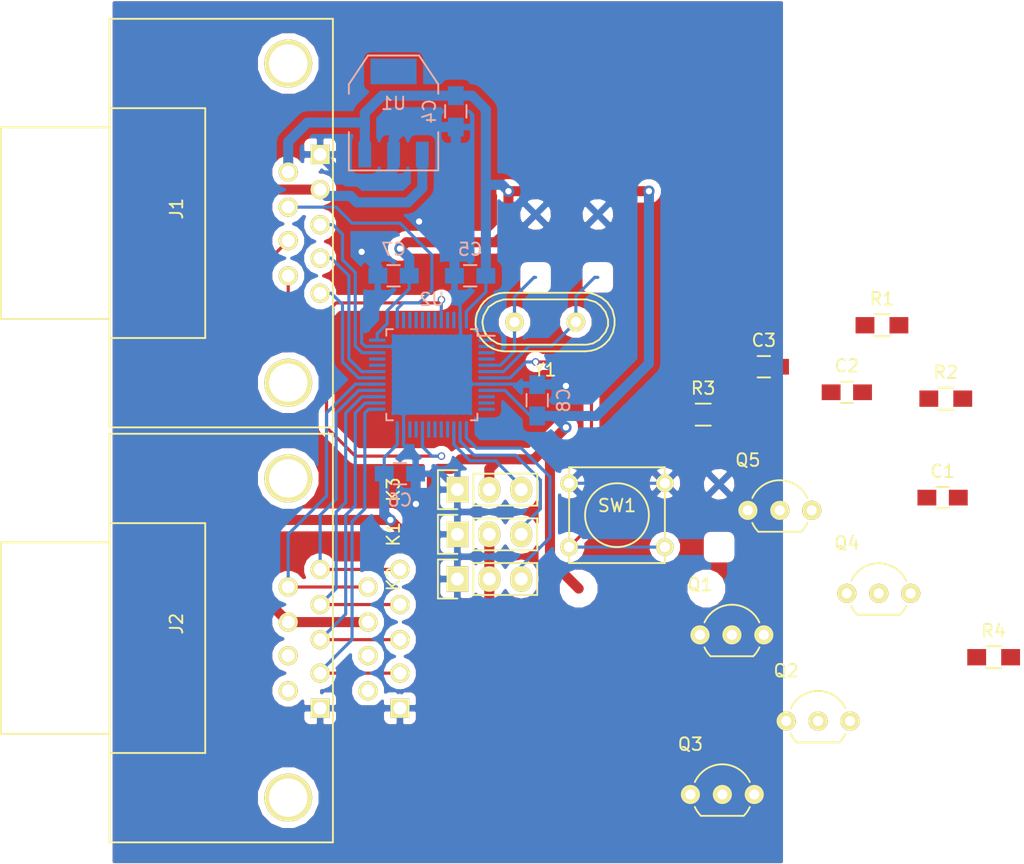
<source format=kicad_pcb>
(kicad_pcb (version 4) (host pcbnew 4.0.2+dfsg1-stable)

  (general
    (links 82)
    (no_connects 25)
    (area 0 0 0 0)
    (thickness 1.6)
    (drawings 4)
    (tracks 271)
    (zones 0)
    (modules 26)
    (nets 26)
  )

  (page A4)
  (layers
    (0 F.Cu signal)
    (31 B.Cu signal)
    (32 B.Adhes user)
    (33 F.Adhes user)
    (34 B.Paste user)
    (35 F.Paste user)
    (36 B.SilkS user)
    (37 F.SilkS user)
    (38 B.Mask user)
    (39 F.Mask user)
    (40 Dwgs.User user)
    (41 Cmts.User user)
    (42 Eco1.User user)
    (43 Eco2.User user)
    (44 Edge.Cuts user)
    (45 Margin user)
    (46 B.CrtYd user)
    (47 F.CrtYd user)
    (48 B.Fab user)
    (49 F.Fab user)
  )

  (setup
    (last_trace_width 0.25)
    (trace_clearance 0.2)
    (zone_clearance 0.508)
    (zone_45_only no)
    (trace_min 0.2)
    (segment_width 0.2)
    (edge_width 0.1)
    (via_size 0.6)
    (via_drill 0.4)
    (via_min_size 0.4)
    (via_min_drill 0.3)
    (uvia_size 0.3)
    (uvia_drill 0.1)
    (uvias_allowed no)
    (uvia_min_size 0.2)
    (uvia_min_drill 0.1)
    (pcb_text_width 0.3)
    (pcb_text_size 1.5 1.5)
    (mod_edge_width 0.15)
    (mod_text_size 1 1)
    (mod_text_width 0.15)
    (pad_size 1.5 1.5)
    (pad_drill 0.6)
    (pad_to_mask_clearance 0)
    (aux_axis_origin 0 0)
    (visible_elements FFFFFF7F)
    (pcbplotparams
      (layerselection 0x00030_80000001)
      (usegerberextensions false)
      (excludeedgelayer true)
      (linewidth 0.100000)
      (plotframeref false)
      (viasonmask false)
      (mode 1)
      (useauxorigin false)
      (hpglpennumber 1)
      (hpglpenspeed 20)
      (hpglpendiameter 15)
      (hpglpenoverlay 2)
      (psnegative false)
      (psa4output false)
      (plotreference true)
      (plotvalue true)
      (plotinvisibletext false)
      (padsonsilk false)
      (subtractmaskfromsilk false)
      (outputformat 1)
      (mirror false)
      (drillshape 1)
      (scaleselection 1)
      (outputdirectory ""))
  )

  (net 0 "")
  (net 1 "/Sensor Block/XTAL1")
  (net 2 GND)
  (net 3 "/Sensor Block/XTAL2")
  (net 4 "/Sensor Block/RESET")
  (net 5 +5V)
  (net 6 "/Sensor Block/DHT_BUS")
  (net 7 +3V3)
  (net 8 "/Sensor Block/NOISE_LEVEL")
  (net 9 "/Sensor Block/BOOT1")
  (net 10 "/Sensor Block/BOOT0")
  (net 11 "/Sensor Block/SWCLK")
  (net 12 "/Sensor Block/SWDIO")
  (net 13 "/Sensor Block/USART1_RX")
  (net 14 "/Sensor Block/USART1_TX")
  (net 15 "/Sensor Block/LIGHT_FREQ")
  (net 16 "/Sensor Block/LIGHT_SEL3")
  (net 17 "/Sensor Block/LIGHT_SEL2")
  (net 18 "/Sensor Block/LIGHT_EN1")
  (net 19 "/Sensor Block/LIGHT_EN0")
  (net 20 "/Sensor Block/USART To OneWire/ONEWIRE_BUS")
  (net 21 "/Sensor Block/USART To OneWire/USART_TX")
  (net 22 "Net-(Q1-Pad3)")
  (net 23 "Net-(Q2-Pad1)")
  (net 24 "/Sensor Block/USART To OneWire/DATA_EN")
  (net 25 "Net-(Q4-Pad3)")

  (net_class Default "This is the default net class."
    (clearance 0.2)
    (trace_width 0.25)
    (via_dia 0.6)
    (via_drill 0.4)
    (uvia_dia 0.3)
    (uvia_drill 0.1)
    (add_net "/Sensor Block/BOOT0")
    (add_net "/Sensor Block/BOOT1")
    (add_net "/Sensor Block/DHT_BUS")
    (add_net "/Sensor Block/LIGHT_EN0")
    (add_net "/Sensor Block/LIGHT_EN1")
    (add_net "/Sensor Block/LIGHT_FREQ")
    (add_net "/Sensor Block/LIGHT_SEL2")
    (add_net "/Sensor Block/LIGHT_SEL3")
    (add_net "/Sensor Block/NOISE_LEVEL")
    (add_net "/Sensor Block/RESET")
    (add_net "/Sensor Block/SWCLK")
    (add_net "/Sensor Block/SWDIO")
    (add_net "/Sensor Block/USART To OneWire/DATA_EN")
    (add_net "/Sensor Block/USART To OneWire/ONEWIRE_BUS")
    (add_net "/Sensor Block/USART To OneWire/USART_TX")
    (add_net "/Sensor Block/USART1_RX")
    (add_net "/Sensor Block/USART1_TX")
    (add_net "/Sensor Block/XTAL1")
    (add_net "/Sensor Block/XTAL2")
    (add_net "Net-(Q1-Pad3)")
    (add_net "Net-(Q2-Pad1)")
    (add_net "Net-(Q4-Pad3)")
  )

  (net_class Power ""
    (clearance 0.2)
    (trace_width 0.8)
    (via_dia 0.9)
    (via_drill 0.5)
    (uvia_dia 0.4)
    (uvia_drill 0.2)
    (add_net +3V3)
    (add_net +5V)
    (add_net GND)
  )

  (module Pin_Headers:Pin_Header_Straight_1x03 (layer F.Cu) (tedit 0) (tstamp 577A0AA3)
    (at 127.508 155.067 90)
    (descr "Through hole pin header")
    (tags "pin header")
    (path /57791A0A/577928D2)
    (fp_text reference K1 (at 0 -5.1 90) (layer F.SilkS)
      (effects (font (size 1 1) (thickness 0.15)))
    )
    (fp_text value XLR3 (at 0 -3.1 90) (layer F.Fab)
      (effects (font (size 1 1) (thickness 0.15)))
    )
    (fp_line (start -1.75 -1.75) (end -1.75 6.85) (layer F.CrtYd) (width 0.05))
    (fp_line (start 1.75 -1.75) (end 1.75 6.85) (layer F.CrtYd) (width 0.05))
    (fp_line (start -1.75 -1.75) (end 1.75 -1.75) (layer F.CrtYd) (width 0.05))
    (fp_line (start -1.75 6.85) (end 1.75 6.85) (layer F.CrtYd) (width 0.05))
    (fp_line (start -1.27 1.27) (end -1.27 6.35) (layer F.SilkS) (width 0.15))
    (fp_line (start -1.27 6.35) (end 1.27 6.35) (layer F.SilkS) (width 0.15))
    (fp_line (start 1.27 6.35) (end 1.27 1.27) (layer F.SilkS) (width 0.15))
    (fp_line (start 1.55 -1.55) (end 1.55 0) (layer F.SilkS) (width 0.15))
    (fp_line (start 1.27 1.27) (end -1.27 1.27) (layer F.SilkS) (width 0.15))
    (fp_line (start -1.55 0) (end -1.55 -1.55) (layer F.SilkS) (width 0.15))
    (fp_line (start -1.55 -1.55) (end 1.55 -1.55) (layer F.SilkS) (width 0.15))
    (pad 1 thru_hole rect (at 0 0 90) (size 2.032 1.7272) (drill 1.016) (layers *.Cu *.Mask F.SilkS)
      (net 2 GND))
    (pad 2 thru_hole oval (at 0 2.54 90) (size 2.032 1.7272) (drill 1.016) (layers *.Cu *.Mask F.SilkS)
      (net 5 +5V))
    (pad 3 thru_hole oval (at 0 5.08 90) (size 2.032 1.7272) (drill 1.016) (layers *.Cu *.Mask F.SilkS)
      (net 20 "/Sensor Block/USART To OneWire/ONEWIRE_BUS"))
    (model Pin_Headers.3dshapes/Pin_Header_Straight_1x03.wrl
      (at (xyz 0 -0.1 0))
      (scale (xyz 1 1 1))
      (rotate (xyz 0 0 90))
    )
  )

  (module Pin_Headers:Pin_Header_Straight_1x03 (layer F.Cu) (tedit 0) (tstamp 577A0AAA)
    (at 127.508 158.623 90)
    (descr "Through hole pin header")
    (tags "pin header")
    (path /57791A0A/57792C09)
    (fp_text reference K2 (at 0 -5.1 90) (layer F.SilkS)
      (effects (font (size 1 1) (thickness 0.15)))
    )
    (fp_text value XLR3 (at 0 -3.1 90) (layer F.Fab)
      (effects (font (size 1 1) (thickness 0.15)))
    )
    (fp_line (start -1.75 -1.75) (end -1.75 6.85) (layer F.CrtYd) (width 0.05))
    (fp_line (start 1.75 -1.75) (end 1.75 6.85) (layer F.CrtYd) (width 0.05))
    (fp_line (start -1.75 -1.75) (end 1.75 -1.75) (layer F.CrtYd) (width 0.05))
    (fp_line (start -1.75 6.85) (end 1.75 6.85) (layer F.CrtYd) (width 0.05))
    (fp_line (start -1.27 1.27) (end -1.27 6.35) (layer F.SilkS) (width 0.15))
    (fp_line (start -1.27 6.35) (end 1.27 6.35) (layer F.SilkS) (width 0.15))
    (fp_line (start 1.27 6.35) (end 1.27 1.27) (layer F.SilkS) (width 0.15))
    (fp_line (start 1.55 -1.55) (end 1.55 0) (layer F.SilkS) (width 0.15))
    (fp_line (start 1.27 1.27) (end -1.27 1.27) (layer F.SilkS) (width 0.15))
    (fp_line (start -1.55 0) (end -1.55 -1.55) (layer F.SilkS) (width 0.15))
    (fp_line (start -1.55 -1.55) (end 1.55 -1.55) (layer F.SilkS) (width 0.15))
    (pad 1 thru_hole rect (at 0 0 90) (size 2.032 1.7272) (drill 1.016) (layers *.Cu *.Mask F.SilkS)
      (net 2 GND))
    (pad 2 thru_hole oval (at 0 2.54 90) (size 2.032 1.7272) (drill 1.016) (layers *.Cu *.Mask F.SilkS)
      (net 5 +5V))
    (pad 3 thru_hole oval (at 0 5.08 90) (size 2.032 1.7272) (drill 1.016) (layers *.Cu *.Mask F.SilkS)
      (net 6 "/Sensor Block/DHT_BUS"))
    (model Pin_Headers.3dshapes/Pin_Header_Straight_1x03.wrl
      (at (xyz 0 -0.1 0))
      (scale (xyz 1 1 1))
      (rotate (xyz 0 0 90))
    )
  )

  (module Pin_Headers:Pin_Header_Straight_1x03 (layer F.Cu) (tedit 0) (tstamp 577A0AB1)
    (at 127.508 151.511 90)
    (descr "Through hole pin header")
    (tags "pin header")
    (path /57791A0A/577934C5)
    (fp_text reference K3 (at 0 -5.1 90) (layer F.SilkS)
      (effects (font (size 1 1) (thickness 0.15)))
    )
    (fp_text value XLR3 (at 0 -3.1 90) (layer F.Fab)
      (effects (font (size 1 1) (thickness 0.15)))
    )
    (fp_line (start -1.75 -1.75) (end -1.75 6.85) (layer F.CrtYd) (width 0.05))
    (fp_line (start 1.75 -1.75) (end 1.75 6.85) (layer F.CrtYd) (width 0.05))
    (fp_line (start -1.75 -1.75) (end 1.75 -1.75) (layer F.CrtYd) (width 0.05))
    (fp_line (start -1.75 6.85) (end 1.75 6.85) (layer F.CrtYd) (width 0.05))
    (fp_line (start -1.27 1.27) (end -1.27 6.35) (layer F.SilkS) (width 0.15))
    (fp_line (start -1.27 6.35) (end 1.27 6.35) (layer F.SilkS) (width 0.15))
    (fp_line (start 1.27 6.35) (end 1.27 1.27) (layer F.SilkS) (width 0.15))
    (fp_line (start 1.55 -1.55) (end 1.55 0) (layer F.SilkS) (width 0.15))
    (fp_line (start 1.27 1.27) (end -1.27 1.27) (layer F.SilkS) (width 0.15))
    (fp_line (start -1.55 0) (end -1.55 -1.55) (layer F.SilkS) (width 0.15))
    (fp_line (start -1.55 -1.55) (end 1.55 -1.55) (layer F.SilkS) (width 0.15))
    (pad 1 thru_hole rect (at 0 0 90) (size 2.032 1.7272) (drill 1.016) (layers *.Cu *.Mask F.SilkS)
      (net 2 GND))
    (pad 2 thru_hole oval (at 0 2.54 90) (size 2.032 1.7272) (drill 1.016) (layers *.Cu *.Mask F.SilkS)
      (net 7 +3V3))
    (pad 3 thru_hole oval (at 0 5.08 90) (size 2.032 1.7272) (drill 1.016) (layers *.Cu *.Mask F.SilkS)
      (net 8 "/Sensor Block/NOISE_LEVEL"))
    (model Pin_Headers.3dshapes/Pin_Header_Straight_1x03.wrl
      (at (xyz 0 -0.1 0))
      (scale (xyz 1 1 1))
      (rotate (xyz 0 0 90))
    )
  )

  (module Housings_QFP:LQFP-48_7x7mm_Pitch0.5mm (layer B.Cu) (tedit 54130A77) (tstamp 577A0B18)
    (at 125.476 142.367 180)
    (descr "48 LEAD LQFP 7x7mm (see MICREL LQFP7x7-48LD-PL-1.pdf)")
    (tags "QFP 0.5")
    (path /57791A0A/577926D4)
    (attr smd)
    (fp_text reference U2 (at 0 6 180) (layer B.SilkS)
      (effects (font (size 1 1) (thickness 0.15)) (justify mirror))
    )
    (fp_text value STM32F103CB (at 0 -6 180) (layer B.Fab)
      (effects (font (size 1 1) (thickness 0.15)) (justify mirror))
    )
    (fp_line (start -5.25 5.25) (end -5.25 -5.25) (layer B.CrtYd) (width 0.05))
    (fp_line (start 5.25 5.25) (end 5.25 -5.25) (layer B.CrtYd) (width 0.05))
    (fp_line (start -5.25 5.25) (end 5.25 5.25) (layer B.CrtYd) (width 0.05))
    (fp_line (start -5.25 -5.25) (end 5.25 -5.25) (layer B.CrtYd) (width 0.05))
    (fp_line (start -3.625 3.625) (end -3.625 3.1) (layer B.SilkS) (width 0.15))
    (fp_line (start 3.625 3.625) (end 3.625 3.1) (layer B.SilkS) (width 0.15))
    (fp_line (start 3.625 -3.625) (end 3.625 -3.1) (layer B.SilkS) (width 0.15))
    (fp_line (start -3.625 -3.625) (end -3.625 -3.1) (layer B.SilkS) (width 0.15))
    (fp_line (start -3.625 3.625) (end -3.1 3.625) (layer B.SilkS) (width 0.15))
    (fp_line (start -3.625 -3.625) (end -3.1 -3.625) (layer B.SilkS) (width 0.15))
    (fp_line (start 3.625 -3.625) (end 3.1 -3.625) (layer B.SilkS) (width 0.15))
    (fp_line (start 3.625 3.625) (end 3.1 3.625) (layer B.SilkS) (width 0.15))
    (fp_line (start -3.625 3.1) (end -5 3.1) (layer B.SilkS) (width 0.15))
    (pad 1 smd rect (at -4.35 2.75 180) (size 1.3 0.25) (layers B.Cu B.Paste B.Mask))
    (pad 2 smd rect (at -4.35 2.25 180) (size 1.3 0.25) (layers B.Cu B.Paste B.Mask))
    (pad 3 smd rect (at -4.35 1.75 180) (size 1.3 0.25) (layers B.Cu B.Paste B.Mask))
    (pad 4 smd rect (at -4.35 1.25 180) (size 1.3 0.25) (layers B.Cu B.Paste B.Mask))
    (pad 5 smd rect (at -4.35 0.75 180) (size 1.3 0.25) (layers B.Cu B.Paste B.Mask)
      (net 3 "/Sensor Block/XTAL2"))
    (pad 6 smd rect (at -4.35 0.25 180) (size 1.3 0.25) (layers B.Cu B.Paste B.Mask)
      (net 1 "/Sensor Block/XTAL1"))
    (pad 7 smd rect (at -4.35 -0.25 180) (size 1.3 0.25) (layers B.Cu B.Paste B.Mask)
      (net 4 "/Sensor Block/RESET"))
    (pad 8 smd rect (at -4.35 -0.75 180) (size 1.3 0.25) (layers B.Cu B.Paste B.Mask)
      (net 2 GND))
    (pad 9 smd rect (at -4.35 -1.25 180) (size 1.3 0.25) (layers B.Cu B.Paste B.Mask)
      (net 7 +3V3))
    (pad 10 smd rect (at -4.35 -1.75 180) (size 1.3 0.25) (layers B.Cu B.Paste B.Mask))
    (pad 11 smd rect (at -4.35 -2.25 180) (size 1.3 0.25) (layers B.Cu B.Paste B.Mask)
      (net 24 "/Sensor Block/USART To OneWire/DATA_EN"))
    (pad 12 smd rect (at -4.35 -2.75 180) (size 1.3 0.25) (layers B.Cu B.Paste B.Mask)
      (net 21 "/Sensor Block/USART To OneWire/USART_TX"))
    (pad 13 smd rect (at -2.75 -4.35 90) (size 1.3 0.25) (layers B.Cu B.Paste B.Mask)
      (net 20 "/Sensor Block/USART To OneWire/ONEWIRE_BUS"))
    (pad 14 smd rect (at -2.25 -4.35 90) (size 1.3 0.25) (layers B.Cu B.Paste B.Mask)
      (net 6 "/Sensor Block/DHT_BUS"))
    (pad 15 smd rect (at -1.75 -4.35 90) (size 1.3 0.25) (layers B.Cu B.Paste B.Mask)
      (net 8 "/Sensor Block/NOISE_LEVEL"))
    (pad 16 smd rect (at -1.25 -4.35 90) (size 1.3 0.25) (layers B.Cu B.Paste B.Mask))
    (pad 17 smd rect (at -0.75 -4.35 90) (size 1.3 0.25) (layers B.Cu B.Paste B.Mask))
    (pad 18 smd rect (at -0.25 -4.35 90) (size 1.3 0.25) (layers B.Cu B.Paste B.Mask))
    (pad 19 smd rect (at 0.25 -4.35 90) (size 1.3 0.25) (layers B.Cu B.Paste B.Mask))
    (pad 20 smd rect (at 0.75 -4.35 90) (size 1.3 0.25) (layers B.Cu B.Paste B.Mask)
      (net 9 "/Sensor Block/BOOT1"))
    (pad 21 smd rect (at 1.25 -4.35 90) (size 1.3 0.25) (layers B.Cu B.Paste B.Mask))
    (pad 22 smd rect (at 1.75 -4.35 90) (size 1.3 0.25) (layers B.Cu B.Paste B.Mask))
    (pad 23 smd rect (at 2.25 -4.35 90) (size 1.3 0.25) (layers B.Cu B.Paste B.Mask)
      (net 2 GND))
    (pad 24 smd rect (at 2.75 -4.35 90) (size 1.3 0.25) (layers B.Cu B.Paste B.Mask)
      (net 7 +3V3))
    (pad 25 smd rect (at 4.35 -2.75 180) (size 1.3 0.25) (layers B.Cu B.Paste B.Mask)
      (net 19 "/Sensor Block/LIGHT_EN0"))
    (pad 26 smd rect (at 4.35 -2.25 180) (size 1.3 0.25) (layers B.Cu B.Paste B.Mask)
      (net 18 "/Sensor Block/LIGHT_EN1"))
    (pad 27 smd rect (at 4.35 -1.75 180) (size 1.3 0.25) (layers B.Cu B.Paste B.Mask)
      (net 17 "/Sensor Block/LIGHT_SEL2"))
    (pad 28 smd rect (at 4.35 -1.25 180) (size 1.3 0.25) (layers B.Cu B.Paste B.Mask)
      (net 16 "/Sensor Block/LIGHT_SEL3"))
    (pad 29 smd rect (at 4.35 -0.75 180) (size 1.3 0.25) (layers B.Cu B.Paste B.Mask)
      (net 15 "/Sensor Block/LIGHT_FREQ"))
    (pad 30 smd rect (at 4.35 -0.25 180) (size 1.3 0.25) (layers B.Cu B.Paste B.Mask)
      (net 14 "/Sensor Block/USART1_TX"))
    (pad 31 smd rect (at 4.35 0.25 180) (size 1.3 0.25) (layers B.Cu B.Paste B.Mask)
      (net 13 "/Sensor Block/USART1_RX"))
    (pad 32 smd rect (at 4.35 0.75 180) (size 1.3 0.25) (layers B.Cu B.Paste B.Mask))
    (pad 33 smd rect (at 4.35 1.25 180) (size 1.3 0.25) (layers B.Cu B.Paste B.Mask))
    (pad 34 smd rect (at 4.35 1.75 180) (size 1.3 0.25) (layers B.Cu B.Paste B.Mask)
      (net 12 "/Sensor Block/SWDIO"))
    (pad 35 smd rect (at 4.35 2.25 180) (size 1.3 0.25) (layers B.Cu B.Paste B.Mask)
      (net 2 GND))
    (pad 36 smd rect (at 4.35 2.75 180) (size 1.3 0.25) (layers B.Cu B.Paste B.Mask)
      (net 7 +3V3))
    (pad 37 smd rect (at 2.75 4.35 90) (size 1.3 0.25) (layers B.Cu B.Paste B.Mask)
      (net 11 "/Sensor Block/SWCLK"))
    (pad 38 smd rect (at 2.25 4.35 90) (size 1.3 0.25) (layers B.Cu B.Paste B.Mask))
    (pad 39 smd rect (at 1.75 4.35 90) (size 1.3 0.25) (layers B.Cu B.Paste B.Mask))
    (pad 40 smd rect (at 1.25 4.35 90) (size 1.3 0.25) (layers B.Cu B.Paste B.Mask))
    (pad 41 smd rect (at 0.75 4.35 90) (size 1.3 0.25) (layers B.Cu B.Paste B.Mask))
    (pad 42 smd rect (at 0.25 4.35 90) (size 1.3 0.25) (layers B.Cu B.Paste B.Mask))
    (pad 43 smd rect (at -0.25 4.35 90) (size 1.3 0.25) (layers B.Cu B.Paste B.Mask))
    (pad 44 smd rect (at -0.75 4.35 90) (size 1.3 0.25) (layers B.Cu B.Paste B.Mask)
      (net 10 "/Sensor Block/BOOT0"))
    (pad 45 smd rect (at -1.25 4.35 90) (size 1.3 0.25) (layers B.Cu B.Paste B.Mask))
    (pad 46 smd rect (at -1.75 4.35 90) (size 1.3 0.25) (layers B.Cu B.Paste B.Mask))
    (pad 47 smd rect (at -2.25 4.35 90) (size 1.3 0.25) (layers B.Cu B.Paste B.Mask)
      (net 2 GND))
    (pad 48 smd rect (at -2.75 4.35 90) (size 1.3 0.25) (layers B.Cu B.Paste B.Mask)
      (net 7 +3V3))
    (model Housings_QFP.3dshapes/LQFP-48_7x7mm_Pitch0.5mm.wrl
      (at (xyz 0 0 0))
      (scale (xyz 1 1 1))
      (rotate (xyz 0 0 0))
    )
  )

  (module TO_SOT_Packages_SMD:SOT-223 (layer B.Cu) (tedit 577A36BD) (tstamp 577A1267)
    (at 122.428 121.539 180)
    (descr "module CMS SOT223 4 pins")
    (tags "CMS SOT")
    (path /57791A0A/577A10FE)
    (attr smd)
    (fp_text reference U1 (at 0 0.762 180) (layer B.SilkS)
      (effects (font (size 1 1) (thickness 0.15)) (justify mirror))
    )
    (fp_text value LT1129CST-3.3 (at 0 -0.762 180) (layer B.Fab)
      (effects (font (size 1 1) (thickness 0.15)) (justify mirror))
    )
    (fp_line (start -3.556 -1.524) (end -3.556 -4.572) (layer B.SilkS) (width 0.15))
    (fp_line (start -3.556 -4.572) (end 3.556 -4.572) (layer B.SilkS) (width 0.15))
    (fp_line (start 3.556 -4.572) (end 3.556 -1.524) (layer B.SilkS) (width 0.15))
    (fp_line (start -3.556 1.524) (end -3.556 2.286) (layer B.SilkS) (width 0.15))
    (fp_line (start -3.556 2.286) (end -2.032 4.572) (layer B.SilkS) (width 0.15))
    (fp_line (start -2.032 4.572) (end 2.032 4.572) (layer B.SilkS) (width 0.15))
    (fp_line (start 2.032 4.572) (end 3.556 2.286) (layer B.SilkS) (width 0.15))
    (fp_line (start 3.556 2.286) (end 3.556 1.524) (layer B.SilkS) (width 0.15))
    (pad 4 smd rect (at 0 3.302 180) (size 3.6576 2.032) (layers B.Cu B.Paste B.Mask))
    (pad 2 smd rect (at 0 -3.302 180) (size 1.016 2.032) (layers B.Cu B.Paste B.Mask)
      (net 2 GND))
    (pad 3 smd rect (at 2.286 -3.302 180) (size 1.016 2.032) (layers B.Cu B.Paste B.Mask)
      (net 7 +3V3))
    (pad 1 smd rect (at -2.286 -3.302 180) (size 1.016 2.032) (layers B.Cu B.Paste B.Mask)
      (net 5 +5V))
    (model TO_SOT_Packages_SMD.3dshapes/SOT-223.wrl
      (at (xyz 0 0 0))
      (scale (xyz 0.4 0.4 0.4))
      (rotate (xyz 0 0 0))
    )
  )

  (module Connect:DB9MC (layer F.Cu) (tedit 0) (tstamp 577A2746)
    (at 115.316 130.429 90)
    (descr "Connecteur DB9 male couche")
    (tags "CONN DB9")
    (path /57791A0A/577A4D7B)
    (fp_text reference J1 (at 1.27 -10.16 90) (layer F.SilkS)
      (effects (font (size 1 1) (thickness 0.15)))
    )
    (fp_text value DB9 (at 1.27 -3.81 90) (layer F.Fab)
      (effects (font (size 1 1) (thickness 0.15)))
    )
    (fp_line (start -16.129 2.286) (end 16.383 2.286) (layer F.SilkS) (width 0.15))
    (fp_line (start 16.383 2.286) (end 16.383 -15.494) (layer F.SilkS) (width 0.15))
    (fp_line (start 16.383 -15.494) (end -16.129 -15.494) (layer F.SilkS) (width 0.15))
    (fp_line (start -16.129 -15.494) (end -16.129 2.286) (layer F.SilkS) (width 0.15))
    (fp_line (start -9.017 -15.494) (end -9.017 -7.874) (layer F.SilkS) (width 0.15))
    (fp_line (start -9.017 -7.874) (end 9.271 -7.874) (layer F.SilkS) (width 0.15))
    (fp_line (start 9.271 -7.874) (end 9.271 -15.494) (layer F.SilkS) (width 0.15))
    (fp_line (start -7.493 -15.494) (end -7.493 -24.13) (layer F.SilkS) (width 0.15))
    (fp_line (start -7.493 -24.13) (end 7.747 -24.13) (layer F.SilkS) (width 0.15))
    (fp_line (start 7.747 -24.13) (end 7.747 -15.494) (layer F.SilkS) (width 0.15))
    (pad "" thru_hole circle (at 12.827 -1.27 90) (size 3.81 3.81) (drill 3.048) (layers *.Cu *.Mask F.SilkS))
    (pad "" thru_hole circle (at -12.573 -1.27 90) (size 3.81 3.81) (drill 3.048) (layers *.Cu *.Mask F.SilkS))
    (pad 1 thru_hole rect (at 5.588 1.27 90) (size 1.524 1.524) (drill 1.016) (layers *.Cu *.Mask F.SilkS)
      (net 2 GND))
    (pad 2 thru_hole circle (at 2.794 1.27 90) (size 1.524 1.524) (drill 1.016) (layers *.Cu *.Mask F.SilkS)
      (net 5 +5V))
    (pad 3 thru_hole circle (at 0 1.27 90) (size 1.524 1.524) (drill 1.016) (layers *.Cu *.Mask F.SilkS)
      (net 12 "/Sensor Block/SWDIO"))
    (pad 4 thru_hole circle (at -2.667 1.27 90) (size 1.524 1.524) (drill 1.016) (layers *.Cu *.Mask F.SilkS)
      (net 13 "/Sensor Block/USART1_RX"))
    (pad 5 thru_hole circle (at -5.461 1.27 90) (size 1.524 1.524) (drill 1.016) (layers *.Cu *.Mask F.SilkS)
      (net 14 "/Sensor Block/USART1_TX"))
    (pad 9 thru_hole circle (at -4.064 -1.27 90) (size 1.524 1.524) (drill 1.016) (layers *.Cu *.Mask F.SilkS)
      (net 10 "/Sensor Block/BOOT0"))
    (pad 8 thru_hole circle (at -1.27 -1.27 90) (size 1.524 1.524) (drill 1.016) (layers *.Cu *.Mask F.SilkS)
      (net 9 "/Sensor Block/BOOT1"))
    (pad 7 thru_hole circle (at 1.397 -1.27 90) (size 1.524 1.524) (drill 1.016) (layers *.Cu *.Mask F.SilkS)
      (net 11 "/Sensor Block/SWCLK"))
    (pad 6 thru_hole circle (at 4.191 -1.27 90) (size 1.524 1.524) (drill 1.016) (layers *.Cu *.Mask F.SilkS)
      (net 7 +3V3))
    (model Connect.3dshapes/DB9MC.wrl
      (at (xyz 0 0 0))
      (scale (xyz 1 1 1))
      (rotate (xyz 0 0 0))
    )
  )

  (module Mine:DB9FC_X2 (layer F.Cu) (tedit 577A2285) (tstamp 577A2768)
    (at 115.316 163.449 90)
    (descr "Connecteur DB9 femelle couche")
    (tags "CONN DB9")
    (path /57791A0A/577A4F85)
    (fp_text reference J2 (at 1.27 -10.16 90) (layer F.SilkS)
      (effects (font (size 1 1) (thickness 0.15)))
    )
    (fp_text value DB9_X2 (at 1.27 -3.81 90) (layer F.Fab)
      (effects (font (size 1 1) (thickness 0.15)))
    )
    (fp_line (start -16.129 2.286) (end 16.383 2.286) (layer F.SilkS) (width 0.15))
    (fp_line (start 16.383 2.286) (end 16.383 -15.494) (layer F.SilkS) (width 0.15))
    (fp_line (start 16.383 -15.494) (end -16.129 -15.494) (layer F.SilkS) (width 0.15))
    (fp_line (start -16.129 -15.494) (end -16.129 2.286) (layer F.SilkS) (width 0.15))
    (fp_line (start -9.017 -15.494) (end -9.017 -7.874) (layer F.SilkS) (width 0.15))
    (fp_line (start -9.017 -7.874) (end 9.271 -7.874) (layer F.SilkS) (width 0.15))
    (fp_line (start 9.271 -7.874) (end 9.271 -15.494) (layer F.SilkS) (width 0.15))
    (fp_line (start -7.493 -15.494) (end -7.493 -24.13) (layer F.SilkS) (width 0.15))
    (fp_line (start -7.493 -24.13) (end 7.747 -24.13) (layer F.SilkS) (width 0.15))
    (fp_line (start 7.747 -24.13) (end 7.747 -15.494) (layer F.SilkS) (width 0.15))
    (pad 18 thru_hole circle (at 4.191 5.08 90) (size 1.524 1.524) (drill 1.016) (layers *.Cu *.Mask F.SilkS)
      (net 15 "/Sensor Block/LIGHT_FREQ"))
    (pad 17 thru_hole circle (at 1.397 5.08 90) (size 1.524 1.524) (drill 1.016) (layers *.Cu *.Mask F.SilkS)
      (net 7 +3V3))
    (pad 16 thru_hole circle (at -1.27 5.08 90) (size 1.524 1.524) (drill 1.016) (layers *.Cu *.Mask F.SilkS))
    (pad 15 thru_hole circle (at -4.064 5.08 90) (size 1.524 1.524) (drill 1.016) (layers *.Cu *.Mask F.SilkS))
    (pad 14 thru_hole circle (at 5.588 7.62 90) (size 1.524 1.524) (drill 1.016) (layers *.Cu *.Mask F.SilkS)
      (net 16 "/Sensor Block/LIGHT_SEL3"))
    (pad 13 thru_hole circle (at 2.794 7.62 90) (size 1.524 1.524) (drill 1.016) (layers *.Cu *.Mask F.SilkS)
      (net 17 "/Sensor Block/LIGHT_SEL2"))
    (pad 12 thru_hole circle (at 0 7.62 90) (size 1.524 1.524) (drill 1.016) (layers *.Cu *.Mask F.SilkS)
      (net 18 "/Sensor Block/LIGHT_EN1"))
    (pad 11 thru_hole circle (at -2.667 7.62 90) (size 1.524 1.524) (drill 1.016) (layers *.Cu *.Mask F.SilkS)
      (net 19 "/Sensor Block/LIGHT_EN0"))
    (pad 10 thru_hole rect (at -5.461 7.62 90) (size 1.524 1.524) (drill 1.016) (layers *.Cu *.Mask F.SilkS)
      (net 2 GND))
    (pad "" thru_hole circle (at 12.827 -1.27 90) (size 3.81 3.81) (drill 3.048) (layers *.Cu *.Mask F.SilkS))
    (pad "" thru_hole circle (at -12.573 -1.27 90) (size 3.81 3.81) (drill 3.048) (layers *.Cu *.Mask F.SilkS))
    (pad 1 thru_hole rect (at -5.461 1.27 90) (size 1.524 1.524) (drill 1.016) (layers *.Cu *.Mask F.SilkS)
      (net 2 GND))
    (pad 2 thru_hole circle (at -2.667 1.27 90) (size 1.524 1.524) (drill 1.016) (layers *.Cu *.Mask F.SilkS)
      (net 19 "/Sensor Block/LIGHT_EN0"))
    (pad 3 thru_hole circle (at 0 1.27 90) (size 1.524 1.524) (drill 1.016) (layers *.Cu *.Mask F.SilkS)
      (net 18 "/Sensor Block/LIGHT_EN1"))
    (pad 4 thru_hole circle (at 2.794 1.27 90) (size 1.524 1.524) (drill 1.016) (layers *.Cu *.Mask F.SilkS)
      (net 17 "/Sensor Block/LIGHT_SEL2"))
    (pad 5 thru_hole circle (at 5.588 1.27 90) (size 1.524 1.524) (drill 1.016) (layers *.Cu *.Mask F.SilkS)
      (net 16 "/Sensor Block/LIGHT_SEL3"))
    (pad 6 thru_hole circle (at -4.064 -1.27 90) (size 1.524 1.524) (drill 1.016) (layers *.Cu *.Mask F.SilkS))
    (pad 7 thru_hole circle (at -1.27 -1.27 90) (size 1.524 1.524) (drill 1.016) (layers *.Cu *.Mask F.SilkS))
    (pad 8 thru_hole circle (at 1.397 -1.27 90) (size 1.524 1.524) (drill 1.016) (layers *.Cu *.Mask F.SilkS)
      (net 7 +3V3))
    (pad 9 thru_hole circle (at 4.191 -1.27 90) (size 1.524 1.524) (drill 1.016) (layers *.Cu *.Mask F.SilkS)
      (net 15 "/Sensor Block/LIGHT_FREQ"))
    (model Connect.3dshapes/DB9FC.wrl
      (at (xyz 0 0 0))
      (scale (xyz 1 1 1))
      (rotate (xyz 0 0 0))
    )
  )

  (module Capacitors_SMD:C_0805_HandSoldering (layer B.Cu) (tedit 541A9B8D) (tstamp 577A2D08)
    (at 127.381 121.412 270)
    (descr "Capacitor SMD 0805, hand soldering")
    (tags "capacitor 0805")
    (path /57791A0A/577A5B5B)
    (attr smd)
    (fp_text reference C4 (at 0 2.1 270) (layer B.SilkS)
      (effects (font (size 1 1) (thickness 0.15)) (justify mirror))
    )
    (fp_text value 10u (at 0 -2.1 270) (layer B.Fab)
      (effects (font (size 1 1) (thickness 0.15)) (justify mirror))
    )
    (fp_line (start -2.3 1) (end 2.3 1) (layer B.CrtYd) (width 0.05))
    (fp_line (start -2.3 -1) (end 2.3 -1) (layer B.CrtYd) (width 0.05))
    (fp_line (start -2.3 1) (end -2.3 -1) (layer B.CrtYd) (width 0.05))
    (fp_line (start 2.3 1) (end 2.3 -1) (layer B.CrtYd) (width 0.05))
    (fp_line (start 0.5 0.85) (end -0.5 0.85) (layer B.SilkS) (width 0.15))
    (fp_line (start -0.5 -0.85) (end 0.5 -0.85) (layer B.SilkS) (width 0.15))
    (pad 1 smd rect (at -1.25 0 270) (size 1.5 1.25) (layers B.Cu B.Paste B.Mask)
      (net 7 +3V3))
    (pad 2 smd rect (at 1.25 0 270) (size 1.5 1.25) (layers B.Cu B.Paste B.Mask)
      (net 2 GND))
    (model Capacitors_SMD.3dshapes/C_0805_HandSoldering.wrl
      (at (xyz 0 0 0))
      (scale (xyz 1 1 1))
      (rotate (xyz 0 0 0))
    )
  )

  (module Capacitors_SMD:C_0805_HandSoldering (layer B.Cu) (tedit 541A9B8D) (tstamp 577A2D0E)
    (at 128.524 134.493 180)
    (descr "Capacitor SMD 0805, hand soldering")
    (tags "capacitor 0805")
    (path /57791A0A/577A5CBC)
    (attr smd)
    (fp_text reference C5 (at 0 2.1 180) (layer B.SilkS)
      (effects (font (size 1 1) (thickness 0.15)) (justify mirror))
    )
    (fp_text value 100n (at 0 -2.1 180) (layer B.Fab)
      (effects (font (size 1 1) (thickness 0.15)) (justify mirror))
    )
    (fp_line (start -2.3 1) (end 2.3 1) (layer B.CrtYd) (width 0.05))
    (fp_line (start -2.3 -1) (end 2.3 -1) (layer B.CrtYd) (width 0.05))
    (fp_line (start -2.3 1) (end -2.3 -1) (layer B.CrtYd) (width 0.05))
    (fp_line (start 2.3 1) (end 2.3 -1) (layer B.CrtYd) (width 0.05))
    (fp_line (start 0.5 0.85) (end -0.5 0.85) (layer B.SilkS) (width 0.15))
    (fp_line (start -0.5 -0.85) (end 0.5 -0.85) (layer B.SilkS) (width 0.15))
    (pad 1 smd rect (at -1.25 0 180) (size 1.5 1.25) (layers B.Cu B.Paste B.Mask)
      (net 7 +3V3))
    (pad 2 smd rect (at 1.25 0 180) (size 1.5 1.25) (layers B.Cu B.Paste B.Mask)
      (net 2 GND))
    (model Capacitors_SMD.3dshapes/C_0805_HandSoldering.wrl
      (at (xyz 0 0 0))
      (scale (xyz 1 1 1))
      (rotate (xyz 0 0 0))
    )
  )

  (module Capacitors_SMD:C_0805_HandSoldering (layer B.Cu) (tedit 541A9B8D) (tstamp 577A2D14)
    (at 122.936 150.241)
    (descr "Capacitor SMD 0805, hand soldering")
    (tags "capacitor 0805")
    (path /57791A0A/577A876A)
    (attr smd)
    (fp_text reference C6 (at 0 2.1) (layer B.SilkS)
      (effects (font (size 1 1) (thickness 0.15)) (justify mirror))
    )
    (fp_text value 100n (at 0 -2.1) (layer B.Fab)
      (effects (font (size 1 1) (thickness 0.15)) (justify mirror))
    )
    (fp_line (start -2.3 1) (end 2.3 1) (layer B.CrtYd) (width 0.05))
    (fp_line (start -2.3 -1) (end 2.3 -1) (layer B.CrtYd) (width 0.05))
    (fp_line (start -2.3 1) (end -2.3 -1) (layer B.CrtYd) (width 0.05))
    (fp_line (start 2.3 1) (end 2.3 -1) (layer B.CrtYd) (width 0.05))
    (fp_line (start 0.5 0.85) (end -0.5 0.85) (layer B.SilkS) (width 0.15))
    (fp_line (start -0.5 -0.85) (end 0.5 -0.85) (layer B.SilkS) (width 0.15))
    (pad 1 smd rect (at -1.25 0) (size 1.5 1.25) (layers B.Cu B.Paste B.Mask)
      (net 7 +3V3))
    (pad 2 smd rect (at 1.25 0) (size 1.5 1.25) (layers B.Cu B.Paste B.Mask)
      (net 2 GND))
    (model Capacitors_SMD.3dshapes/C_0805_HandSoldering.wrl
      (at (xyz 0 0 0))
      (scale (xyz 1 1 1))
      (rotate (xyz 0 0 0))
    )
  )

  (module Capacitors_SMD:C_0805_HandSoldering (layer B.Cu) (tedit 541A9B8D) (tstamp 577A2D1A)
    (at 122.428 134.493 180)
    (descr "Capacitor SMD 0805, hand soldering")
    (tags "capacitor 0805")
    (path /57791A0A/577A8473)
    (attr smd)
    (fp_text reference C7 (at 0 2.1 180) (layer B.SilkS)
      (effects (font (size 1 1) (thickness 0.15)) (justify mirror))
    )
    (fp_text value 100n (at 0 -2.1 180) (layer B.Fab)
      (effects (font (size 1 1) (thickness 0.15)) (justify mirror))
    )
    (fp_line (start -2.3 1) (end 2.3 1) (layer B.CrtYd) (width 0.05))
    (fp_line (start -2.3 -1) (end 2.3 -1) (layer B.CrtYd) (width 0.05))
    (fp_line (start -2.3 1) (end -2.3 -1) (layer B.CrtYd) (width 0.05))
    (fp_line (start 2.3 1) (end 2.3 -1) (layer B.CrtYd) (width 0.05))
    (fp_line (start 0.5 0.85) (end -0.5 0.85) (layer B.SilkS) (width 0.15))
    (fp_line (start -0.5 -0.85) (end 0.5 -0.85) (layer B.SilkS) (width 0.15))
    (pad 1 smd rect (at -1.25 0 180) (size 1.5 1.25) (layers B.Cu B.Paste B.Mask)
      (net 7 +3V3))
    (pad 2 smd rect (at 1.25 0 180) (size 1.5 1.25) (layers B.Cu B.Paste B.Mask)
      (net 2 GND))
    (model Capacitors_SMD.3dshapes/C_0805_HandSoldering.wrl
      (at (xyz 0 0 0))
      (scale (xyz 1 1 1))
      (rotate (xyz 0 0 0))
    )
  )

  (module Capacitors_SMD:C_0805_HandSoldering (layer B.Cu) (tedit 541A9B8D) (tstamp 577A2D20)
    (at 133.858 144.399 90)
    (descr "Capacitor SMD 0805, hand soldering")
    (tags "capacitor 0805")
    (path /57791A0A/577A877C)
    (attr smd)
    (fp_text reference C8 (at 0 2.1 90) (layer B.SilkS)
      (effects (font (size 1 1) (thickness 0.15)) (justify mirror))
    )
    (fp_text value 100n (at 0 -2.1 90) (layer B.Fab)
      (effects (font (size 1 1) (thickness 0.15)) (justify mirror))
    )
    (fp_line (start -2.3 1) (end 2.3 1) (layer B.CrtYd) (width 0.05))
    (fp_line (start -2.3 -1) (end 2.3 -1) (layer B.CrtYd) (width 0.05))
    (fp_line (start -2.3 1) (end -2.3 -1) (layer B.CrtYd) (width 0.05))
    (fp_line (start 2.3 1) (end 2.3 -1) (layer B.CrtYd) (width 0.05))
    (fp_line (start 0.5 0.85) (end -0.5 0.85) (layer B.SilkS) (width 0.15))
    (fp_line (start -0.5 -0.85) (end 0.5 -0.85) (layer B.SilkS) (width 0.15))
    (pad 1 smd rect (at -1.25 0 90) (size 1.5 1.25) (layers B.Cu B.Paste B.Mask)
      (net 7 +3V3))
    (pad 2 smd rect (at 1.25 0 90) (size 1.5 1.25) (layers B.Cu B.Paste B.Mask)
      (net 2 GND))
    (model Capacitors_SMD.3dshapes/C_0805_HandSoldering.wrl
      (at (xyz 0 0 0))
      (scale (xyz 1 1 1))
      (rotate (xyz 0 0 0))
    )
  )

  (module Buttons_Switches_ThroughHole:SW_PUSH_SMALL (layer F.Cu) (tedit 0) (tstamp 577A350A)
    (at 140.208 153.543)
    (path /57791A0A/5779253B)
    (fp_text reference SW1 (at 0 -0.762) (layer F.SilkS)
      (effects (font (size 1 1) (thickness 0.15)))
    )
    (fp_text value SW_PUSH (at 0 1.016) (layer F.Fab)
      (effects (font (size 1 1) (thickness 0.15)))
    )
    (fp_circle (center 0 0) (end 0 -2.54) (layer F.SilkS) (width 0.15))
    (fp_line (start -3.81 -3.81) (end 3.81 -3.81) (layer F.SilkS) (width 0.15))
    (fp_line (start 3.81 -3.81) (end 3.81 3.81) (layer F.SilkS) (width 0.15))
    (fp_line (start 3.81 3.81) (end -3.81 3.81) (layer F.SilkS) (width 0.15))
    (fp_line (start -3.81 -3.81) (end -3.81 3.81) (layer F.SilkS) (width 0.15))
    (pad 1 thru_hole circle (at 3.81 -2.54) (size 1.397 1.397) (drill 0.8128) (layers *.Cu *.Mask F.SilkS)
      (net 2 GND))
    (pad 2 thru_hole circle (at 3.81 2.54) (size 1.397 1.397) (drill 0.8128) (layers *.Cu *.Mask F.SilkS)
      (net 4 "/Sensor Block/RESET"))
    (pad 1 thru_hole circle (at -3.81 -2.54) (size 1.397 1.397) (drill 0.8128) (layers *.Cu *.Mask F.SilkS)
      (net 2 GND))
    (pad 2 thru_hole circle (at -3.81 2.54) (size 1.397 1.397) (drill 0.8128) (layers *.Cu *.Mask F.SilkS)
      (net 4 "/Sensor Block/RESET"))
  )

  (module Crystals:Crystal_HC49-U_Vertical (layer F.Cu) (tedit 0) (tstamp 577A35A6)
    (at 134.493 138.176 180)
    (descr "Crystal, Quarz, HC49/U, vertical, stehend,")
    (tags "Crystal, Quarz, HC49/U, vertical, stehend,")
    (path /57791A0A/57793CAC)
    (fp_text reference Y1 (at 0 -3.81 180) (layer F.SilkS)
      (effects (font (size 1 1) (thickness 0.15)))
    )
    (fp_text value 24MHz (at 0 3.81 180) (layer F.Fab)
      (effects (font (size 1 1) (thickness 0.15)))
    )
    (fp_line (start 4.699 -1.00076) (end 4.89966 -0.59944) (layer F.SilkS) (width 0.15))
    (fp_line (start 4.89966 -0.59944) (end 5.00126 0) (layer F.SilkS) (width 0.15))
    (fp_line (start 5.00126 0) (end 4.89966 0.50038) (layer F.SilkS) (width 0.15))
    (fp_line (start 4.89966 0.50038) (end 4.50088 1.19888) (layer F.SilkS) (width 0.15))
    (fp_line (start 4.50088 1.19888) (end 3.8989 1.6002) (layer F.SilkS) (width 0.15))
    (fp_line (start 3.8989 1.6002) (end 3.29946 1.80086) (layer F.SilkS) (width 0.15))
    (fp_line (start 3.29946 1.80086) (end -3.29946 1.80086) (layer F.SilkS) (width 0.15))
    (fp_line (start -3.29946 1.80086) (end -4.0005 1.6002) (layer F.SilkS) (width 0.15))
    (fp_line (start -4.0005 1.6002) (end -4.39928 1.30048) (layer F.SilkS) (width 0.15))
    (fp_line (start -4.39928 1.30048) (end -4.8006 0.8001) (layer F.SilkS) (width 0.15))
    (fp_line (start -4.8006 0.8001) (end -5.00126 0.20066) (layer F.SilkS) (width 0.15))
    (fp_line (start -5.00126 0.20066) (end -5.00126 -0.29972) (layer F.SilkS) (width 0.15))
    (fp_line (start -5.00126 -0.29972) (end -4.8006 -0.8001) (layer F.SilkS) (width 0.15))
    (fp_line (start -4.8006 -0.8001) (end -4.30022 -1.39954) (layer F.SilkS) (width 0.15))
    (fp_line (start -4.30022 -1.39954) (end -3.79984 -1.69926) (layer F.SilkS) (width 0.15))
    (fp_line (start -3.79984 -1.69926) (end -3.29946 -1.80086) (layer F.SilkS) (width 0.15))
    (fp_line (start -3.2004 -1.80086) (end 3.40106 -1.80086) (layer F.SilkS) (width 0.15))
    (fp_line (start 3.40106 -1.80086) (end 3.79984 -1.69926) (layer F.SilkS) (width 0.15))
    (fp_line (start 3.79984 -1.69926) (end 4.30022 -1.39954) (layer F.SilkS) (width 0.15))
    (fp_line (start 4.30022 -1.39954) (end 4.8006 -0.89916) (layer F.SilkS) (width 0.15))
    (fp_line (start -3.19024 -2.32918) (end -3.64998 -2.28092) (layer F.SilkS) (width 0.15))
    (fp_line (start -3.64998 -2.28092) (end -4.04876 -2.16916) (layer F.SilkS) (width 0.15))
    (fp_line (start -4.04876 -2.16916) (end -4.48056 -1.95072) (layer F.SilkS) (width 0.15))
    (fp_line (start -4.48056 -1.95072) (end -4.77012 -1.71958) (layer F.SilkS) (width 0.15))
    (fp_line (start -4.77012 -1.71958) (end -5.10032 -1.36906) (layer F.SilkS) (width 0.15))
    (fp_line (start -5.10032 -1.36906) (end -5.38988 -0.83058) (layer F.SilkS) (width 0.15))
    (fp_line (start -5.38988 -0.83058) (end -5.51942 -0.23114) (layer F.SilkS) (width 0.15))
    (fp_line (start -5.51942 -0.23114) (end -5.51942 0.2794) (layer F.SilkS) (width 0.15))
    (fp_line (start -5.51942 0.2794) (end -5.34924 0.98044) (layer F.SilkS) (width 0.15))
    (fp_line (start -5.34924 0.98044) (end -4.95046 1.56972) (layer F.SilkS) (width 0.15))
    (fp_line (start -4.95046 1.56972) (end -4.49072 1.94056) (layer F.SilkS) (width 0.15))
    (fp_line (start -4.49072 1.94056) (end -4.06908 2.14884) (layer F.SilkS) (width 0.15))
    (fp_line (start -4.06908 2.14884) (end -3.6195 2.30886) (layer F.SilkS) (width 0.15))
    (fp_line (start -3.6195 2.30886) (end -3.18008 2.33934) (layer F.SilkS) (width 0.15))
    (fp_line (start 4.16052 2.1209) (end 4.53898 1.89992) (layer F.SilkS) (width 0.15))
    (fp_line (start 4.53898 1.89992) (end 4.85902 1.62052) (layer F.SilkS) (width 0.15))
    (fp_line (start 4.85902 1.62052) (end 5.11048 1.29032) (layer F.SilkS) (width 0.15))
    (fp_line (start 5.11048 1.29032) (end 5.4102 0.73914) (layer F.SilkS) (width 0.15))
    (fp_line (start 5.4102 0.73914) (end 5.51942 0.26924) (layer F.SilkS) (width 0.15))
    (fp_line (start 5.51942 0.26924) (end 5.53974 -0.1905) (layer F.SilkS) (width 0.15))
    (fp_line (start 5.53974 -0.1905) (end 5.45084 -0.65024) (layer F.SilkS) (width 0.15))
    (fp_line (start 5.45084 -0.65024) (end 5.26034 -1.09982) (layer F.SilkS) (width 0.15))
    (fp_line (start 5.26034 -1.09982) (end 4.89966 -1.56972) (layer F.SilkS) (width 0.15))
    (fp_line (start 4.89966 -1.56972) (end 4.54914 -1.88976) (layer F.SilkS) (width 0.15))
    (fp_line (start 4.54914 -1.88976) (end 4.16052 -2.1209) (layer F.SilkS) (width 0.15))
    (fp_line (start 4.16052 -2.1209) (end 3.73126 -2.2606) (layer F.SilkS) (width 0.15))
    (fp_line (start 3.73126 -2.2606) (end 3.2893 -2.32918) (layer F.SilkS) (width 0.15))
    (fp_line (start -3.2004 2.32918) (end 3.2512 2.32918) (layer F.SilkS) (width 0.15))
    (fp_line (start 3.2512 2.32918) (end 3.6703 2.29108) (layer F.SilkS) (width 0.15))
    (fp_line (start 3.6703 2.29108) (end 4.16052 2.1209) (layer F.SilkS) (width 0.15))
    (fp_line (start -3.2004 -2.32918) (end 3.2512 -2.32918) (layer F.SilkS) (width 0.15))
    (pad 1 thru_hole circle (at -2.44094 0 180) (size 1.50114 1.50114) (drill 0.8001) (layers *.Cu *.Mask F.SilkS)
      (net 1 "/Sensor Block/XTAL1"))
    (pad 2 thru_hole circle (at 2.44094 0 180) (size 1.50114 1.50114) (drill 0.8001) (layers *.Cu *.Mask F.SilkS)
      (net 3 "/Sensor Block/XTAL2"))
  )

  (module Capacitors_SMD:C_0805_HandSoldering (layer F.Cu) (tedit 541A9B8D) (tstamp 577A4E46)
    (at 166.116 152.146)
    (descr "Capacitor SMD 0805, hand soldering")
    (tags "capacitor 0805")
    (path /57791A0A/57793FB4)
    (attr smd)
    (fp_text reference C1 (at 0 -2.1) (layer F.SilkS)
      (effects (font (size 1 1) (thickness 0.15)))
    )
    (fp_text value 56p (at 0 2.1) (layer F.Fab)
      (effects (font (size 1 1) (thickness 0.15)))
    )
    (fp_line (start -2.3 -1) (end 2.3 -1) (layer F.CrtYd) (width 0.05))
    (fp_line (start -2.3 1) (end 2.3 1) (layer F.CrtYd) (width 0.05))
    (fp_line (start -2.3 -1) (end -2.3 1) (layer F.CrtYd) (width 0.05))
    (fp_line (start 2.3 -1) (end 2.3 1) (layer F.CrtYd) (width 0.05))
    (fp_line (start 0.5 -0.85) (end -0.5 -0.85) (layer F.SilkS) (width 0.15))
    (fp_line (start -0.5 0.85) (end 0.5 0.85) (layer F.SilkS) (width 0.15))
    (pad 1 smd rect (at -1.25 0) (size 1.5 1.25) (layers F.Cu F.Paste F.Mask)
      (net 1 "/Sensor Block/XTAL1"))
    (pad 2 smd rect (at 1.25 0) (size 1.5 1.25) (layers F.Cu F.Paste F.Mask)
      (net 2 GND))
    (model Capacitors_SMD.3dshapes/C_0805_HandSoldering.wrl
      (at (xyz 0 0 0))
      (scale (xyz 1 1 1))
      (rotate (xyz 0 0 0))
    )
  )

  (module Capacitors_SMD:C_0805_HandSoldering (layer F.Cu) (tedit 541A9B8D) (tstamp 577A4E4C)
    (at 158.496 143.764)
    (descr "Capacitor SMD 0805, hand soldering")
    (tags "capacitor 0805")
    (path /57791A0A/57793E97)
    (attr smd)
    (fp_text reference C2 (at 0 -2.1) (layer F.SilkS)
      (effects (font (size 1 1) (thickness 0.15)))
    )
    (fp_text value 56p (at 0 2.1) (layer F.Fab)
      (effects (font (size 1 1) (thickness 0.15)))
    )
    (fp_line (start -2.3 -1) (end 2.3 -1) (layer F.CrtYd) (width 0.05))
    (fp_line (start -2.3 1) (end 2.3 1) (layer F.CrtYd) (width 0.05))
    (fp_line (start -2.3 -1) (end -2.3 1) (layer F.CrtYd) (width 0.05))
    (fp_line (start 2.3 -1) (end 2.3 1) (layer F.CrtYd) (width 0.05))
    (fp_line (start 0.5 -0.85) (end -0.5 -0.85) (layer F.SilkS) (width 0.15))
    (fp_line (start -0.5 0.85) (end 0.5 0.85) (layer F.SilkS) (width 0.15))
    (pad 1 smd rect (at -1.25 0) (size 1.5 1.25) (layers F.Cu F.Paste F.Mask)
      (net 3 "/Sensor Block/XTAL2"))
    (pad 2 smd rect (at 1.25 0) (size 1.5 1.25) (layers F.Cu F.Paste F.Mask)
      (net 2 GND))
    (model Capacitors_SMD.3dshapes/C_0805_HandSoldering.wrl
      (at (xyz 0 0 0))
      (scale (xyz 1 1 1))
      (rotate (xyz 0 0 0))
    )
  )

  (module Capacitors_SMD:C_0805_HandSoldering (layer F.Cu) (tedit 541A9B8D) (tstamp 577A4E52)
    (at 151.892 141.732)
    (descr "Capacitor SMD 0805, hand soldering")
    (tags "capacitor 0805")
    (path /57791A0A/577925DE)
    (attr smd)
    (fp_text reference C3 (at 0 -2.1) (layer F.SilkS)
      (effects (font (size 1 1) (thickness 0.15)))
    )
    (fp_text value 100n (at 0 2.1) (layer F.Fab)
      (effects (font (size 1 1) (thickness 0.15)))
    )
    (fp_line (start -2.3 -1) (end 2.3 -1) (layer F.CrtYd) (width 0.05))
    (fp_line (start -2.3 1) (end 2.3 1) (layer F.CrtYd) (width 0.05))
    (fp_line (start -2.3 -1) (end -2.3 1) (layer F.CrtYd) (width 0.05))
    (fp_line (start 2.3 -1) (end 2.3 1) (layer F.CrtYd) (width 0.05))
    (fp_line (start 0.5 -0.85) (end -0.5 -0.85) (layer F.SilkS) (width 0.15))
    (fp_line (start -0.5 0.85) (end 0.5 0.85) (layer F.SilkS) (width 0.15))
    (pad 1 smd rect (at -1.25 0) (size 1.5 1.25) (layers F.Cu F.Paste F.Mask)
      (net 4 "/Sensor Block/RESET"))
    (pad 2 smd rect (at 1.25 0) (size 1.5 1.25) (layers F.Cu F.Paste F.Mask)
      (net 2 GND))
    (model Capacitors_SMD.3dshapes/C_0805_HandSoldering.wrl
      (at (xyz 0 0 0))
      (scale (xyz 1 1 1))
      (rotate (xyz 0 0 0))
    )
  )

  (module TO_SOT_Packages_THT:TO-92_Inline_Wide (layer F.Cu) (tedit 54F242B4) (tstamp 577A4E59)
    (at 146.812 163.068)
    (descr "TO-92 leads in-line, wide, drill 0.8mm (see NXP sot054_po.pdf)")
    (tags "to-92 sc-43 sc-43a sot54 PA33 transistor")
    (path /57791A0A/577A9B69/577A9D4D)
    (fp_text reference Q1 (at 0 -4 180) (layer F.SilkS)
      (effects (font (size 1 1) (thickness 0.15)))
    )
    (fp_text value 2N7000 (at 0 3) (layer F.Fab)
      (effects (font (size 1 1) (thickness 0.15)))
    )
    (fp_arc (start 2.54 0) (end 0.84 1.7) (angle 20.5) (layer F.SilkS) (width 0.15))
    (fp_arc (start 2.54 0) (end 4.24 1.7) (angle -20.5) (layer F.SilkS) (width 0.15))
    (fp_line (start -1 1.95) (end -1 -2.65) (layer F.CrtYd) (width 0.05))
    (fp_line (start -1 1.95) (end 6.1 1.95) (layer F.CrtYd) (width 0.05))
    (fp_line (start 0.84 1.7) (end 4.24 1.7) (layer F.SilkS) (width 0.15))
    (fp_arc (start 2.54 0) (end 2.54 -2.4) (angle -65.55604127) (layer F.SilkS) (width 0.15))
    (fp_arc (start 2.54 0) (end 2.54 -2.4) (angle 65.55604127) (layer F.SilkS) (width 0.15))
    (fp_line (start -1 -2.65) (end 6.1 -2.65) (layer F.CrtYd) (width 0.05))
    (fp_line (start 6.1 1.95) (end 6.1 -2.65) (layer F.CrtYd) (width 0.05))
    (pad 2 thru_hole circle (at 2.54 0 90) (size 1.524 1.524) (drill 0.8) (layers *.Cu *.Mask F.SilkS)
      (net 21 "/Sensor Block/USART To OneWire/USART_TX"))
    (pad 3 thru_hole circle (at 5.08 0 90) (size 1.524 1.524) (drill 0.8) (layers *.Cu *.Mask F.SilkS)
      (net 22 "Net-(Q1-Pad3)"))
    (pad 1 thru_hole circle (at 0 0 90) (size 1.524 1.524) (drill 0.8) (layers *.Cu *.Mask F.SilkS)
      (net 2 GND))
    (model TO_SOT_Packages_THT.3dshapes/TO-92_Inline_Wide.wrl
      (at (xyz 0.1 0 0))
      (scale (xyz 1 1 1))
      (rotate (xyz 0 0 -90))
    )
  )

  (module TO_SOT_Packages_THT:TO-92_Inline_Wide (layer F.Cu) (tedit 54F242B4) (tstamp 577A4E60)
    (at 153.67 169.926)
    (descr "TO-92 leads in-line, wide, drill 0.8mm (see NXP sot054_po.pdf)")
    (tags "to-92 sc-43 sc-43a sot54 PA33 transistor")
    (path /57791A0A/577A9B69/577A9C5A)
    (fp_text reference Q2 (at 0 -4 180) (layer F.SilkS)
      (effects (font (size 1 1) (thickness 0.15)))
    )
    (fp_text value 2N7000 (at 0 3) (layer F.Fab)
      (effects (font (size 1 1) (thickness 0.15)))
    )
    (fp_arc (start 2.54 0) (end 0.84 1.7) (angle 20.5) (layer F.SilkS) (width 0.15))
    (fp_arc (start 2.54 0) (end 4.24 1.7) (angle -20.5) (layer F.SilkS) (width 0.15))
    (fp_line (start -1 1.95) (end -1 -2.65) (layer F.CrtYd) (width 0.05))
    (fp_line (start -1 1.95) (end 6.1 1.95) (layer F.CrtYd) (width 0.05))
    (fp_line (start 0.84 1.7) (end 4.24 1.7) (layer F.SilkS) (width 0.15))
    (fp_arc (start 2.54 0) (end 2.54 -2.4) (angle -65.55604127) (layer F.SilkS) (width 0.15))
    (fp_arc (start 2.54 0) (end 2.54 -2.4) (angle 65.55604127) (layer F.SilkS) (width 0.15))
    (fp_line (start -1 -2.65) (end 6.1 -2.65) (layer F.CrtYd) (width 0.05))
    (fp_line (start 6.1 1.95) (end 6.1 -2.65) (layer F.CrtYd) (width 0.05))
    (pad 2 thru_hole circle (at 2.54 0 90) (size 1.524 1.524) (drill 0.8) (layers *.Cu *.Mask F.SilkS)
      (net 22 "Net-(Q1-Pad3)"))
    (pad 3 thru_hole circle (at 5.08 0 90) (size 1.524 1.524) (drill 0.8) (layers *.Cu *.Mask F.SilkS)
      (net 20 "/Sensor Block/USART To OneWire/ONEWIRE_BUS"))
    (pad 1 thru_hole circle (at 0 0 90) (size 1.524 1.524) (drill 0.8) (layers *.Cu *.Mask F.SilkS)
      (net 23 "Net-(Q2-Pad1)"))
    (model TO_SOT_Packages_THT.3dshapes/TO-92_Inline_Wide.wrl
      (at (xyz 0.1 0 0))
      (scale (xyz 1 1 1))
      (rotate (xyz 0 0 -90))
    )
  )

  (module TO_SOT_Packages_THT:TO-92_Inline_Wide (layer F.Cu) (tedit 54F242B4) (tstamp 577A4E67)
    (at 146.05 175.768)
    (descr "TO-92 leads in-line, wide, drill 0.8mm (see NXP sot054_po.pdf)")
    (tags "to-92 sc-43 sc-43a sot54 PA33 transistor")
    (path /57791A0A/577A9B69/577A9C9F)
    (fp_text reference Q3 (at 0 -4 180) (layer F.SilkS)
      (effects (font (size 1 1) (thickness 0.15)))
    )
    (fp_text value 2N7000 (at 0 3) (layer F.Fab)
      (effects (font (size 1 1) (thickness 0.15)))
    )
    (fp_arc (start 2.54 0) (end 0.84 1.7) (angle 20.5) (layer F.SilkS) (width 0.15))
    (fp_arc (start 2.54 0) (end 4.24 1.7) (angle -20.5) (layer F.SilkS) (width 0.15))
    (fp_line (start -1 1.95) (end -1 -2.65) (layer F.CrtYd) (width 0.05))
    (fp_line (start -1 1.95) (end 6.1 1.95) (layer F.CrtYd) (width 0.05))
    (fp_line (start 0.84 1.7) (end 4.24 1.7) (layer F.SilkS) (width 0.15))
    (fp_arc (start 2.54 0) (end 2.54 -2.4) (angle -65.55604127) (layer F.SilkS) (width 0.15))
    (fp_arc (start 2.54 0) (end 2.54 -2.4) (angle 65.55604127) (layer F.SilkS) (width 0.15))
    (fp_line (start -1 -2.65) (end 6.1 -2.65) (layer F.CrtYd) (width 0.05))
    (fp_line (start 6.1 1.95) (end 6.1 -2.65) (layer F.CrtYd) (width 0.05))
    (pad 2 thru_hole circle (at 2.54 0 90) (size 1.524 1.524) (drill 0.8) (layers *.Cu *.Mask F.SilkS)
      (net 24 "/Sensor Block/USART To OneWire/DATA_EN"))
    (pad 3 thru_hole circle (at 5.08 0 90) (size 1.524 1.524) (drill 0.8) (layers *.Cu *.Mask F.SilkS)
      (net 23 "Net-(Q2-Pad1)"))
    (pad 1 thru_hole circle (at 0 0 90) (size 1.524 1.524) (drill 0.8) (layers *.Cu *.Mask F.SilkS)
      (net 2 GND))
    (model TO_SOT_Packages_THT.3dshapes/TO-92_Inline_Wide.wrl
      (at (xyz 0.1 0 0))
      (scale (xyz 1 1 1))
      (rotate (xyz 0 0 -90))
    )
  )

  (module TO_SOT_Packages_THT:TO-92_Inline_Wide (layer F.Cu) (tedit 54F242B4) (tstamp 577A4E6E)
    (at 158.496 159.766)
    (descr "TO-92 leads in-line, wide, drill 0.8mm (see NXP sot054_po.pdf)")
    (tags "to-92 sc-43 sc-43a sot54 PA33 transistor")
    (path /57791A0A/577A9B69/577A9F5C)
    (fp_text reference Q4 (at 0 -4 180) (layer F.SilkS)
      (effects (font (size 1 1) (thickness 0.15)))
    )
    (fp_text value 2N7000 (at 0 3) (layer F.Fab)
      (effects (font (size 1 1) (thickness 0.15)))
    )
    (fp_arc (start 2.54 0) (end 0.84 1.7) (angle 20.5) (layer F.SilkS) (width 0.15))
    (fp_arc (start 2.54 0) (end 4.24 1.7) (angle -20.5) (layer F.SilkS) (width 0.15))
    (fp_line (start -1 1.95) (end -1 -2.65) (layer F.CrtYd) (width 0.05))
    (fp_line (start -1 1.95) (end 6.1 1.95) (layer F.CrtYd) (width 0.05))
    (fp_line (start 0.84 1.7) (end 4.24 1.7) (layer F.SilkS) (width 0.15))
    (fp_arc (start 2.54 0) (end 2.54 -2.4) (angle -65.55604127) (layer F.SilkS) (width 0.15))
    (fp_arc (start 2.54 0) (end 2.54 -2.4) (angle 65.55604127) (layer F.SilkS) (width 0.15))
    (fp_line (start -1 -2.65) (end 6.1 -2.65) (layer F.CrtYd) (width 0.05))
    (fp_line (start 6.1 1.95) (end 6.1 -2.65) (layer F.CrtYd) (width 0.05))
    (pad 2 thru_hole circle (at 2.54 0 90) (size 1.524 1.524) (drill 0.8) (layers *.Cu *.Mask F.SilkS)
      (net 24 "/Sensor Block/USART To OneWire/DATA_EN"))
    (pad 3 thru_hole circle (at 5.08 0 90) (size 1.524 1.524) (drill 0.8) (layers *.Cu *.Mask F.SilkS)
      (net 25 "Net-(Q4-Pad3)"))
    (pad 1 thru_hole circle (at 0 0 90) (size 1.524 1.524) (drill 0.8) (layers *.Cu *.Mask F.SilkS)
      (net 2 GND))
    (model TO_SOT_Packages_THT.3dshapes/TO-92_Inline_Wide.wrl
      (at (xyz 0.1 0 0))
      (scale (xyz 1 1 1))
      (rotate (xyz 0 0 -90))
    )
  )

  (module TO_SOT_Packages_THT:TO-92_Inline_Wide (layer F.Cu) (tedit 54F242B4) (tstamp 577A4E75)
    (at 150.622 153.162)
    (descr "TO-92 leads in-line, wide, drill 0.8mm (see NXP sot054_po.pdf)")
    (tags "to-92 sc-43 sc-43a sot54 PA33 transistor")
    (path /57791A0A/577A9B69/577A9FDB)
    (fp_text reference Q5 (at 0 -4 180) (layer F.SilkS)
      (effects (font (size 1 1) (thickness 0.15)))
    )
    (fp_text value 2N7000 (at 0 3) (layer F.Fab)
      (effects (font (size 1 1) (thickness 0.15)))
    )
    (fp_arc (start 2.54 0) (end 0.84 1.7) (angle 20.5) (layer F.SilkS) (width 0.15))
    (fp_arc (start 2.54 0) (end 4.24 1.7) (angle -20.5) (layer F.SilkS) (width 0.15))
    (fp_line (start -1 1.95) (end -1 -2.65) (layer F.CrtYd) (width 0.05))
    (fp_line (start -1 1.95) (end 6.1 1.95) (layer F.CrtYd) (width 0.05))
    (fp_line (start 0.84 1.7) (end 4.24 1.7) (layer F.SilkS) (width 0.15))
    (fp_arc (start 2.54 0) (end 2.54 -2.4) (angle -65.55604127) (layer F.SilkS) (width 0.15))
    (fp_arc (start 2.54 0) (end 2.54 -2.4) (angle 65.55604127) (layer F.SilkS) (width 0.15))
    (fp_line (start -1 -2.65) (end 6.1 -2.65) (layer F.CrtYd) (width 0.05))
    (fp_line (start 6.1 1.95) (end 6.1 -2.65) (layer F.CrtYd) (width 0.05))
    (pad 2 thru_hole circle (at 2.54 0 90) (size 1.524 1.524) (drill 0.8) (layers *.Cu *.Mask F.SilkS)
      (net 25 "Net-(Q4-Pad3)"))
    (pad 3 thru_hole circle (at 5.08 0 90) (size 1.524 1.524) (drill 0.8) (layers *.Cu *.Mask F.SilkS)
      (net 5 +5V))
    (pad 1 thru_hole circle (at 0 0 90) (size 1.524 1.524) (drill 0.8) (layers *.Cu *.Mask F.SilkS)
      (net 20 "/Sensor Block/USART To OneWire/ONEWIRE_BUS"))
    (model TO_SOT_Packages_THT.3dshapes/TO-92_Inline_Wide.wrl
      (at (xyz 0.1 0 0))
      (scale (xyz 1 1 1))
      (rotate (xyz 0 0 -90))
    )
  )

  (module Resistors_SMD:R_0805_HandSoldering (layer F.Cu) (tedit 54189DEE) (tstamp 577A4E7B)
    (at 161.29 138.43)
    (descr "Resistor SMD 0805, hand soldering")
    (tags "resistor 0805")
    (path /57791A0A/577927EE)
    (attr smd)
    (fp_text reference R1 (at 0 -2.1) (layer F.SilkS)
      (effects (font (size 1 1) (thickness 0.15)))
    )
    (fp_text value 100k (at 0 2.1) (layer F.Fab)
      (effects (font (size 1 1) (thickness 0.15)))
    )
    (fp_line (start -2.4 -1) (end 2.4 -1) (layer F.CrtYd) (width 0.05))
    (fp_line (start -2.4 1) (end 2.4 1) (layer F.CrtYd) (width 0.05))
    (fp_line (start -2.4 -1) (end -2.4 1) (layer F.CrtYd) (width 0.05))
    (fp_line (start 2.4 -1) (end 2.4 1) (layer F.CrtYd) (width 0.05))
    (fp_line (start 0.6 0.875) (end -0.6 0.875) (layer F.SilkS) (width 0.15))
    (fp_line (start -0.6 -0.875) (end 0.6 -0.875) (layer F.SilkS) (width 0.15))
    (pad 1 smd rect (at -1.35 0) (size 1.5 1.3) (layers F.Cu F.Paste F.Mask)
      (net 7 +3V3))
    (pad 2 smd rect (at 1.35 0) (size 1.5 1.3) (layers F.Cu F.Paste F.Mask)
      (net 4 "/Sensor Block/RESET"))
    (model Resistors_SMD.3dshapes/R_0805_HandSoldering.wrl
      (at (xyz 0 0 0))
      (scale (xyz 1 1 1))
      (rotate (xyz 0 0 0))
    )
  )

  (module Resistors_SMD:R_0805_HandSoldering (layer F.Cu) (tedit 54189DEE) (tstamp 577A4E81)
    (at 166.37 144.272)
    (descr "Resistor SMD 0805, hand soldering")
    (tags "resistor 0805")
    (path /57791A0A/577A9B69/577A9E5E)
    (attr smd)
    (fp_text reference R2 (at 0 -2.1) (layer F.SilkS)
      (effects (font (size 1 1) (thickness 0.15)))
    )
    (fp_text value 100k (at 0 2.1) (layer F.Fab)
      (effects (font (size 1 1) (thickness 0.15)))
    )
    (fp_line (start -2.4 -1) (end 2.4 -1) (layer F.CrtYd) (width 0.05))
    (fp_line (start -2.4 1) (end 2.4 1) (layer F.CrtYd) (width 0.05))
    (fp_line (start -2.4 -1) (end -2.4 1) (layer F.CrtYd) (width 0.05))
    (fp_line (start 2.4 -1) (end 2.4 1) (layer F.CrtYd) (width 0.05))
    (fp_line (start 0.6 0.875) (end -0.6 0.875) (layer F.SilkS) (width 0.15))
    (fp_line (start -0.6 -0.875) (end 0.6 -0.875) (layer F.SilkS) (width 0.15))
    (pad 1 smd rect (at -1.35 0) (size 1.5 1.3) (layers F.Cu F.Paste F.Mask)
      (net 5 +5V))
    (pad 2 smd rect (at 1.35 0) (size 1.5 1.3) (layers F.Cu F.Paste F.Mask)
      (net 22 "Net-(Q1-Pad3)"))
    (model Resistors_SMD.3dshapes/R_0805_HandSoldering.wrl
      (at (xyz 0 0 0))
      (scale (xyz 1 1 1))
      (rotate (xyz 0 0 0))
    )
  )

  (module Resistors_SMD:R_0805_HandSoldering (layer F.Cu) (tedit 54189DEE) (tstamp 577A4E87)
    (at 147.066 145.542)
    (descr "Resistor SMD 0805, hand soldering")
    (tags "resistor 0805")
    (path /57791A0A/577A9B69/577A9EA5)
    (attr smd)
    (fp_text reference R3 (at 0 -2.1) (layer F.SilkS)
      (effects (font (size 1 1) (thickness 0.15)))
    )
    (fp_text value 4.7k (at 0 2.1) (layer F.Fab)
      (effects (font (size 1 1) (thickness 0.15)))
    )
    (fp_line (start -2.4 -1) (end 2.4 -1) (layer F.CrtYd) (width 0.05))
    (fp_line (start -2.4 1) (end 2.4 1) (layer F.CrtYd) (width 0.05))
    (fp_line (start -2.4 -1) (end -2.4 1) (layer F.CrtYd) (width 0.05))
    (fp_line (start 2.4 -1) (end 2.4 1) (layer F.CrtYd) (width 0.05))
    (fp_line (start 0.6 0.875) (end -0.6 0.875) (layer F.SilkS) (width 0.15))
    (fp_line (start -0.6 -0.875) (end 0.6 -0.875) (layer F.SilkS) (width 0.15))
    (pad 1 smd rect (at -1.35 0) (size 1.5 1.3) (layers F.Cu F.Paste F.Mask)
      (net 5 +5V))
    (pad 2 smd rect (at 1.35 0) (size 1.5 1.3) (layers F.Cu F.Paste F.Mask)
      (net 20 "/Sensor Block/USART To OneWire/ONEWIRE_BUS"))
    (model Resistors_SMD.3dshapes/R_0805_HandSoldering.wrl
      (at (xyz 0 0 0))
      (scale (xyz 1 1 1))
      (rotate (xyz 0 0 0))
    )
  )

  (module Resistors_SMD:R_0805_HandSoldering (layer F.Cu) (tedit 54189DEE) (tstamp 577A4E8D)
    (at 170.18 164.846)
    (descr "Resistor SMD 0805, hand soldering")
    (tags "resistor 0805")
    (path /57791A0A/577A9B69/577AA06B)
    (attr smd)
    (fp_text reference R4 (at 0 -2.1) (layer F.SilkS)
      (effects (font (size 1 1) (thickness 0.15)))
    )
    (fp_text value 100k (at 0 2.1) (layer F.Fab)
      (effects (font (size 1 1) (thickness 0.15)))
    )
    (fp_line (start -2.4 -1) (end 2.4 -1) (layer F.CrtYd) (width 0.05))
    (fp_line (start -2.4 1) (end 2.4 1) (layer F.CrtYd) (width 0.05))
    (fp_line (start -2.4 -1) (end -2.4 1) (layer F.CrtYd) (width 0.05))
    (fp_line (start 2.4 -1) (end 2.4 1) (layer F.CrtYd) (width 0.05))
    (fp_line (start 0.6 0.875) (end -0.6 0.875) (layer F.SilkS) (width 0.15))
    (fp_line (start -0.6 -0.875) (end 0.6 -0.875) (layer F.SilkS) (width 0.15))
    (pad 1 smd rect (at -1.35 0) (size 1.5 1.3) (layers F.Cu F.Paste F.Mask)
      (net 5 +5V))
    (pad 2 smd rect (at 1.35 0) (size 1.5 1.3) (layers F.Cu F.Paste F.Mask)
      (net 25 "Net-(Q4-Pad3)"))
    (model Resistors_SMD.3dshapes/R_0805_HandSoldering.wrl
      (at (xyz 0 0 0))
      (scale (xyz 1 1 1))
      (rotate (xyz 0 0 0))
    )
  )

  (gr_line (start 153.416 181.229) (end 100.076 181.229) (angle 90) (layer Margin) (width 0.2))
  (gr_line (start 153.416 112.649) (end 153.416 181.229) (angle 90) (layer Margin) (width 0.2))
  (gr_line (start 100.076 112.649) (end 153.416 112.649) (angle 90) (layer Margin) (width 0.2))
  (gr_line (start 100.076 181.229) (end 100.076 112.649) (angle 90) (layer Margin) (width 0.2))

  (segment (start 138.684 134.62) (end 138.43 134.62) (width 0.25) (layer B.Cu) (net 1))
  (segment (start 138.43 134.62) (end 136.93394 136.11606) (width 0.25) (layer B.Cu) (net 1) (tstamp 577A364C))
  (segment (start 136.93394 136.11606) (end 136.93394 138.176) (width 0.25) (layer B.Cu) (net 1) (tstamp 577A364D))
  (segment (start 129.826 142.117) (end 131.187 142.117) (width 0.25) (layer B.Cu) (net 1))
  (segment (start 135.02894 140.081) (end 136.93394 138.176) (width 0.25) (layer B.Cu) (net 1) (tstamp 577A361A))
  (segment (start 133.223 140.081) (end 135.02894 140.081) (width 0.25) (layer B.Cu) (net 1) (tstamp 577A3618))
  (segment (start 131.187 142.117) (end 133.223 140.081) (width 0.25) (layer B.Cu) (net 1) (tstamp 577A3617))
  (segment (start 129.83 142.113) (end 129.826 142.117) (width 0.25) (layer B.Cu) (net 1) (tstamp 577A2E78))
  (segment (start 121.178 134.493) (end 121.178 133.878) (width 0.8) (layer B.Cu) (net 2))
  (segment (start 121.178 133.878) (end 119.888 132.588) (width 0.8) (layer B.Cu) (net 2) (tstamp 577A3819))
  (via (at 119.888 132.588) (size 0.9) (drill 0.5) (layers F.Cu B.Cu) (net 2))
  (segment (start 124.186 150.241) (end 124.186 152.634) (width 0.8) (layer B.Cu) (net 2))
  (via (at 124.206 152.654) (size 0.9) (drill 0.5) (layers F.Cu B.Cu) (net 2))
  (segment (start 124.186 152.634) (end 124.206 152.654) (width 0.8) (layer B.Cu) (net 2) (tstamp 577A3801))
  (segment (start 133.858 143.149) (end 136.037 143.149) (width 0.8) (layer B.Cu) (net 2))
  (via (at 136.144 143.256) (size 0.9) (drill 0.5) (layers F.Cu B.Cu) (net 2))
  (segment (start 136.037 143.149) (end 136.144 143.256) (width 0.8) (layer B.Cu) (net 2) (tstamp 577A37F5))
  (segment (start 127.274 128.778) (end 125.857 128.778) (width 0.8) (layer B.Cu) (net 2))
  (via (at 124.46 130.175) (size 0.9) (drill 0.5) (layers F.Cu B.Cu) (net 2))
  (segment (start 125.857 128.778) (end 124.46 130.175) (width 0.8) (layer B.Cu) (net 2) (tstamp 577A374D))
  (segment (start 127.381 122.662) (end 127.381 128.143) (width 0.8) (layer B.Cu) (net 2))
  (segment (start 127.274 128.25) (end 127.274 128.778) (width 0.8) (layer B.Cu) (net 2) (tstamp 577A3725))
  (segment (start 127.274 128.778) (end 127.274 134.493) (width 0.8) (layer B.Cu) (net 2) (tstamp 577A374B))
  (segment (start 127.381 128.143) (end 127.274 128.25) (width 0.8) (layer B.Cu) (net 2) (tstamp 577A3724))
  (segment (start 127.381 122.662) (end 123.337 122.662) (width 0.8) (layer B.Cu) (net 2))
  (segment (start 122.428 123.571) (end 122.428 124.841) (width 0.8) (layer B.Cu) (net 2) (tstamp 577A3721))
  (segment (start 123.337 122.662) (end 122.428 123.571) (width 0.8) (layer B.Cu) (net 2) (tstamp 577A3720))
  (segment (start 122.428 124.841) (end 122.428 125.984) (width 0.8) (layer B.Cu) (net 2))
  (segment (start 118.745 127) (end 116.586 124.841) (width 0.8) (layer B.Cu) (net 2) (tstamp 577A36F6))
  (segment (start 121.412 127) (end 118.745 127) (width 0.8) (layer B.Cu) (net 2) (tstamp 577A36F5))
  (segment (start 122.428 125.984) (end 121.412 127) (width 0.8) (layer B.Cu) (net 2) (tstamp 577A36F4))
  (segment (start 136.398 151.003) (end 144.018 151.003) (width 0.25) (layer B.Cu) (net 2))
  (segment (start 144.098 151.083) (end 144.018 151.003) (width 0.25) (layer B.Cu) (net 2) (tstamp 577A3557))
  (segment (start 123.952 168.91) (end 116.586 168.91) (width 0.5) (layer B.Cu) (net 2))
  (segment (start 127.508 157.353) (end 127.508 165.735) (width 0.5) (layer B.Cu) (net 2))
  (segment (start 124.333 168.91) (end 123.952 168.91) (width 0.5) (layer B.Cu) (net 2) (tstamp 577A338C))
  (segment (start 123.952 168.91) (end 122.936 168.91) (width 0.5) (layer B.Cu) (net 2) (tstamp 577A338F))
  (segment (start 127.508 165.735) (end 124.333 168.91) (width 0.5) (layer B.Cu) (net 2) (tstamp 577A338B))
  (segment (start 123.226 146.717) (end 123.226 147.991) (width 0.25) (layer B.Cu) (net 2))
  (segment (start 124.186 148.951) (end 124.186 150.241) (width 0.25) (layer B.Cu) (net 2) (tstamp 577A3187))
  (segment (start 123.226 147.991) (end 124.186 148.951) (width 0.25) (layer B.Cu) (net 2) (tstamp 577A3186))
  (segment (start 129.826 143.117) (end 133.826 143.117) (width 0.25) (layer B.Cu) (net 2))
  (segment (start 133.826 143.117) (end 133.858 143.149) (width 0.25) (layer B.Cu) (net 2) (tstamp 577A314B))
  (segment (start 127.508 153.289) (end 127.508 151.511) (width 0.5) (layer B.Cu) (net 2))
  (segment (start 127.508 151.511) (end 126.238 150.241) (width 0.5) (layer B.Cu) (net 2) (tstamp 577A3121))
  (segment (start 126.238 150.241) (end 123.678 150.241) (width 0.5) (layer B.Cu) (net 2) (tstamp 577A3122))
  (segment (start 127.508 156.845) (end 127.508 153.289) (width 0.5) (layer B.Cu) (net 2))
  (segment (start 127.508 156.845) (end 127.508 157.353) (width 0.5) (layer B.Cu) (net 2))
  (segment (start 127.508 157.353) (end 127.508 158.623) (width 0.5) (layer B.Cu) (net 2) (tstamp 577A3389))
  (segment (start 127.508 156.845) (end 127.508 155.067) (width 0.5) (layer B.Cu) (net 2) (tstamp 577A3110))
  (segment (start 127.274 134.493) (end 127.274 135.529) (width 0.25) (layer B.Cu) (net 2))
  (segment (start 127.274 135.529) (end 127.726 135.981) (width 0.25) (layer B.Cu) (net 2) (tstamp 577A2E52))
  (segment (start 127.726 135.981) (end 127.726 138.017) (width 0.25) (layer B.Cu) (net 2) (tstamp 577A2E53))
  (segment (start 121.126 140.117) (end 120.178 140.117) (width 0.25) (layer B.Cu) (net 2))
  (segment (start 121.178 135.997) (end 121.178 134.493) (width 0.25) (layer B.Cu) (net 2) (tstamp 577A2E41))
  (segment (start 119.888 137.287) (end 121.178 135.997) (width 0.25) (layer B.Cu) (net 2) (tstamp 577A2E3F))
  (segment (start 119.888 139.827) (end 119.888 137.287) (width 0.25) (layer B.Cu) (net 2) (tstamp 577A2E3E))
  (segment (start 120.178 140.117) (end 119.888 139.827) (width 0.25) (layer B.Cu) (net 2) (tstamp 577A2E3D))
  (segment (start 123.226 146.717) (end 123.226 145.379) (width 0.25) (layer B.Cu) (net 2))
  (segment (start 126.492 143.129) (end 126.492 143.117) (width 0.25) (layer B.Cu) (net 2) (tstamp 577A2E1F))
  (segment (start 125.476 143.129) (end 126.492 143.129) (width 0.25) (layer B.Cu) (net 2) (tstamp 577A2E1C))
  (segment (start 123.226 145.379) (end 125.476 143.129) (width 0.25) (layer B.Cu) (net 2) (tstamp 577A2E1A))
  (segment (start 129.826 143.117) (end 126.492 143.117) (width 0.25) (layer B.Cu) (net 2))
  (segment (start 126.492 143.117) (end 125.718 143.117) (width 0.25) (layer B.Cu) (net 2) (tstamp 577A2E20))
  (segment (start 124.46 141.859) (end 124.46 140.117) (width 0.25) (layer B.Cu) (net 2) (tstamp 577A2E14))
  (segment (start 125.718 143.117) (end 124.46 141.859) (width 0.25) (layer B.Cu) (net 2) (tstamp 577A2E13))
  (segment (start 121.126 140.117) (end 124.46 140.117) (width 0.25) (layer B.Cu) (net 2))
  (segment (start 124.46 140.117) (end 124.496 140.117) (width 0.25) (layer B.Cu) (net 2) (tstamp 577A2E18))
  (segment (start 127.762 139.319) (end 127.762 138.557) (width 0.25) (layer B.Cu) (net 2) (tstamp 577A2E10))
  (segment (start 127 140.081) (end 127.762 139.319) (width 0.25) (layer B.Cu) (net 2) (tstamp 577A2E0F))
  (segment (start 124.532 140.081) (end 127 140.081) (width 0.25) (layer B.Cu) (net 2) (tstamp 577A2E0E))
  (segment (start 124.496 140.117) (end 124.532 140.081) (width 0.25) (layer B.Cu) (net 2) (tstamp 577A2E0D))
  (segment (start 127.762 138.557) (end 127.726 138.017) (width 0.25) (layer B.Cu) (net 2) (tstamp 577A2E12))
  (segment (start 133.731 134.62) (end 133.604 134.62) (width 0.25) (layer B.Cu) (net 3))
  (segment (start 133.604 134.62) (end 132.05206 136.17194) (width 0.25) (layer B.Cu) (net 3) (tstamp 577A3647))
  (segment (start 132.05206 136.17194) (end 132.05206 138.176) (width 0.25) (layer B.Cu) (net 3) (tstamp 577A3648))
  (segment (start 129.826 141.617) (end 130.925 141.617) (width 0.25) (layer B.Cu) (net 3))
  (segment (start 132.05206 140.48994) (end 132.05206 138.176) (width 0.25) (layer B.Cu) (net 3) (tstamp 577A3613))
  (segment (start 130.925 141.617) (end 132.05206 140.48994) (width 0.25) (layer B.Cu) (net 3) (tstamp 577A3612))
  (segment (start 129.826 142.617) (end 131.703 142.617) (width 0.25) (layer B.Cu) (net 4))
  (segment (start 138.176 154.305) (end 136.398 156.083) (width 0.25) (layer F.Cu) (net 4) (tstamp 577A3625))
  (segment (start 138.176 143.129) (end 138.176 154.305) (width 0.25) (layer F.Cu) (net 4) (tstamp 577A3623))
  (segment (start 136.398 141.351) (end 138.176 143.129) (width 0.25) (layer F.Cu) (net 4) (tstamp 577A3622))
  (segment (start 133.731 141.351) (end 136.398 141.351) (width 0.25) (layer F.Cu) (net 4) (tstamp 577A3621))
  (via (at 133.731 141.351) (size 0.6) (drill 0.4) (layers F.Cu B.Cu) (net 4))
  (segment (start 132.969 141.351) (end 133.731 141.351) (width 0.25) (layer B.Cu) (net 4) (tstamp 577A361F))
  (segment (start 131.703 142.617) (end 132.969 141.351) (width 0.25) (layer B.Cu) (net 4) (tstamp 577A361E))
  (segment (start 144.018 156.083) (end 136.398 156.083) (width 0.25) (layer B.Cu) (net 4) (tstamp 577A355A))
  (segment (start 130.048 155.067) (end 130.048 158.623) (width 0.8) (layer F.Cu) (net 5))
  (segment (start 130.048 158.623) (end 130.048 168.402) (width 0.8) (layer F.Cu) (net 5) (tstamp 577A38B6))
  (segment (start 130.048 168.402) (end 125.984 172.466) (width 0.8) (layer F.Cu) (net 5) (tstamp 577A38B7))
  (segment (start 125.984 172.466) (end 110.998 172.466) (width 0.8) (layer F.Cu) (net 5) (tstamp 577A38B8))
  (segment (start 110.998 172.466) (end 108.966 170.434) (width 0.8) (layer F.Cu) (net 5) (tstamp 577A38BA))
  (segment (start 108.966 170.434) (end 108.966 131.064) (width 0.8) (layer F.Cu) (net 5) (tstamp 577A38BB))
  (segment (start 108.966 131.064) (end 112.395 127.635) (width 0.8) (layer F.Cu) (net 5) (tstamp 577A38BC))
  (segment (start 112.395 127.635) (end 116.586 127.635) (width 0.8) (layer F.Cu) (net 5) (tstamp 577A38C0))
  (segment (start 124.714 124.841) (end 124.714 127.508) (width 0.8) (layer B.Cu) (net 5))
  (segment (start 118.999 128.143) (end 117.094 128.143) (width 0.8) (layer B.Cu) (net 5) (tstamp 577A3708))
  (segment (start 119.507 128.651) (end 118.999 128.143) (width 0.8) (layer B.Cu) (net 5) (tstamp 577A3707))
  (segment (start 123.571 128.651) (end 119.507 128.651) (width 0.8) (layer B.Cu) (net 5) (tstamp 577A3706))
  (segment (start 124.714 127.508) (end 123.571 128.651) (width 0.8) (layer B.Cu) (net 5) (tstamp 577A3705))
  (segment (start 117.094 128.143) (end 116.586 127.635) (width 0.8) (layer B.Cu) (net 5) (tstamp 577A3709))
  (segment (start 127.726 147.665) (end 127.726 146.717) (width 0.25) (layer B.Cu) (net 6) (tstamp 577A3137))
  (segment (start 132.588 158.623) (end 132.588 157.607) (width 0.25) (layer B.Cu) (net 6))
  (segment (start 132.588 157.607) (end 134.874 155.321) (width 0.25) (layer B.Cu) (net 6) (tstamp 577A313A))
  (segment (start 134.874 155.321) (end 134.874 150.495) (width 0.25) (layer B.Cu) (net 6) (tstamp 577A313C))
  (segment (start 134.874 150.495) (end 132.588 148.209) (width 0.25) (layer B.Cu) (net 6) (tstamp 577A313E))
  (segment (start 132.588 148.209) (end 129.032 148.209) (width 0.25) (layer B.Cu) (net 6) (tstamp 577A3140))
  (segment (start 129.032 148.209) (end 128.226 147.403) (width 0.25) (layer B.Cu) (net 6) (tstamp 577A3142))
  (segment (start 128.835998 148.774998) (end 127.726 147.665) (width 0.25) (layer B.Cu) (net 6) (tstamp 577A3136))
  (segment (start 132.137998 148.774998) (end 128.835998 148.774998) (width 0.25) (layer B.Cu) (net 6) (tstamp 577A3134))
  (segment (start 134.112 150.749) (end 132.137998 148.774998) (width 0.25) (layer B.Cu) (net 6) (tstamp 577A3132))
  (segment (start 134.112 153.035) (end 134.112 150.749) (width 0.25) (layer B.Cu) (net 6) (tstamp 577A3130))
  (segment (start 122.174 153.924) (end 113.03 153.924) (width 0.8) (layer F.Cu) (net 7))
  (segment (start 111.76 159.766) (end 114.046 162.052) (width 0.8) (layer F.Cu) (net 7) (tstamp 577A3A08))
  (segment (start 111.76 155.194) (end 111.76 159.766) (width 0.8) (layer F.Cu) (net 7) (tstamp 577A3A05))
  (segment (start 113.03 153.924) (end 111.76 155.194) (width 0.8) (layer F.Cu) (net 7) (tstamp 577A3A04))
  (segment (start 114.046 162.052) (end 120.396 162.052) (width 0.8) (layer F.Cu) (net 7) (tstamp 577A3A09))
  (segment (start 135.382 145.649) (end 138.577 145.649) (width 0.8) (layer B.Cu) (net 7))
  (segment (start 142.748 127.762) (end 131.572 127.762) (width 0.8) (layer F.Cu) (net 7) (tstamp 577A39D4))
  (via (at 142.748 127.762) (size 0.9) (drill 0.5) (layers F.Cu B.Cu) (net 7))
  (segment (start 142.748 141.478) (end 142.748 127.762) (width 0.8) (layer B.Cu) (net 7) (tstamp 577A39CA))
  (segment (start 138.577 145.649) (end 142.748 141.478) (width 0.8) (layer B.Cu) (net 7) (tstamp 577A39C9))
  (segment (start 130.81 149.098) (end 127.762 149.098) (width 0.8) (layer F.Cu) (net 7))
  (segment (start 121.686 153.436) (end 121.686 150.241) (width 0.8) (layer B.Cu) (net 7) (tstamp 577A39BA))
  (segment (start 122.174 153.924) (end 121.686 153.436) (width 0.8) (layer B.Cu) (net 7) (tstamp 577A39B9))
  (via (at 122.174 153.924) (size 0.9) (drill 0.5) (layers F.Cu B.Cu) (net 7))
  (segment (start 123.444 155.194) (end 122.174 153.924) (width 0.8) (layer F.Cu) (net 7) (tstamp 577A39B7))
  (segment (start 124.46 155.194) (end 123.444 155.194) (width 0.8) (layer F.Cu) (net 7) (tstamp 577A39B6))
  (segment (start 125.476 154.178) (end 124.46 155.194) (width 0.8) (layer F.Cu) (net 7) (tstamp 577A39B4))
  (segment (start 125.476 150.368) (end 125.476 154.178) (width 0.8) (layer F.Cu) (net 7) (tstamp 577A39B3))
  (segment (start 125.984 149.86) (end 125.476 150.368) (width 0.8) (layer F.Cu) (net 7) (tstamp 577A39B2))
  (segment (start 127 149.86) (end 125.984 149.86) (width 0.8) (layer F.Cu) (net 7) (tstamp 577A39B0))
  (segment (start 127.762 149.098) (end 127 149.86) (width 0.8) (layer F.Cu) (net 7) (tstamp 577A39AB))
  (segment (start 134.239 148.463) (end 134.874 149.098) (width 0.8) (layer F.Cu) (net 7))
  (segment (start 134.874 157.099) (end 137.16 159.385) (width 0.8) (layer F.Cu) (net 7) (tstamp 577A39A6))
  (segment (start 134.874 149.098) (end 134.874 157.099) (width 0.8) (layer F.Cu) (net 7) (tstamp 577A39A5))
  (segment (start 133.858 145.649) (end 135.382 145.649) (width 0.8) (layer B.Cu) (net 7))
  (segment (start 135.382 145.649) (end 135.235 145.649) (width 0.8) (layer B.Cu) (net 7) (tstamp 577A39C7))
  (segment (start 130.048 149.86) (end 130.048 151.511) (width 0.8) (layer F.Cu) (net 7) (tstamp 577A399D))
  (segment (start 130.81 149.098) (end 130.048 149.86) (width 0.8) (layer F.Cu) (net 7) (tstamp 577A3999))
  (segment (start 132.461 149.098) (end 130.81 149.098) (width 0.8) (layer F.Cu) (net 7) (tstamp 577A3998))
  (segment (start 133.604 149.098) (end 132.461 149.098) (width 0.8) (layer F.Cu) (net 7) (tstamp 577A3996))
  (segment (start 136.144 146.558) (end 134.239 148.463) (width 0.8) (layer F.Cu) (net 7) (tstamp 577A3995))
  (segment (start 134.239 148.463) (end 133.604 149.098) (width 0.8) (layer F.Cu) (net 7) (tstamp 577A39A3))
  (via (at 136.144 146.558) (size 0.9) (drill 0.5) (layers F.Cu B.Cu) (net 7))
  (segment (start 135.235 145.649) (end 136.144 146.558) (width 0.8) (layer B.Cu) (net 7) (tstamp 577A3993))
  (segment (start 123.678 134.493) (end 123.678 133.076) (width 0.8) (layer B.Cu) (net 7))
  (segment (start 123.678 133.076) (end 122.936 132.334) (width 0.8) (layer B.Cu) (net 7) (tstamp 577A3960))
  (via (at 122.936 132.334) (size 0.9) (drill 0.5) (layers F.Cu B.Cu) (net 7))
  (segment (start 122.936 132.334) (end 123.444 131.826) (width 0.8) (layer F.Cu) (net 7) (tstamp 577A3962))
  (segment (start 123.444 131.826) (end 130.556 131.826) (width 0.8) (layer F.Cu) (net 7) (tstamp 577A3963))
  (segment (start 130.556 131.826) (end 131.572 130.81) (width 0.8) (layer F.Cu) (net 7) (tstamp 577A3973))
  (segment (start 131.572 130.81) (end 131.572 127.762) (width 0.8) (layer F.Cu) (net 7) (tstamp 577A3974))
  (segment (start 131.064 127.254) (end 129.774 127.254) (width 0.8) (layer B.Cu) (net 7) (tstamp 577A3978))
  (via (at 131.572 127.762) (size 0.9) (drill 0.5) (layers F.Cu B.Cu) (net 7))
  (segment (start 131.572 127.762) (end 131.064 127.254) (width 0.8) (layer B.Cu) (net 7) (tstamp 577A3977))
  (segment (start 127.381 120.162) (end 128.671 120.162) (width 0.8) (layer B.Cu) (net 7))
  (segment (start 128.671 120.162) (end 129.774 121.265) (width 0.8) (layer B.Cu) (net 7) (tstamp 577A3728))
  (segment (start 129.774 121.265) (end 129.774 127.254) (width 0.8) (layer B.Cu) (net 7) (tstamp 577A3729))
  (segment (start 129.774 127.254) (end 129.774 134.493) (width 0.8) (layer B.Cu) (net 7) (tstamp 577A397B))
  (segment (start 127.381 120.162) (end 121.519 120.162) (width 0.8) (layer B.Cu) (net 7))
  (segment (start 120.142 121.539) (end 120.142 122.555) (width 0.8) (layer B.Cu) (net 7) (tstamp 577A371D))
  (segment (start 121.519 120.162) (end 120.142 121.539) (width 0.8) (layer B.Cu) (net 7) (tstamp 577A371C))
  (segment (start 120.142 124.841) (end 120.142 122.555) (width 0.8) (layer B.Cu) (net 7))
  (segment (start 114.046 123.825) (end 114.046 126.238) (width 0.8) (layer B.Cu) (net 7) (tstamp 577A370F))
  (segment (start 115.57 122.301) (end 114.046 123.825) (width 0.8) (layer B.Cu) (net 7) (tstamp 577A370E))
  (segment (start 119.888 122.301) (end 115.57 122.301) (width 0.8) (layer B.Cu) (net 7) (tstamp 577A370D))
  (segment (start 120.142 122.555) (end 119.888 122.301) (width 0.8) (layer B.Cu) (net 7) (tstamp 577A370C))
  (segment (start 122.726 146.717) (end 122.726 147.911) (width 0.25) (layer B.Cu) (net 7))
  (segment (start 122.726 147.911) (end 121.686 148.951) (width 0.25) (layer B.Cu) (net 7) (tstamp 577A318A))
  (segment (start 121.686 148.951) (end 121.686 150.241) (width 0.25) (layer B.Cu) (net 7) (tstamp 577A318B))
  (segment (start 128.226 138.017) (end 128.226 137.331) (width 0.25) (layer B.Cu) (net 7))
  (segment (start 129.774 135.783) (end 129.774 134.493) (width 0.25) (layer B.Cu) (net 7) (tstamp 577A2E59))
  (segment (start 128.226 137.331) (end 129.774 135.783) (width 0.25) (layer B.Cu) (net 7) (tstamp 577A2E58))
  (segment (start 121.126 139.617) (end 121.126 139.097) (width 0.25) (layer B.Cu) (net 7))
  (segment (start 123.678 135.529) (end 123.678 134.493) (width 0.25) (layer B.Cu) (net 7) (tstamp 577A2E39))
  (segment (start 121.92 137.287) (end 123.678 135.529) (width 0.25) (layer B.Cu) (net 7) (tstamp 577A2E38))
  (segment (start 121.92 138.303) (end 121.92 137.287) (width 0.25) (layer B.Cu) (net 7) (tstamp 577A2E37))
  (segment (start 121.126 139.097) (end 121.92 138.303) (width 0.25) (layer B.Cu) (net 7) (tstamp 577A2E36))
  (segment (start 129.826 143.617) (end 131.298 143.617) (width 0.25) (layer B.Cu) (net 7))
  (segment (start 131.298 143.617) (end 133.33 145.649) (width 0.25) (layer B.Cu) (net 7) (tstamp 577A2E32))
  (segment (start 133.33 145.649) (end 133.858 145.649) (width 0.25) (layer B.Cu) (net 7) (tstamp 577A2E33))
  (segment (start 132.588 151.511) (end 132.588 151.257) (width 0.25) (layer B.Cu) (net 8))
  (segment (start 132.588 151.257) (end 130.556 149.225) (width 0.25) (layer B.Cu) (net 8) (tstamp 577A3126))
  (segment (start 130.556 149.225) (end 128.524 149.225) (width 0.25) (layer B.Cu) (net 8) (tstamp 577A3127))
  (segment (start 128.524 149.225) (end 127.226 147.927) (width 0.25) (layer B.Cu) (net 8) (tstamp 577A3129))
  (segment (start 127.226 147.927) (end 127.226 146.717) (width 0.25) (layer B.Cu) (net 8) (tstamp 577A312B))
  (segment (start 124.726 146.717) (end 124.726 148.094) (width 0.25) (layer B.Cu) (net 9))
  (segment (start 110.998 134.747) (end 114.046 131.699) (width 0.25) (layer F.Cu) (net 9) (tstamp 577A38F9))
  (segment (start 110.998 136.398) (end 110.998 134.747) (width 0.25) (layer F.Cu) (net 9) (tstamp 577A38F7))
  (segment (start 117.094 142.494) (end 110.998 136.398) (width 0.25) (layer F.Cu) (net 9) (tstamp 577A38F5))
  (segment (start 117.094 146.558) (end 117.094 142.494) (width 0.25) (layer F.Cu) (net 9) (tstamp 577A38F3))
  (segment (start 119.38 148.844) (end 117.094 146.558) (width 0.25) (layer F.Cu) (net 9) (tstamp 577A38F2))
  (segment (start 126.238 148.844) (end 119.38 148.844) (width 0.25) (layer F.Cu) (net 9) (tstamp 577A38F1))
  (via (at 126.238 148.844) (size 0.6) (drill 0.4) (layers F.Cu B.Cu) (net 9))
  (segment (start 125.476 148.844) (end 126.238 148.844) (width 0.25) (layer B.Cu) (net 9) (tstamp 577A38EF))
  (segment (start 124.726 148.094) (end 125.476 148.844) (width 0.25) (layer B.Cu) (net 9) (tstamp 577A38EE))
  (segment (start 126.226 138.017) (end 126.226 136.41) (width 0.25) (layer B.Cu) (net 10))
  (segment (start 114.046 137.16) (end 114.046 134.493) (width 0.25) (layer F.Cu) (net 10) (tstamp 577A3907))
  (segment (start 115.062 138.176) (end 114.046 137.16) (width 0.25) (layer F.Cu) (net 10) (tstamp 577A3905))
  (segment (start 116.332 138.176) (end 115.062 138.176) (width 0.25) (layer F.Cu) (net 10) (tstamp 577A3903))
  (segment (start 117.856 136.652) (end 116.332 138.176) (width 0.25) (layer F.Cu) (net 10) (tstamp 577A3901))
  (segment (start 125.984 136.652) (end 117.856 136.652) (width 0.25) (layer F.Cu) (net 10) (tstamp 577A3900))
  (segment (start 126.238 136.398) (end 125.984 136.652) (width 0.25) (layer F.Cu) (net 10) (tstamp 577A38FF))
  (via (at 126.238 136.398) (size 0.6) (drill 0.4) (layers F.Cu B.Cu) (net 10))
  (segment (start 126.226 136.41) (end 126.238 136.398) (width 0.25) (layer B.Cu) (net 10) (tstamp 577A38FD))
  (segment (start 122.726 138.017) (end 122.726 137.117398) (width 0.25) (layer B.Cu) (net 11))
  (segment (start 117.856 129.032) (end 119.126 130.302) (width 0.25) (layer B.Cu) (net 11) (tstamp 577A3936))
  (segment (start 119.126 130.302) (end 122.936 130.302) (width 0.25) (layer B.Cu) (net 11) (tstamp 577A3938))
  (segment (start 122.936 130.302) (end 125.476 132.842) (width 0.25) (layer B.Cu) (net 11) (tstamp 577A393A))
  (segment (start 125.476 132.842) (end 125.476 135.636) (width 0.25) (layer B.Cu) (net 11) (tstamp 577A393C))
  (segment (start 125.476 135.636) (end 124.46 136.652) (width 0.25) (layer B.Cu) (net 11) (tstamp 577A393E))
  (segment (start 117.856 129.032) (end 114.046 129.032) (width 0.25) (layer B.Cu) (net 11))
  (segment (start 123.191398 136.652) (end 124.46 136.652) (width 0.25) (layer B.Cu) (net 11) (tstamp 577A3953))
  (segment (start 122.726 137.117398) (end 123.191398 136.652) (width 0.25) (layer B.Cu) (net 11) (tstamp 577A3952))
  (segment (start 116.586 130.429) (end 117.602 130.429) (width 0.25) (layer B.Cu) (net 12))
  (segment (start 119.916 140.617) (end 121.126 140.617) (width 0.25) (layer B.Cu) (net 12) (tstamp 577A2C9B))
  (segment (start 119.38 140.081) (end 119.916 140.617) (width 0.25) (layer B.Cu) (net 12) (tstamp 577A2C9A))
  (segment (start 119.38 134.239) (end 119.38 140.081) (width 0.25) (layer B.Cu) (net 12) (tstamp 577A2C98))
  (segment (start 118.364 133.223) (end 119.38 134.239) (width 0.25) (layer B.Cu) (net 12) (tstamp 577A2C97))
  (segment (start 118.364 131.191) (end 118.364 133.223) (width 0.25) (layer B.Cu) (net 12) (tstamp 577A2C96))
  (segment (start 117.602 130.429) (end 118.364 131.191) (width 0.25) (layer B.Cu) (net 12) (tstamp 577A2C95))
  (segment (start 116.586 133.096) (end 117.475 133.096) (width 0.25) (layer B.Cu) (net 13))
  (segment (start 119.892 142.117) (end 121.126 142.117) (width 0.25) (layer B.Cu) (net 13) (tstamp 577A2CA5))
  (segment (start 118.872 141.097) (end 119.892 142.117) (width 0.25) (layer B.Cu) (net 13) (tstamp 577A2CA3))
  (segment (start 118.872 134.493) (end 118.872 141.097) (width 0.25) (layer B.Cu) (net 13) (tstamp 577A2CA1))
  (segment (start 117.475 133.096) (end 118.872 134.493) (width 0.25) (layer B.Cu) (net 13) (tstamp 577A2CA0))
  (segment (start 116.586 135.89) (end 117.475 135.89) (width 0.25) (layer B.Cu) (net 14))
  (segment (start 119.63 142.617) (end 121.126 142.617) (width 0.25) (layer B.Cu) (net 14) (tstamp 577A2CAD))
  (segment (start 118.364 141.351) (end 119.63 142.617) (width 0.25) (layer B.Cu) (net 14) (tstamp 577A2CAB))
  (segment (start 118.364 136.779) (end 118.364 141.351) (width 0.25) (layer B.Cu) (net 14) (tstamp 577A2CAA))
  (segment (start 117.475 135.89) (end 118.364 136.779) (width 0.25) (layer B.Cu) (net 14) (tstamp 577A2CA9))
  (segment (start 114.046 159.258) (end 120.396 159.258) (width 0.25) (layer F.Cu) (net 15))
  (segment (start 121.126 143.117) (end 119.392 143.117) (width 0.25) (layer B.Cu) (net 15))
  (segment (start 114.046 155.067) (end 114.046 159.258) (width 0.25) (layer B.Cu) (net 15) (tstamp 577A3155))
  (segment (start 117.094 152.019) (end 114.046 155.067) (width 0.25) (layer B.Cu) (net 15) (tstamp 577A3153))
  (segment (start 117.094 145.415) (end 117.094 152.019) (width 0.25) (layer B.Cu) (net 15) (tstamp 577A3151))
  (segment (start 119.392 143.117) (end 117.094 145.415) (width 0.25) (layer B.Cu) (net 15) (tstamp 577A3150))
  (segment (start 116.586 157.861) (end 122.936 157.861) (width 0.25) (layer F.Cu) (net 16))
  (segment (start 121.126 143.617) (end 119.654 143.617) (width 0.25) (layer B.Cu) (net 16))
  (segment (start 116.586 153.543) (end 116.586 157.861) (width 0.25) (layer B.Cu) (net 16) (tstamp 577A315E))
  (segment (start 117.856 152.273) (end 116.586 153.543) (width 0.25) (layer B.Cu) (net 16) (tstamp 577A315D))
  (segment (start 117.856 145.415) (end 117.856 152.273) (width 0.25) (layer B.Cu) (net 16) (tstamp 577A315B))
  (segment (start 119.654 143.617) (end 117.856 145.415) (width 0.25) (layer B.Cu) (net 16) (tstamp 577A3159))
  (segment (start 116.586 160.655) (end 122.936 160.655) (width 0.25) (layer F.Cu) (net 17))
  (segment (start 121.126 144.117) (end 119.916 144.117) (width 0.25) (layer B.Cu) (net 17))
  (segment (start 117.856 159.385) (end 116.586 160.655) (width 0.25) (layer B.Cu) (net 17) (tstamp 577A316D))
  (segment (start 117.856 153.289) (end 117.856 159.385) (width 0.25) (layer B.Cu) (net 17) (tstamp 577A316C))
  (segment (start 118.618 152.527) (end 117.856 153.289) (width 0.25) (layer B.Cu) (net 17) (tstamp 577A316A))
  (segment (start 118.618 145.415) (end 118.618 152.527) (width 0.25) (layer B.Cu) (net 17) (tstamp 577A3168))
  (segment (start 119.916 144.117) (end 118.618 145.415) (width 0.25) (layer B.Cu) (net 17) (tstamp 577A3166))
  (segment (start 116.586 163.449) (end 122.936 163.449) (width 0.25) (layer F.Cu) (net 18))
  (segment (start 121.126 144.617) (end 120.178 144.617) (width 0.25) (layer B.Cu) (net 18))
  (segment (start 118.618 161.417) (end 116.586 163.449) (width 0.25) (layer B.Cu) (net 18) (tstamp 577A3176))
  (segment (start 118.618 153.543) (end 118.618 161.417) (width 0.25) (layer B.Cu) (net 18) (tstamp 577A3175))
  (segment (start 119.38 152.781) (end 118.618 153.543) (width 0.25) (layer B.Cu) (net 18) (tstamp 577A3173))
  (segment (start 119.38 145.415) (end 119.38 152.781) (width 0.25) (layer B.Cu) (net 18) (tstamp 577A3172))
  (segment (start 120.178 144.617) (end 119.38 145.415) (width 0.25) (layer B.Cu) (net 18) (tstamp 577A3171))
  (segment (start 116.586 166.116) (end 122.936 166.116) (width 0.25) (layer F.Cu) (net 19))
  (segment (start 120.142 152.781) (end 120.142 153.035) (width 0.25) (layer B.Cu) (net 19))
  (segment (start 120.44 145.117) (end 120.142 145.415) (width 0.25) (layer B.Cu) (net 19) (tstamp 577A318F))
  (segment (start 120.142 145.415) (end 120.142 152.781) (width 0.25) (layer B.Cu) (net 19) (tstamp 577A3190))
  (segment (start 121.126 145.117) (end 120.44 145.117) (width 0.25) (layer B.Cu) (net 19))
  (segment (start 119.126 163.449) (end 116.586 165.989) (width 0.25) (layer B.Cu) (net 19) (tstamp 577A3196))
  (segment (start 119.126 154.051) (end 119.126 163.449) (width 0.25) (layer B.Cu) (net 19) (tstamp 577A3194))
  (segment (start 120.142 153.035) (end 119.126 154.051) (width 0.25) (layer B.Cu) (net 19) (tstamp 577A3193))
  (segment (start 116.586 165.989) (end 116.586 166.116) (width 0.25) (layer B.Cu) (net 19) (tstamp 577A3198))
  (segment (start 132.588 155.067) (end 132.588 154.559) (width 0.25) (layer B.Cu) (net 20))
  (segment (start 132.588 154.559) (end 134.112 153.035) (width 0.25) (layer B.Cu) (net 20) (tstamp 577A312F))
  (segment (start 128.226 147.403) (end 128.226 146.717) (width 0.25) (layer B.Cu) (net 20) (tstamp 577A3143))

  (zone (net 2) (net_name GND) (layer F.Cu) (tstamp 577A3777) (hatch edge 0.508)
    (connect_pads (clearance 0.508))
    (min_thickness 0.254)
    (fill yes (arc_segments 16) (thermal_gap 0.508) (thermal_bridge_width 0.508))
    (polygon
      (pts
        (xy 100.076 112.649) (xy 153.416 112.649) (xy 153.416 181.229) (xy 100.076 181.229)
      )
    )
    (filled_polygon
      (pts
        (xy 153.289 181.102) (xy 100.203 181.102) (xy 100.203 131.064) (xy 107.930999 131.064) (xy 107.931 131.064005)
        (xy 107.931 170.433995) (xy 107.930999 170.434) (xy 108.009785 170.830077) (xy 108.234144 171.165856) (xy 110.266142 173.197853)
        (xy 110.266144 173.197856) (xy 110.601923 173.422215) (xy 110.998 173.501001) (xy 110.998005 173.501) (xy 113.495931 173.501)
        (xy 112.609085 173.867437) (xy 111.893948 174.581327) (xy 111.506441 175.514546) (xy 111.50556 176.525021) (xy 111.891437 177.458915)
        (xy 112.605327 178.174052) (xy 113.538546 178.561559) (xy 114.549021 178.56244) (xy 115.482915 178.176563) (xy 116.198052 177.462673)
        (xy 116.585559 176.529454) (xy 116.58644 175.518979) (xy 116.200563 174.585085) (xy 115.486673 173.869948) (xy 114.598149 173.501)
        (xy 125.983995 173.501) (xy 125.984 173.501001) (xy 126.380077 173.422215) (xy 126.715856 173.197856) (xy 130.779853 169.133858)
        (xy 130.779856 169.133856) (xy 131.004215 168.798077) (xy 131.02412 168.69801) (xy 131.083001 168.402) (xy 131.083 168.401995)
        (xy 131.083 159.883899) (xy 131.10767 159.867415) (xy 131.318 159.552634) (xy 131.52833 159.867415) (xy 132.014511 160.192271)
        (xy 132.588 160.306345) (xy 133.161489 160.192271) (xy 133.64767 159.867415) (xy 133.972526 159.381234) (xy 134.0866 158.807745)
        (xy 134.0866 158.438255) (xy 133.972526 157.864766) (xy 133.64767 157.378585) (xy 133.161489 157.053729) (xy 132.588 156.939655)
        (xy 132.014511 157.053729) (xy 131.52833 157.378585) (xy 131.318 157.693366) (xy 131.10767 157.378585) (xy 131.083 157.362101)
        (xy 131.083 156.327899) (xy 131.10767 156.311415) (xy 131.318 155.996634) (xy 131.52833 156.311415) (xy 132.014511 156.636271)
        (xy 132.588 156.750345) (xy 133.161489 156.636271) (xy 133.64767 156.311415) (xy 133.839 156.02507) (xy 133.839 157.098995)
        (xy 133.838999 157.099) (xy 133.917785 157.495077) (xy 134.142144 157.830856) (xy 135.525658 159.214369) (xy 135.525226 159.708694)
        (xy 135.773538 160.309655) (xy 136.232927 160.769846) (xy 136.833453 161.019206) (xy 137.483694 161.019774) (xy 138.084655 160.771462)
        (xy 138.544846 160.312073) (xy 138.794206 159.711547) (xy 138.794208 159.708694) (xy 145.685226 159.708694) (xy 145.933538 160.309655)
        (xy 146.392927 160.769846) (xy 146.993453 161.019206) (xy 147.643694 161.019774) (xy 148.244655 160.771462) (xy 148.704846 160.312073)
        (xy 148.954206 159.711547) (xy 148.954774 159.061306) (xy 148.706462 158.460345) (xy 148.247073 158.000154) (xy 147.646547 157.750794)
        (xy 146.996306 157.750226) (xy 146.395345 157.998538) (xy 145.935154 158.457927) (xy 145.685794 159.058453) (xy 145.685226 159.708694)
        (xy 138.794208 159.708694) (xy 138.794774 159.061306) (xy 138.546462 158.460345) (xy 138.087073 158.000154) (xy 137.486547 157.750794)
        (xy 136.989071 157.750359) (xy 136.655437 157.416725) (xy 136.662086 157.416731) (xy 137.15238 157.214146) (xy 137.527827 156.839353)
        (xy 137.731268 156.349413) (xy 137.73127 156.347086) (xy 142.684269 156.347086) (xy 142.886854 156.83738) (xy 143.261647 157.212827)
        (xy 143.751587 157.416268) (xy 144.282086 157.416731) (xy 144.77238 157.214146) (xy 145.147827 156.839353) (xy 145.351268 156.349413)
        (xy 145.351731 155.818914) (xy 145.171616 155.383) (xy 146.98856 155.383) (xy 146.98856 156.783) (xy 147.032838 157.018317)
        (xy 147.17191 157.234441) (xy 147.38411 157.379431) (xy 147.636 157.43044) (xy 149.036 157.43044) (xy 149.271317 157.386162)
        (xy 149.487441 157.24709) (xy 149.632431 157.03489) (xy 149.68344 156.783) (xy 149.68344 155.383) (xy 149.639162 155.147683)
        (xy 149.50009 154.931559) (xy 149.28789 154.786569) (xy 149.036 154.73556) (xy 147.636 154.73556) (xy 147.400683 154.779838)
        (xy 147.184559 154.91891) (xy 147.039569 155.13111) (xy 146.98856 155.383) (xy 145.171616 155.383) (xy 145.149146 155.32862)
        (xy 144.774353 154.953173) (xy 144.284413 154.749732) (xy 143.753914 154.749269) (xy 143.26362 154.951854) (xy 142.888173 155.326647)
        (xy 142.684732 155.816587) (xy 142.684269 156.347086) (xy 137.73127 156.347086) (xy 137.731726 155.824076) (xy 138.713401 154.842401)
        (xy 138.878148 154.595839) (xy 138.936 154.305) (xy 138.936 151.937188) (xy 143.263417 151.937188) (xy 143.325071 152.1728)
        (xy 143.82548 152.348927) (xy 144.355199 152.320148) (xy 144.710929 152.1728) (xy 144.751364 152.018275) (xy 147.580331 152.018275)
        (xy 147.642169 152.254042) (xy 148.143122 152.430419) (xy 148.67344 152.401664) (xy 149.029831 152.254042) (xy 149.091669 152.018275)
        (xy 148.336 151.262605) (xy 147.580331 152.018275) (xy 144.751364 152.018275) (xy 144.772583 151.937188) (xy 144.018 151.182605)
        (xy 143.263417 151.937188) (xy 138.936 151.937188) (xy 138.936 150.81048) (xy 142.672073 150.81048) (xy 142.700852 151.340199)
        (xy 142.8482 151.695929) (xy 143.083812 151.757583) (xy 143.838395 151.003) (xy 144.197605 151.003) (xy 144.952188 151.757583)
        (xy 145.1878 151.695929) (xy 145.363927 151.19552) (xy 145.347336 150.890122) (xy 146.988581 150.890122) (xy 147.017336 151.42044)
        (xy 147.164958 151.776831) (xy 147.400725 151.838669) (xy 148.156395 151.083) (xy 148.515605 151.083) (xy 149.271275 151.838669)
        (xy 149.507042 151.776831) (xy 149.683419 151.275878) (xy 149.654664 150.74556) (xy 149.507042 150.389169) (xy 149.271275 150.327331)
        (xy 148.515605 151.083) (xy 148.156395 151.083) (xy 147.400725 150.327331) (xy 147.164958 150.389169) (xy 146.988581 150.890122)
        (xy 145.347336 150.890122) (xy 145.335148 150.665801) (xy 145.1878 150.310071) (xy 144.952188 150.248417) (xy 144.197605 151.003)
        (xy 143.838395 151.003) (xy 143.083812 150.248417) (xy 142.8482 150.310071) (xy 142.672073 150.81048) (xy 138.936 150.81048)
        (xy 138.936 150.068812) (xy 143.263417 150.068812) (xy 144.018 150.823395) (xy 144.69367 150.147725) (xy 147.580331 150.147725)
        (xy 148.336 150.903395) (xy 149.091669 150.147725) (xy 149.029831 149.911958) (xy 148.528878 149.735581) (xy 147.99856 149.764336)
        (xy 147.642169 149.911958) (xy 147.580331 150.147725) (xy 144.69367 150.147725) (xy 144.772583 150.068812) (xy 144.710929 149.8332)
        (xy 144.21052 149.657073) (xy 143.680801 149.685852) (xy 143.325071 149.8332) (xy 143.263417 150.068812) (xy 138.936 150.068812)
        (xy 138.936 143.129) (xy 138.878148 142.838161) (xy 138.713401 142.591599) (xy 136.935401 140.813599) (xy 136.688839 140.648852)
        (xy 136.398 140.591) (xy 134.293463 140.591) (xy 134.261327 140.558808) (xy 133.917799 140.416162) (xy 133.545833 140.415838)
        (xy 133.202057 140.557883) (xy 132.938808 140.820673) (xy 132.796162 141.164201) (xy 132.795838 141.536167) (xy 132.937883 141.879943)
        (xy 133.200673 142.143192) (xy 133.544201 142.285838) (xy 133.916167 142.286162) (xy 134.259943 142.144117) (xy 134.293118 142.111)
        (xy 136.083198 142.111) (xy 137.416 143.443802) (xy 137.416 150.270349) (xy 137.332188 150.248417) (xy 136.577605 151.003)
        (xy 137.332188 151.757583) (xy 137.416 151.735651) (xy 137.416 153.990198) (xy 136.656473 154.749725) (xy 136.133914 154.749269)
        (xy 135.909 154.842201) (xy 135.909 152.244576) (xy 136.20548 152.348927) (xy 136.735199 152.320148) (xy 137.090929 152.1728)
        (xy 137.152583 151.937188) (xy 136.398 151.182605) (xy 136.383858 151.196748) (xy 136.204253 151.017143) (xy 136.218395 151.003)
        (xy 136.204253 150.988858) (xy 136.383858 150.809253) (xy 136.398 150.823395) (xy 137.152583 150.068812) (xy 137.090929 149.8332)
        (xy 136.59052 149.657073) (xy 136.060801 149.685852) (xy 135.909 149.74873) (xy 135.909 149.098005) (xy 135.909001 149.098)
        (xy 135.830215 148.701923) (xy 135.683445 148.482266) (xy 136.637756 147.527956) (xy 136.7578 147.478354) (xy 137.063282 147.173405)
        (xy 137.228811 146.774767) (xy 137.229188 146.343127) (xy 137.064354 145.9442) (xy 136.759405 145.638718) (xy 136.360767 145.473189)
        (xy 135.929127 145.472812) (xy 135.5302 145.637646) (xy 135.224718 145.942595) (xy 135.174319 146.06397) (xy 133.507144 147.731144)
        (xy 133.507142 147.731147) (xy 133.175288 148.063) (xy 130.810005 148.063) (xy 130.81 148.062999) (xy 130.809995 148.063)
        (xy 127.762005 148.063) (xy 127.762 148.062999) (xy 127.365923 148.141785) (xy 127.047448 148.354582) (xy 127.031117 148.315057)
        (xy 126.768327 148.051808) (xy 126.424799 147.909162) (xy 126.052833 147.908838) (xy 125.709057 148.050883) (xy 125.675882 148.084)
        (xy 119.694802 148.084) (xy 117.854 146.243198) (xy 117.854 142.494) (xy 117.796148 142.203161) (xy 117.631401 141.956599)
        (xy 111.758 136.083198) (xy 111.758 135.061802) (xy 112.680019 134.139783) (xy 112.649243 134.2139) (xy 112.648758 134.769661)
        (xy 112.86099 135.283303) (xy 113.25363 135.676629) (xy 113.286 135.69007) (xy 113.286 137.16) (xy 113.343852 137.450839)
        (xy 113.508599 137.697401) (xy 114.524599 138.713401) (xy 114.771161 138.878148) (xy 115.062 138.936) (xy 116.332 138.936)
        (xy 116.622839 138.878148) (xy 116.869401 138.713401) (xy 117.132404 138.450398) (xy 130.66625 138.450398) (xy 130.876746 138.959837)
        (xy 131.266173 139.349944) (xy 131.775244 139.561329) (xy 132.326458 139.56181) (xy 132.835897 139.351314) (xy 133.226004 138.961887)
        (xy 133.437389 138.452816) (xy 133.437391 138.450398) (xy 135.54813 138.450398) (xy 135.758626 138.959837) (xy 136.148053 139.349944)
        (xy 136.657124 139.561329) (xy 137.208338 139.56181) (xy 137.717777 139.351314) (xy 138.107884 138.961887) (xy 138.319269 138.452816)
        (xy 138.31975 137.901602) (xy 138.109254 137.392163) (xy 137.719827 137.002056) (xy 137.210756 136.790671) (xy 136.659542 136.79019)
        (xy 136.150103 137.000686) (xy 135.759996 137.390113) (xy 135.548611 137.899184) (xy 135.54813 138.450398) (xy 133.437391 138.450398)
        (xy 133.43787 137.901602) (xy 133.227374 137.392163) (xy 132.837947 137.002056) (xy 132.328876 136.790671) (xy 131.777662 136.79019)
        (xy 131.268223 137.000686) (xy 130.878116 137.390113) (xy 130.666731 137.899184) (xy 130.66625 138.450398) (xy 117.132404 138.450398)
        (xy 118.170802 137.412) (xy 125.984 137.412) (xy 126.274839 137.354148) (xy 126.306399 137.33306) (xy 126.423167 137.333162)
        (xy 126.766943 137.191117) (xy 127.030192 136.928327) (xy 127.172838 136.584799) (xy 127.173162 136.212833) (xy 127.031117 135.869057)
        (xy 126.768327 135.605808) (xy 126.424799 135.463162) (xy 126.052833 135.462838) (xy 125.709057 135.604883) (xy 125.445808 135.867673)
        (xy 125.435706 135.892) (xy 117.982999 135.892) (xy 117.983242 135.613339) (xy 117.77101 135.099697) (xy 117.37837 134.706371)
        (xy 116.8651 134.493243) (xy 116.862664 134.493241) (xy 117.376303 134.28101) (xy 117.737943 133.92) (xy 132.38356 133.92)
        (xy 132.38356 135.32) (xy 132.427838 135.555317) (xy 132.56691 135.771441) (xy 132.77911 135.916431) (xy 133.031 135.96744)
        (xy 134.431 135.96744) (xy 134.666317 135.923162) (xy 134.882441 135.78409) (xy 135.027431 135.57189) (xy 135.07844 135.32)
        (xy 135.07844 133.92) (xy 137.33656 133.92) (xy 137.33656 135.32) (xy 137.380838 135.555317) (xy 137.51991 135.771441)
        (xy 137.73211 135.916431) (xy 137.984 135.96744) (xy 139.384 135.96744) (xy 139.619317 135.923162) (xy 139.835441 135.78409)
        (xy 139.980431 135.57189) (xy 140.03144 135.32) (xy 140.03144 133.92) (xy 139.987162 133.684683) (xy 139.84809 133.468559)
        (xy 139.63589 133.323569) (xy 139.384 133.27256) (xy 137.984 133.27256) (xy 137.748683 133.316838) (xy 137.532559 133.45591)
        (xy 137.387569 133.66811) (xy 137.33656 133.92) (xy 135.07844 133.92) (xy 135.034162 133.684683) (xy 134.89509 133.468559)
        (xy 134.68289 133.323569) (xy 134.431 133.27256) (xy 133.031 133.27256) (xy 132.795683 133.316838) (xy 132.579559 133.45591)
        (xy 132.434569 133.66811) (xy 132.38356 133.92) (xy 117.737943 133.92) (xy 117.769629 133.88837) (xy 117.982757 133.3751)
        (xy 117.983242 132.819339) (xy 117.871489 132.548873) (xy 121.850812 132.548873) (xy 122.015646 132.9478) (xy 122.320595 133.253282)
        (xy 122.719233 133.418811) (xy 123.150873 133.419188) (xy 123.5498 133.254354) (xy 123.855282 132.949405) (xy 123.891991 132.861)
        (xy 130.555995 132.861) (xy 130.556 132.861001) (xy 130.952077 132.782215) (xy 131.287856 132.557856) (xy 132.303856 131.541856)
        (xy 132.528215 131.206077) (xy 132.607001 130.81) (xy 132.607 130.809995) (xy 132.607 130.555275) (xy 132.975331 130.555275)
        (xy 133.037169 130.791042) (xy 133.538122 130.967419) (xy 134.06844 130.938664) (xy 134.424831 130.791042) (xy 134.486669 130.555275)
        (xy 137.928331 130.555275) (xy 137.990169 130.791042) (xy 138.491122 130.967419) (xy 139.02144 130.938664) (xy 139.377831 130.791042)
        (xy 139.439669 130.555275) (xy 138.684 129.799605) (xy 137.928331 130.555275) (xy 134.486669 130.555275) (xy 133.731 129.799605)
        (xy 132.975331 130.555275) (xy 132.607 130.555275) (xy 132.607 130.326169) (xy 132.795725 130.375669) (xy 133.551395 129.62)
        (xy 133.537252 129.605858) (xy 133.716858 129.426252) (xy 133.731 129.440395) (xy 133.745142 129.426252) (xy 133.924748 129.605858)
        (xy 133.910605 129.62) (xy 134.666275 130.375669) (xy 134.902042 130.313831) (xy 135.078419 129.812878) (xy 135.049664 129.28256)
        (xy 134.902042 128.926169) (xy 134.666277 128.864331) (xy 134.733608 128.797) (xy 137.681392 128.797) (xy 137.748723 128.864331)
        (xy 137.512958 128.926169) (xy 137.336581 129.427122) (xy 137.365336 129.95744) (xy 137.512958 130.313831) (xy 137.748725 130.375669)
        (xy 138.504395 129.62) (xy 138.490252 129.605858) (xy 138.669858 129.426252) (xy 138.684 129.440395) (xy 138.698142 129.426252)
        (xy 138.877748 129.605858) (xy 138.863605 129.62) (xy 139.619275 130.375669) (xy 139.855042 130.313831) (xy 140.031419 129.812878)
        (xy 140.002664 129.28256) (xy 139.855042 128.926169) (xy 139.619277 128.864331) (xy 139.686608 128.797) (xy 142.411275 128.797)
        (xy 142.531233 128.846811) (xy 142.962873 128.847188) (xy 143.3618 128.682354) (xy 143.667282 128.377405) (xy 143.832811 127.978767)
        (xy 143.833188 127.547127) (xy 143.668354 127.1482) (xy 143.363405 126.842718) (xy 142.964767 126.677189) (xy 142.533127 126.676812)
        (xy 142.411663 126.727) (xy 131.908725 126.727) (xy 131.788767 126.677189) (xy 131.357127 126.676812) (xy 130.9582 126.841646)
        (xy 130.652718 127.146595) (xy 130.487189 127.545233) (xy 130.486812 127.976873) (xy 130.537 128.098337) (xy 130.537 130.381288)
        (xy 130.127288 130.791) (xy 123.444 130.791) (xy 123.047923 130.869785) (xy 122.712144 131.094144) (xy 122.712142 131.094147)
        (xy 122.442244 131.364045) (xy 122.3222 131.413646) (xy 122.016718 131.718595) (xy 121.851189 132.117233) (xy 121.850812 132.548873)
        (xy 117.871489 132.548873) (xy 117.77101 132.305697) (xy 117.37837 131.912371) (xy 117.017185 131.762394) (xy 117.376303 131.61401)
        (xy 117.769629 131.22137) (xy 117.982757 130.7081) (xy 117.983242 130.152339) (xy 117.77101 129.638697) (xy 117.37837 129.245371)
        (xy 116.8651 129.032243) (xy 116.862664 129.032241) (xy 117.376303 128.82001) (xy 117.769629 128.42737) (xy 117.982757 127.9141)
        (xy 117.983242 127.358339) (xy 117.77101 126.844697) (xy 117.37837 126.451371) (xy 116.8651 126.238243) (xy 116.586647 126.238)
        (xy 116.713002 126.238) (xy 116.713002 126.079252) (xy 116.87175 126.238) (xy 117.47431 126.238) (xy 117.707699 126.141327)
        (xy 117.886327 125.962698) (xy 117.983 125.729309) (xy 117.983 125.12675) (xy 117.82425 124.968) (xy 116.713 124.968)
        (xy 116.713 124.988) (xy 116.459 124.988) (xy 116.459 124.968) (xy 115.34775 124.968) (xy 115.189 125.12675)
        (xy 115.189 125.405614) (xy 114.83837 125.054371) (xy 114.3251 124.841243) (xy 113.769339 124.840758) (xy 113.255697 125.05299)
        (xy 112.862371 125.44563) (xy 112.649243 125.9589) (xy 112.648758 126.514661) (xy 112.684019 126.6) (xy 112.395 126.6)
        (xy 111.998922 126.678785) (xy 111.864429 126.768651) (xy 111.663144 126.903144) (xy 111.663142 126.903147) (xy 108.234144 130.332144)
        (xy 108.009785 130.667923) (xy 107.930999 131.064) (xy 100.203 131.064) (xy 100.203 123.952691) (xy 115.189 123.952691)
        (xy 115.189 124.55525) (xy 115.34775 124.714) (xy 116.459 124.714) (xy 116.459 123.60275) (xy 116.713 123.60275)
        (xy 116.713 124.714) (xy 117.82425 124.714) (xy 117.983 124.55525) (xy 117.983 123.952691) (xy 117.886327 123.719302)
        (xy 117.707699 123.540673) (xy 117.47431 123.444) (xy 116.87175 123.444) (xy 116.713 123.60275) (xy 116.459 123.60275)
        (xy 116.30025 123.444) (xy 115.69769 123.444) (xy 115.464301 123.540673) (xy 115.285673 123.719302) (xy 115.189 123.952691)
        (xy 100.203 123.952691) (xy 100.203 118.105021) (xy 111.50556 118.105021) (xy 111.891437 119.038915) (xy 112.605327 119.754052)
        (xy 113.538546 120.141559) (xy 114.549021 120.14244) (xy 115.482915 119.756563) (xy 116.198052 119.042673) (xy 116.585559 118.109454)
        (xy 116.58644 117.098979) (xy 116.200563 116.165085) (xy 115.486673 115.449948) (xy 114.553454 115.062441) (xy 113.542979 115.06156)
        (xy 112.609085 115.447437) (xy 111.893948 116.161327) (xy 111.506441 117.094546) (xy 111.50556 118.105021) (xy 100.203 118.105021)
        (xy 100.203 112.776) (xy 153.289 112.776)
      )
    )
    (filled_polygon
      (pts
        (xy 112.648758 129.308661) (xy 112.86099 129.822303) (xy 113.25363 130.215629) (xy 113.614815 130.365606) (xy 113.255697 130.51399)
        (xy 112.862371 130.90663) (xy 112.649243 131.4199) (xy 112.648758 131.975661) (xy 112.662143 132.008055) (xy 110.460599 134.209599)
        (xy 110.295852 134.456161) (xy 110.238 134.747) (xy 110.238 136.398) (xy 110.295852 136.688839) (xy 110.460599 136.935401)
        (xy 113.987145 140.461947) (xy 113.542979 140.46156) (xy 112.609085 140.847437) (xy 111.893948 141.561327) (xy 111.506441 142.494546)
        (xy 111.50556 143.505021) (xy 111.891437 144.438915) (xy 112.605327 145.154052) (xy 113.538546 145.541559) (xy 114.549021 145.54244)
        (xy 115.482915 145.156563) (xy 116.198052 144.442673) (xy 116.334 144.115274) (xy 116.334 146.558) (xy 116.391852 146.848839)
        (xy 116.556599 147.095401) (xy 118.842599 149.381401) (xy 119.08916 149.546148) (xy 119.38 149.604) (xy 124.776288 149.604)
        (xy 124.744144 149.636144) (xy 124.519785 149.971923) (xy 124.440999 150.368) (xy 124.441 150.368005) (xy 124.441 153.749288)
        (xy 124.031288 154.159) (xy 123.872711 154.159) (xy 123.143955 153.430243) (xy 123.094354 153.3102) (xy 122.789405 153.004718)
        (xy 122.390767 152.839189) (xy 121.959127 152.838812) (xy 121.837663 152.889) (xy 115.210797 152.889) (xy 115.482915 152.776563)
        (xy 116.198052 152.062673) (xy 116.585559 151.129454) (xy 116.58644 150.118979) (xy 116.200563 149.185085) (xy 115.486673 148.469948)
        (xy 114.553454 148.082441) (xy 113.542979 148.08156) (xy 112.609085 148.467437) (xy 111.893948 149.181327) (xy 111.506441 150.114546)
        (xy 111.50556 151.125021) (xy 111.891437 152.058915) (xy 112.605327 152.774052) (xy 112.930036 152.908883) (xy 112.633922 152.967785)
        (xy 112.499429 153.057651) (xy 112.298144 153.192144) (xy 112.298142 153.192147) (xy 111.028144 154.462144) (xy 110.803785 154.797923)
        (xy 110.724999 155.194) (xy 110.725 155.194005) (xy 110.725 159.765995) (xy 110.724999 159.766) (xy 110.803785 160.162077)
        (xy 111.028144 160.497856) (xy 112.648941 162.118653) (xy 112.648758 162.328661) (xy 112.86099 162.842303) (xy 113.25363 163.235629)
        (xy 113.614815 163.385606) (xy 113.255697 163.53399) (xy 112.862371 163.92663) (xy 112.649243 164.4399) (xy 112.648758 164.995661)
        (xy 112.86099 165.509303) (xy 113.25363 165.902629) (xy 113.7669 166.115757) (xy 113.769336 166.115759) (xy 113.255697 166.32799)
        (xy 112.862371 166.72063) (xy 112.649243 167.2339) (xy 112.648758 167.789661) (xy 112.86099 168.303303) (xy 113.25363 168.696629)
        (xy 113.7669 168.909757) (xy 114.322661 168.910242) (xy 114.836303 168.69801) (xy 115.189 168.345928) (xy 115.189 168.62425)
        (xy 115.34775 168.783) (xy 116.459 168.783) (xy 116.459 168.763) (xy 116.713 168.763) (xy 116.713 168.783)
        (xy 117.82425 168.783) (xy 117.983 168.62425) (xy 117.983 168.021691) (xy 117.886327 167.788302) (xy 117.707699 167.609673)
        (xy 117.47431 167.513) (xy 116.87175 167.513) (xy 116.713002 167.671748) (xy 116.713002 167.513111) (xy 116.862661 167.513242)
        (xy 117.376303 167.30101) (xy 117.769629 166.90837) (xy 117.78307 166.876) (xy 119.147856 166.876) (xy 118.999243 167.2339)
        (xy 118.998758 167.789661) (xy 119.21099 168.303303) (xy 119.60363 168.696629) (xy 120.1169 168.909757) (xy 120.672661 168.910242)
        (xy 121.186303 168.69801) (xy 121.539 168.345928) (xy 121.539 168.62425) (xy 121.69775 168.783) (xy 122.809 168.783)
        (xy 122.809 168.763) (xy 123.063 168.763) (xy 123.063 168.783) (xy 124.17425 168.783) (xy 124.333 168.62425)
        (xy 124.333 168.021691) (xy 124.236327 167.788302) (xy 124.057699 167.609673) (xy 123.82431 167.513) (xy 123.22175 167.513)
        (xy 123.063002 167.671748) (xy 123.063002 167.513111) (xy 123.212661 167.513242) (xy 123.726303 167.30101) (xy 124.119629 166.90837)
        (xy 124.332757 166.3951) (xy 124.333242 165.839339) (xy 124.12101 165.325697) (xy 123.72837 164.932371) (xy 123.367185 164.782394)
        (xy 123.726303 164.63401) (xy 124.119629 164.24137) (xy 124.332757 163.7281) (xy 124.333242 163.172339) (xy 124.12101 162.658697)
        (xy 123.72837 162.265371) (xy 123.2151 162.052243) (xy 123.212664 162.052241) (xy 123.726303 161.84001) (xy 124.119629 161.44737)
        (xy 124.332757 160.9341) (xy 124.333242 160.378339) (xy 124.12101 159.864697) (xy 123.72837 159.471371) (xy 123.2151 159.258243)
        (xy 123.212664 159.258241) (xy 123.726303 159.04601) (xy 123.863802 158.90875) (xy 126.0094 158.90875) (xy 126.0094 159.765309)
        (xy 126.106073 159.998698) (xy 126.284701 160.177327) (xy 126.51809 160.274) (xy 127.22225 160.274) (xy 127.381 160.11525)
        (xy 127.381 158.75) (xy 126.16815 158.75) (xy 126.0094 158.90875) (xy 123.863802 158.90875) (xy 124.119629 158.65337)
        (xy 124.332757 158.1401) (xy 124.333242 157.584339) (xy 124.290416 157.480691) (xy 126.0094 157.480691) (xy 126.0094 158.33725)
        (xy 126.16815 158.496) (xy 127.381 158.496) (xy 127.381 157.13075) (xy 127.22225 156.972) (xy 126.51809 156.972)
        (xy 126.284701 157.068673) (xy 126.106073 157.247302) (xy 126.0094 157.480691) (xy 124.290416 157.480691) (xy 124.12101 157.070697)
        (xy 123.72837 156.677371) (xy 123.2151 156.464243) (xy 122.659339 156.463758) (xy 122.145697 156.67599) (xy 121.752371 157.06863)
        (xy 121.73893 157.101) (xy 117.783531 157.101) (xy 117.77101 157.070697) (xy 117.37837 156.677371) (xy 116.8651 156.464243)
        (xy 116.309339 156.463758) (xy 115.795697 156.67599) (xy 115.402371 157.06863) (xy 115.189243 157.5819) (xy 115.188758 158.137661)
        (xy 115.337647 158.498) (xy 115.243531 158.498) (xy 115.23101 158.467697) (xy 114.83837 158.074371) (xy 114.3251 157.861243)
        (xy 113.769339 157.860758) (xy 113.255697 158.07299) (xy 112.862371 158.46563) (xy 112.795 158.627878) (xy 112.795 155.622712)
        (xy 113.458711 154.959) (xy 121.745288 154.959) (xy 122.712142 155.925853) (xy 122.712144 155.925856) (xy 122.913429 156.060349)
        (xy 123.047922 156.150215) (xy 123.444 156.229001) (xy 123.444005 156.229) (xy 124.459995 156.229) (xy 124.46 156.229001)
        (xy 124.856077 156.150215) (xy 125.191856 155.925856) (xy 126.0094 155.108312) (xy 126.0094 155.194002) (xy 126.168148 155.194002)
        (xy 126.0094 155.35275) (xy 126.0094 156.209309) (xy 126.106073 156.442698) (xy 126.284701 156.621327) (xy 126.51809 156.718)
        (xy 127.22225 156.718) (xy 127.381 156.55925) (xy 127.381 155.194) (xy 127.361 155.194) (xy 127.361 154.94)
        (xy 127.381 154.94) (xy 127.381 153.57475) (xy 127.22225 153.416) (xy 126.51809 153.416) (xy 126.511 153.418937)
        (xy 126.511 153.159063) (xy 126.51809 153.162) (xy 127.22225 153.162) (xy 127.381 153.00325) (xy 127.381 151.638)
        (xy 127.361 151.638) (xy 127.361 151.384) (xy 127.381 151.384) (xy 127.381 151.364) (xy 127.635 151.364)
        (xy 127.635 151.384) (xy 127.655 151.384) (xy 127.655 151.638) (xy 127.635 151.638) (xy 127.635 153.00325)
        (xy 127.79375 153.162) (xy 128.49791 153.162) (xy 128.731299 153.065327) (xy 128.909927 152.886698) (xy 128.9735 152.73322)
        (xy 128.98833 152.755415) (xy 129.474511 153.080271) (xy 130.048 153.194345) (xy 130.621489 153.080271) (xy 131.10767 152.755415)
        (xy 131.318 152.440634) (xy 131.52833 152.755415) (xy 132.014511 153.080271) (xy 132.588 153.194345) (xy 133.161489 153.080271)
        (xy 133.64767 152.755415) (xy 133.839 152.46907) (xy 133.839 154.10893) (xy 133.64767 153.822585) (xy 133.161489 153.497729)
        (xy 132.588 153.383655) (xy 132.014511 153.497729) (xy 131.52833 153.822585) (xy 131.318 154.137366) (xy 131.10767 153.822585)
        (xy 130.621489 153.497729) (xy 130.048 153.383655) (xy 129.474511 153.497729) (xy 128.98833 153.822585) (xy 128.9735 153.84478)
        (xy 128.909927 153.691302) (xy 128.731299 153.512673) (xy 128.49791 153.416) (xy 127.79375 153.416) (xy 127.635 153.57475)
        (xy 127.635 154.94) (xy 127.655 154.94) (xy 127.655 155.194) (xy 127.635 155.194) (xy 127.635 156.55925)
        (xy 127.79375 156.718) (xy 128.49791 156.718) (xy 128.731299 156.621327) (xy 128.909927 156.442698) (xy 128.9735 156.28922)
        (xy 128.98833 156.311415) (xy 129.013 156.327899) (xy 129.013 157.362101) (xy 128.98833 157.378585) (xy 128.9735 157.40078)
        (xy 128.909927 157.247302) (xy 128.731299 157.068673) (xy 128.49791 156.972) (xy 127.79375 156.972) (xy 127.635 157.13075)
        (xy 127.635 158.496) (xy 127.655 158.496) (xy 127.655 158.75) (xy 127.635 158.75) (xy 127.635 160.11525)
        (xy 127.79375 160.274) (xy 128.49791 160.274) (xy 128.731299 160.177327) (xy 128.909927 159.998698) (xy 128.9735 159.84522)
        (xy 128.98833 159.867415) (xy 129.013 159.883899) (xy 129.013 167.973289) (xy 125.555288 171.431) (xy 111.426711 171.431)
        (xy 110.001 170.005288) (xy 110.001 169.19575) (xy 115.189 169.19575) (xy 115.189 169.798309) (xy 115.285673 170.031698)
        (xy 115.464301 170.210327) (xy 115.69769 170.307) (xy 116.30025 170.307) (xy 116.459 170.14825) (xy 116.459 169.037)
        (xy 116.713 169.037) (xy 116.713 170.14825) (xy 116.87175 170.307) (xy 117.47431 170.307) (xy 117.707699 170.210327)
        (xy 117.886327 170.031698) (xy 117.983 169.798309) (xy 117.983 169.19575) (xy 121.539 169.19575) (xy 121.539 169.798309)
        (xy 121.635673 170.031698) (xy 121.814301 170.210327) (xy 122.04769 170.307) (xy 122.65025 170.307) (xy 122.809 170.14825)
        (xy 122.809 169.037) (xy 123.063 169.037) (xy 123.063 170.14825) (xy 123.22175 170.307) (xy 123.82431 170.307)
        (xy 124.057699 170.210327) (xy 124.236327 170.031698) (xy 124.333 169.798309) (xy 124.333 169.19575) (xy 124.17425 169.037)
        (xy 123.063 169.037) (xy 122.809 169.037) (xy 121.69775 169.037) (xy 121.539 169.19575) (xy 117.983 169.19575)
        (xy 117.82425 169.037) (xy 116.713 169.037) (xy 116.459 169.037) (xy 115.34775 169.037) (xy 115.189 169.19575)
        (xy 110.001 169.19575) (xy 110.001 131.492712) (xy 112.649163 128.844548)
      )
    )
  )
  (zone (net 2) (net_name GND) (layer B.Cu) (tstamp 577A378F) (hatch edge 0.508)
    (connect_pads (clearance 0.508))
    (min_thickness 0.254)
    (fill yes (arc_segments 16) (thermal_gap 0.508) (thermal_bridge_width 0.508))
    (polygon
      (pts
        (xy 100.076 112.649) (xy 153.416 112.649) (xy 153.416 181.229) (xy 100.076 181.229)
      )
    )
    (filled_polygon
      (pts
        (xy 153.289 181.102) (xy 100.203 181.102) (xy 100.203 176.525021) (xy 111.50556 176.525021) (xy 111.891437 177.458915)
        (xy 112.605327 178.174052) (xy 113.538546 178.561559) (xy 114.549021 178.56244) (xy 115.482915 178.176563) (xy 116.198052 177.462673)
        (xy 116.585559 176.529454) (xy 116.58644 175.518979) (xy 116.200563 174.585085) (xy 115.486673 173.869948) (xy 114.553454 173.482441)
        (xy 113.542979 173.48156) (xy 112.609085 173.867437) (xy 111.893948 174.581327) (xy 111.506441 175.514546) (xy 111.50556 176.525021)
        (xy 100.203 176.525021) (xy 100.203 169.19575) (xy 115.189 169.19575) (xy 115.189 169.798309) (xy 115.285673 170.031698)
        (xy 115.464301 170.210327) (xy 115.69769 170.307) (xy 116.30025 170.307) (xy 116.459 170.14825) (xy 116.459 169.037)
        (xy 116.713 169.037) (xy 116.713 170.14825) (xy 116.87175 170.307) (xy 117.47431 170.307) (xy 117.707699 170.210327)
        (xy 117.886327 170.031698) (xy 117.983 169.798309) (xy 117.983 169.19575) (xy 121.539 169.19575) (xy 121.539 169.798309)
        (xy 121.635673 170.031698) (xy 121.814301 170.210327) (xy 122.04769 170.307) (xy 122.65025 170.307) (xy 122.809 170.14825)
        (xy 122.809 169.037) (xy 123.063 169.037) (xy 123.063 170.14825) (xy 123.22175 170.307) (xy 123.82431 170.307)
        (xy 124.057699 170.210327) (xy 124.236327 170.031698) (xy 124.333 169.798309) (xy 124.333 169.19575) (xy 124.17425 169.037)
        (xy 123.063 169.037) (xy 122.809 169.037) (xy 121.69775 169.037) (xy 121.539 169.19575) (xy 117.983 169.19575)
        (xy 117.82425 169.037) (xy 116.713 169.037) (xy 116.459 169.037) (xy 115.34775 169.037) (xy 115.189 169.19575)
        (xy 100.203 169.19575) (xy 100.203 151.125021) (xy 111.50556 151.125021) (xy 111.891437 152.058915) (xy 112.605327 152.774052)
        (xy 113.538546 153.161559) (xy 114.549021 153.16244) (xy 115.105824 152.932374) (xy 113.508599 154.529599) (xy 113.343852 154.776161)
        (xy 113.286 155.067) (xy 113.286 158.060469) (xy 113.255697 158.07299) (xy 112.862371 158.46563) (xy 112.649243 158.9789)
        (xy 112.648758 159.534661) (xy 112.86099 160.048303) (xy 113.25363 160.441629) (xy 113.7669 160.654757) (xy 113.769336 160.654759)
        (xy 113.255697 160.86699) (xy 112.862371 161.25963) (xy 112.649243 161.7729) (xy 112.648758 162.328661) (xy 112.86099 162.842303)
        (xy 113.25363 163.235629) (xy 113.614815 163.385606) (xy 113.255697 163.53399) (xy 112.862371 163.92663) (xy 112.649243 164.4399)
        (xy 112.648758 164.995661) (xy 112.86099 165.509303) (xy 113.25363 165.902629) (xy 113.7669 166.115757) (xy 113.769336 166.115759)
        (xy 113.255697 166.32799) (xy 112.862371 166.72063) (xy 112.649243 167.2339) (xy 112.648758 167.789661) (xy 112.86099 168.303303)
        (xy 113.25363 168.696629) (xy 113.7669 168.909757) (xy 114.322661 168.910242) (xy 114.836303 168.69801) (xy 115.189 168.345928)
        (xy 115.189 168.62425) (xy 115.34775 168.783) (xy 116.459 168.783) (xy 116.459 168.763) (xy 116.713 168.763)
        (xy 116.713 168.783) (xy 117.82425 168.783) (xy 117.983 168.62425) (xy 117.983 168.021691) (xy 117.886327 167.788302)
        (xy 117.707699 167.609673) (xy 117.47431 167.513) (xy 116.87175 167.513) (xy 116.713002 167.671748) (xy 116.713002 167.513111)
        (xy 116.862661 167.513242) (xy 117.376303 167.30101) (xy 117.769629 166.90837) (xy 117.982757 166.3951) (xy 117.983242 165.839339)
        (xy 117.932725 165.717077) (xy 118.999059 164.650743) (xy 118.998758 164.995661) (xy 119.21099 165.509303) (xy 119.60363 165.902629)
        (xy 120.1169 166.115757) (xy 120.119336 166.115759) (xy 119.605697 166.32799) (xy 119.212371 166.72063) (xy 118.999243 167.2339)
        (xy 118.998758 167.789661) (xy 119.21099 168.303303) (xy 119.60363 168.696629) (xy 120.1169 168.909757) (xy 120.672661 168.910242)
        (xy 121.186303 168.69801) (xy 121.539 168.345928) (xy 121.539 168.62425) (xy 121.69775 168.783) (xy 122.809 168.783)
        (xy 122.809 168.763) (xy 123.063 168.763) (xy 123.063 168.783) (xy 124.17425 168.783) (xy 124.333 168.62425)
        (xy 124.333 168.021691) (xy 124.236327 167.788302) (xy 124.057699 167.609673) (xy 123.82431 167.513) (xy 123.22175 167.513)
        (xy 123.063002 167.671748) (xy 123.063002 167.513111) (xy 123.212661 167.513242) (xy 123.726303 167.30101) (xy 124.119629 166.90837)
        (xy 124.332757 166.3951) (xy 124.333242 165.839339) (xy 124.12101 165.325697) (xy 123.72837 164.932371) (xy 123.367185 164.782394)
        (xy 123.726303 164.63401) (xy 124.119629 164.24137) (xy 124.332757 163.7281) (xy 124.333242 163.172339) (xy 124.12101 162.658697)
        (xy 123.72837 162.265371) (xy 123.2151 162.052243) (xy 123.212664 162.052241) (xy 123.726303 161.84001) (xy 124.119629 161.44737)
        (xy 124.332757 160.9341) (xy 124.333242 160.378339) (xy 124.12101 159.864697) (xy 123.72837 159.471371) (xy 123.2151 159.258243)
        (xy 123.212664 159.258241) (xy 123.726303 159.04601) (xy 123.863802 158.90875) (xy 126.0094 158.90875) (xy 126.0094 159.765309)
        (xy 126.106073 159.998698) (xy 126.284701 160.177327) (xy 126.51809 160.274) (xy 127.22225 160.274) (xy 127.381 160.11525)
        (xy 127.381 158.75) (xy 126.16815 158.75) (xy 126.0094 158.90875) (xy 123.863802 158.90875) (xy 124.119629 158.65337)
        (xy 124.332757 158.1401) (xy 124.333242 157.584339) (xy 124.290416 157.480691) (xy 126.0094 157.480691) (xy 126.0094 158.33725)
        (xy 126.16815 158.496) (xy 127.381 158.496) (xy 127.381 157.13075) (xy 127.22225 156.972) (xy 126.51809 156.972)
        (xy 126.284701 157.068673) (xy 126.106073 157.247302) (xy 126.0094 157.480691) (xy 124.290416 157.480691) (xy 124.12101 157.070697)
        (xy 123.72837 156.677371) (xy 123.2151 156.464243) (xy 122.659339 156.463758) (xy 122.145697 156.67599) (xy 121.752371 157.06863)
        (xy 121.539243 157.5819) (xy 121.538758 158.137661) (xy 121.75099 158.651303) (xy 122.14363 159.044629) (xy 122.6569 159.257757)
        (xy 122.659336 159.257759) (xy 122.145697 159.46999) (xy 121.752371 159.86263) (xy 121.539243 160.3759) (xy 121.538758 160.931661)
        (xy 121.75099 161.445303) (xy 122.14363 161.838629) (xy 122.6569 162.051757) (xy 122.659336 162.051759) (xy 122.145697 162.26399)
        (xy 121.752371 162.65663) (xy 121.539243 163.1699) (xy 121.538758 163.725661) (xy 121.75099 164.239303) (xy 122.14363 164.632629)
        (xy 122.504815 164.782606) (xy 122.145697 164.93099) (xy 121.752371 165.32363) (xy 121.539243 165.8369) (xy 121.538758 166.392661)
        (xy 121.75099 166.906303) (xy 122.14363 167.299629) (xy 122.6569 167.512757) (xy 122.935353 167.513) (xy 122.808998 167.513)
        (xy 122.808998 167.671748) (xy 122.65025 167.513) (xy 122.04769 167.513) (xy 121.814301 167.609673) (xy 121.792898 167.631077)
        (xy 121.793242 167.236339) (xy 121.58101 166.722697) (xy 121.18837 166.329371) (xy 120.6751 166.116243) (xy 120.672664 166.116241)
        (xy 121.186303 165.90401) (xy 121.579629 165.51137) (xy 121.792757 164.9981) (xy 121.793242 164.442339) (xy 121.58101 163.928697)
        (xy 121.18837 163.535371) (xy 120.827185 163.385394) (xy 121.186303 163.23701) (xy 121.579629 162.84437) (xy 121.792757 162.3311)
        (xy 121.793242 161.775339) (xy 121.58101 161.261697) (xy 121.18837 160.868371) (xy 120.6751 160.655243) (xy 120.672664 160.655241)
        (xy 121.186303 160.44301) (xy 121.579629 160.05037) (xy 121.792757 159.5371) (xy 121.793242 158.981339) (xy 121.58101 158.467697)
        (xy 121.18837 158.074371) (xy 120.6751 157.861243) (xy 120.119339 157.860758) (xy 119.886 157.957171) (xy 119.886 155.35275)
        (xy 126.0094 155.35275) (xy 126.0094 156.209309) (xy 126.106073 156.442698) (xy 126.284701 156.621327) (xy 126.51809 156.718)
        (xy 127.22225 156.718) (xy 127.381 156.55925) (xy 127.381 155.194) (xy 126.16815 155.194) (xy 126.0094 155.35275)
        (xy 119.886 155.35275) (xy 119.886 154.365802) (xy 120.678342 153.57346) (xy 120.729785 153.832077) (xy 120.954144 154.167856)
        (xy 121.204045 154.417756) (xy 121.253646 154.5378) (xy 121.558595 154.843282) (xy 121.957233 155.008811) (xy 122.388873 155.009188)
        (xy 122.7878 154.844354) (xy 123.093282 154.539405) (xy 123.258811 154.140767) (xy 123.258999 153.924691) (xy 126.0094 153.924691)
        (xy 126.0094 154.78125) (xy 126.16815 154.94) (xy 127.381 154.94) (xy 127.381 153.57475) (xy 127.22225 153.416)
        (xy 126.51809 153.416) (xy 126.284701 153.512673) (xy 126.106073 153.691302) (xy 126.0094 153.924691) (xy 123.258999 153.924691)
        (xy 123.259188 153.709127) (xy 123.094354 153.3102) (xy 122.789405 153.004718) (xy 122.721 152.976314) (xy 122.721 151.79675)
        (xy 126.0094 151.79675) (xy 126.0094 152.653309) (xy 126.106073 152.886698) (xy 126.284701 153.065327) (xy 126.51809 153.162)
        (xy 127.22225 153.162) (xy 127.381 153.00325) (xy 127.381 151.638) (xy 126.16815 151.638) (xy 126.0094 151.79675)
        (xy 122.721 151.79675) (xy 122.721 151.437192) (xy 122.887441 151.33009) (xy 122.933969 151.261994) (xy 123.076302 151.404327)
        (xy 123.309691 151.501) (xy 123.90025 151.501) (xy 124.059 151.34225) (xy 124.059 150.368) (xy 124.313 150.368)
        (xy 124.313 151.34225) (xy 124.47175 151.501) (xy 125.062309 151.501) (xy 125.295698 151.404327) (xy 125.474327 151.225699)
        (xy 125.571 150.99231) (xy 125.571 150.52675) (xy 125.412941 150.368691) (xy 126.0094 150.368691) (xy 126.0094 151.22525)
        (xy 126.16815 151.384) (xy 127.381 151.384) (xy 127.381 150.01875) (xy 127.22225 149.86) (xy 126.51809 149.86)
        (xy 126.284701 149.956673) (xy 126.106073 150.135302) (xy 126.0094 150.368691) (xy 125.412941 150.368691) (xy 125.41225 150.368)
        (xy 124.313 150.368) (xy 124.059 150.368) (xy 124.039 150.368) (xy 124.039 150.114) (xy 124.059 150.114)
        (xy 124.059 149.13975) (xy 123.90025 148.981) (xy 123.309691 148.981) (xy 123.076302 149.077673) (xy 122.935064 149.21891)
        (xy 122.90009 149.164559) (xy 122.69047 149.021332) (xy 123.263401 148.448401) (xy 123.428148 148.201839) (xy 123.467899 148.002)
        (xy 123.47731 148.002) (xy 123.497753 147.993532) (xy 123.601 148.01444) (xy 123.851 148.01444) (xy 123.966 147.992801)
        (xy 123.966 148.094) (xy 124.023852 148.384839) (xy 124.188599 148.631401) (xy 124.538198 148.981) (xy 124.47175 148.981)
        (xy 124.313 149.13975) (xy 124.313 150.114) (xy 125.41225 150.114) (xy 125.571 149.95525) (xy 125.571 149.604)
        (xy 125.675537 149.604) (xy 125.707673 149.636192) (xy 126.051201 149.778838) (xy 126.423167 149.779162) (xy 126.766943 149.637117)
        (xy 127.030192 149.374327) (xy 127.172838 149.030799) (xy 127.17291 148.948712) (xy 127.986599 149.762401) (xy 128.132666 149.86)
        (xy 127.79375 149.86) (xy 127.635 150.01875) (xy 127.635 151.384) (xy 127.655 151.384) (xy 127.655 151.638)
        (xy 127.635 151.638) (xy 127.635 153.00325) (xy 127.79375 153.162) (xy 128.49791 153.162) (xy 128.731299 153.065327)
        (xy 128.909927 152.886698) (xy 128.9735 152.73322) (xy 128.98833 152.755415) (xy 129.474511 153.080271) (xy 130.048 153.194345)
        (xy 130.621489 153.080271) (xy 131.10767 152.755415) (xy 131.318 152.440634) (xy 131.52833 152.755415) (xy 132.014511 153.080271)
        (xy 132.588 153.194345) (xy 132.949824 153.122374) (xy 132.671862 153.400336) (xy 132.588 153.383655) (xy 132.014511 153.497729)
        (xy 131.52833 153.822585) (xy 131.318 154.137366) (xy 131.10767 153.822585) (xy 130.621489 153.497729) (xy 130.048 153.383655)
        (xy 129.474511 153.497729) (xy 128.98833 153.822585) (xy 128.9735 153.84478) (xy 128.909927 153.691302) (xy 128.731299 153.512673)
        (xy 128.49791 153.416) (xy 127.79375 153.416) (xy 127.635 153.57475) (xy 127.635 154.94) (xy 127.655 154.94)
        (xy 127.655 155.194) (xy 127.635 155.194) (xy 127.635 156.55925) (xy 127.79375 156.718) (xy 128.49791 156.718)
        (xy 128.731299 156.621327) (xy 128.909927 156.442698) (xy 128.9735 156.28922) (xy 128.98833 156.311415) (xy 129.474511 156.636271)
        (xy 130.048 156.750345) (xy 130.621489 156.636271) (xy 131.10767 156.311415) (xy 131.318 155.996634) (xy 131.52833 156.311415)
        (xy 132.014511 156.636271) (xy 132.406046 156.714152) (xy 132.07937 157.040828) (xy 132.014511 157.053729) (xy 131.52833 157.378585)
        (xy 131.318 157.693366) (xy 131.10767 157.378585) (xy 130.621489 157.053729) (xy 130.048 156.939655) (xy 129.474511 157.053729)
        (xy 128.98833 157.378585) (xy 128.9735 157.40078) (xy 128.909927 157.247302) (xy 128.731299 157.068673) (xy 128.49791 156.972)
        (xy 127.79375 156.972) (xy 127.635 157.13075) (xy 127.635 158.496) (xy 127.655 158.496) (xy 127.655 158.75)
        (xy 127.635 158.75) (xy 127.635 160.11525) (xy 127.79375 160.274) (xy 128.49791 160.274) (xy 128.731299 160.177327)
        (xy 128.909927 159.998698) (xy 128.9735 159.84522) (xy 128.98833 159.867415) (xy 129.474511 160.192271) (xy 130.048 160.306345)
        (xy 130.621489 160.192271) (xy 131.10767 159.867415) (xy 131.318 159.552634) (xy 131.52833 159.867415) (xy 132.014511 160.192271)
        (xy 132.588 160.306345) (xy 133.161489 160.192271) (xy 133.64767 159.867415) (xy 133.753724 159.708694) (xy 135.525226 159.708694)
        (xy 135.773538 160.309655) (xy 136.232927 160.769846) (xy 136.833453 161.019206) (xy 137.483694 161.019774) (xy 138.084655 160.771462)
        (xy 138.544846 160.312073) (xy 138.794206 159.711547) (xy 138.794774 159.061306) (xy 138.546462 158.460345) (xy 138.087073 158.000154)
        (xy 137.486547 157.750794) (xy 136.836306 157.750226) (xy 136.235345 157.998538) (xy 135.775154 158.457927) (xy 135.525794 159.058453)
        (xy 135.525226 159.708694) (xy 133.753724 159.708694) (xy 133.972526 159.381234) (xy 134.0866 158.807745) (xy 134.0866 158.438255)
        (xy 133.972526 157.864766) (xy 133.745221 157.524581) (xy 135.064393 156.205409) (xy 135.064269 156.347086) (xy 135.266854 156.83738)
        (xy 135.641647 157.212827) (xy 136.131587 157.416268) (xy 136.662086 157.416731) (xy 137.15238 157.214146) (xy 137.524174 156.843)
        (xy 142.892464 156.843) (xy 143.261647 157.212827) (xy 143.751587 157.416268) (xy 144.282086 157.416731) (xy 144.77238 157.214146)
        (xy 145.144174 156.843) (xy 146.99985 156.843) (xy 147.032838 157.018317) (xy 147.17191 157.234441) (xy 147.38411 157.379431)
        (xy 147.576 157.41829) (xy 147.576 157.750732) (xy 146.996306 157.750226) (xy 146.395345 157.998538) (xy 145.935154 158.457927)
        (xy 145.685794 159.058453) (xy 145.685226 159.708694) (xy 145.933538 160.309655) (xy 146.392927 160.769846) (xy 146.993453 161.019206)
        (xy 147.643694 161.019774) (xy 148.244655 160.771462) (xy 148.704846 160.312073) (xy 148.954206 159.711547) (xy 148.954774 159.061306)
        (xy 148.811426 158.714376) (xy 148.873401 158.652401) (xy 149.038148 158.405839) (xy 149.096 158.115) (xy 149.096 157.41915)
        (xy 149.271317 157.386162) (xy 149.487441 157.24709) (xy 149.632431 157.03489) (xy 149.68344 156.783) (xy 149.68344 155.383)
        (xy 149.639162 155.147683) (xy 149.50009 154.931559) (xy 149.28789 154.786569) (xy 149.036 154.73556) (xy 147.636 154.73556)
        (xy 147.400683 154.779838) (xy 147.184559 154.91891) (xy 147.039569 155.13111) (xy 147.00071 155.323) (xy 145.143536 155.323)
        (xy 144.774353 154.953173) (xy 144.284413 154.749732) (xy 143.753914 154.749269) (xy 143.26362 154.951854) (xy 142.891826 155.323)
        (xy 137.523536 155.323) (xy 137.154353 154.953173) (xy 136.664413 154.749732) (xy 136.133914 154.749269) (xy 135.64362 154.951854)
        (xy 135.634 154.961457) (xy 135.634 151.946608) (xy 135.643418 151.93719) (xy 135.705071 152.1728) (xy 136.20548 152.348927)
        (xy 136.735199 152.320148) (xy 137.090929 152.1728) (xy 137.152583 151.937188) (xy 143.263417 151.937188) (xy 143.325071 152.1728)
        (xy 143.82548 152.348927) (xy 144.355199 152.320148) (xy 144.710929 152.1728) (xy 144.751364 152.018275) (xy 147.580331 152.018275)
        (xy 147.642169 152.254042) (xy 148.143122 152.430419) (xy 148.67344 152.401664) (xy 149.029831 152.254042) (xy 149.091669 152.018275)
        (xy 148.336 151.262605) (xy 147.580331 152.018275) (xy 144.751364 152.018275) (xy 144.772583 151.937188) (xy 144.018 151.182605)
        (xy 143.263417 151.937188) (xy 137.152583 151.937188) (xy 136.398 151.182605) (xy 136.383858 151.196748) (xy 136.204253 151.017143)
        (xy 136.218395 151.003) (xy 136.577605 151.003) (xy 137.332188 151.757583) (xy 137.5678 151.695929) (xy 137.743927 151.19552)
        (xy 137.723009 150.81048) (xy 142.672073 150.81048) (xy 142.700852 151.340199) (xy 142.8482 151.695929) (xy 143.083812 151.757583)
        (xy 143.838395 151.003) (xy 144.197605 151.003) (xy 144.952188 151.757583) (xy 145.1878 151.695929) (xy 145.363927 151.19552)
        (xy 145.347336 150.890122) (xy 146.988581 150.890122) (xy 147.017336 151.42044) (xy 147.164958 151.776831) (xy 147.400725 151.838669)
        (xy 148.156395 151.083) (xy 148.515605 151.083) (xy 149.271275 151.838669) (xy 149.507042 151.776831) (xy 149.683419 151.275878)
        (xy 149.654664 150.74556) (xy 149.507042 150.389169) (xy 149.271275 150.327331) (xy 148.515605 151.083) (xy 148.156395 151.083)
        (xy 147.400725 150.327331) (xy 147.164958 150.389169) (xy 146.988581 150.890122) (xy 145.347336 150.890122) (xy 145.335148 150.665801)
        (xy 145.1878 150.310071) (xy 144.952188 150.248417) (xy 144.197605 151.003) (xy 143.838395 151.003) (xy 143.083812 150.248417)
        (xy 142.8482 150.310071) (xy 142.672073 150.81048) (xy 137.723009 150.81048) (xy 137.715148 150.665801) (xy 137.5678 150.310071)
        (xy 137.332188 150.248417) (xy 136.577605 151.003) (xy 136.218395 151.003) (xy 136.204253 150.988858) (xy 136.383858 150.809253)
        (xy 136.398 150.823395) (xy 137.152583 150.068812) (xy 143.263417 150.068812) (xy 144.018 150.823395) (xy 144.69367 150.147725)
        (xy 147.580331 150.147725) (xy 148.336 150.903395) (xy 149.091669 150.147725) (xy 149.029831 149.911958) (xy 148.528878 149.735581)
        (xy 147.99856 149.764336) (xy 147.642169 149.911958) (xy 147.580331 150.147725) (xy 144.69367 150.147725) (xy 144.772583 150.068812)
        (xy 144.710929 149.8332) (xy 144.21052 149.657073) (xy 143.680801 149.685852) (xy 143.325071 149.8332) (xy 143.263417 150.068812)
        (xy 137.152583 150.068812) (xy 137.090929 149.8332) (xy 136.59052 149.657073) (xy 136.060801 149.685852) (xy 135.705071 149.8332)
        (xy 135.643418 150.06881) (xy 135.528163 149.953555) (xy 135.45655 150.025168) (xy 135.411401 149.957599) (xy 133.125401 147.671599)
        (xy 132.878839 147.506852) (xy 132.588 147.449) (xy 129.346802 147.449) (xy 128.99844 147.100638) (xy 128.99844 146.067)
        (xy 128.956672 145.845025) (xy 129.176 145.88944) (xy 130.476 145.88944) (xy 130.711317 145.845162) (xy 130.927441 145.70609)
        (xy 131.072431 145.49389) (xy 131.12344 145.242) (xy 131.12344 144.992) (xy 131.099056 144.862411) (xy 131.12344 144.742)
        (xy 131.12344 144.517242) (xy 132.58556 145.979362) (xy 132.58556 146.399) (xy 132.629838 146.634317) (xy 132.76891 146.850441)
        (xy 132.98111 146.995431) (xy 133.233 147.04644) (xy 134.483 147.04644) (xy 134.718317 147.002162) (xy 134.934441 146.86309)
        (xy 134.955117 146.832829) (xy 135.174045 147.051756) (xy 135.223646 147.1718) (xy 135.528595 147.477282) (xy 135.927233 147.642811)
        (xy 136.358873 147.643188) (xy 136.7578 147.478354) (xy 137.063282 147.173405) (xy 137.228811 146.774767) (xy 137.22889 146.684)
        (xy 138.576995 146.684) (xy 138.577 146.684001) (xy 138.973077 146.605215) (xy 139.308856 146.380856) (xy 143.479853 142.209858)
        (xy 143.479856 142.209856) (xy 143.704215 141.874077) (xy 143.710086 141.84456) (xy 143.783001 141.478) (xy 143.783 141.477995)
        (xy 143.783 128.098725) (xy 143.832811 127.978767) (xy 143.833188 127.547127) (xy 143.668354 127.1482) (xy 143.363405 126.842718)
        (xy 142.964767 126.677189) (xy 142.533127 126.676812) (xy 142.1342 126.841646) (xy 141.828718 127.146595) (xy 141.663189 127.545233)
        (xy 141.662812 127.976873) (xy 141.713 128.098337) (xy 141.713 141.049289) (xy 138.148288 144.614) (xy 135.235005 144.614)
        (xy 135.235 144.613999) (xy 135.234995 144.614) (xy 135.054192 144.614) (xy 134.94709 144.447559) (xy 134.878994 144.401031)
        (xy 135.021327 144.258698) (xy 135.118 144.025309) (xy 135.118 143.43475) (xy 134.95925 143.276) (xy 133.985 143.276)
        (xy 133.985 143.296) (xy 133.731 143.296) (xy 133.731 143.276) (xy 132.75675 143.276) (xy 132.598 143.43475)
        (xy 132.598 143.842198) (xy 132.042462 143.28666) (xy 132.240401 143.154401) (xy 132.598 142.796802) (xy 132.598 142.86325)
        (xy 132.75675 143.022) (xy 133.731 143.022) (xy 133.731 143.002) (xy 133.985 143.002) (xy 133.985 143.022)
        (xy 134.95925 143.022) (xy 135.118 142.86325) (xy 135.118 142.272691) (xy 135.021327 142.039302) (xy 134.842699 141.860673)
        (xy 134.60931 141.764) (xy 134.571911 141.764) (xy 134.665838 141.537799) (xy 134.666162 141.165833) (xy 134.531944 140.841)
        (xy 135.02894 140.841) (xy 135.319779 140.783148) (xy 135.566341 140.618401) (xy 136.633304 139.551438) (xy 136.657124 139.561329)
        (xy 137.208338 139.56181) (xy 137.717777 139.351314) (xy 138.107884 138.961887) (xy 138.319269 138.452816) (xy 138.31975 137.901602)
        (xy 138.109254 137.392163) (xy 137.719827 137.002056) (xy 137.69394 136.991307) (xy 137.69394 136.430862) (xy 138.157362 135.96744)
        (xy 139.384 135.96744) (xy 139.619317 135.923162) (xy 139.835441 135.78409) (xy 139.980431 135.57189) (xy 140.03144 135.32)
        (xy 140.03144 133.92) (xy 139.987162 133.684683) (xy 139.84809 133.468559) (xy 139.63589 133.323569) (xy 139.384 133.27256)
        (xy 137.984 133.27256) (xy 137.748683 133.316838) (xy 137.532559 133.45591) (xy 137.387569 133.66811) (xy 137.33656 133.92)
        (xy 137.33656 134.638638) (xy 136.396539 135.578659) (xy 136.231792 135.825221) (xy 136.17394 136.11606) (xy 136.17394 136.990837)
        (xy 136.150103 137.000686) (xy 135.759996 137.390113) (xy 135.548611 137.899184) (xy 135.54813 138.450398) (xy 135.558834 138.476304)
        (xy 134.714138 139.321) (xy 133.223 139.321) (xy 132.932161 139.378852) (xy 132.81206 139.459101) (xy 132.81206 139.361163)
        (xy 132.835897 139.351314) (xy 133.226004 138.961887) (xy 133.437389 138.452816) (xy 133.43787 137.901602) (xy 133.227374 137.392163)
        (xy 132.837947 137.002056) (xy 132.81206 136.991307) (xy 132.81206 136.486742) (xy 133.331362 135.96744) (xy 134.431 135.96744)
        (xy 134.666317 135.923162) (xy 134.882441 135.78409) (xy 135.027431 135.57189) (xy 135.07844 135.32) (xy 135.07844 133.92)
        (xy 135.034162 133.684683) (xy 134.89509 133.468559) (xy 134.68289 133.323569) (xy 134.431 133.27256) (xy 133.031 133.27256)
        (xy 132.795683 133.316838) (xy 132.579559 133.45591) (xy 132.434569 133.66811) (xy 132.38356 133.92) (xy 132.38356 134.765638)
        (xy 131.514659 135.634539) (xy 131.349912 135.881101) (xy 131.29206 136.17194) (xy 131.29206 136.990837) (xy 131.268223 137.000686)
        (xy 130.878116 137.390113) (xy 130.666731 137.899184) (xy 130.66625 138.450398) (xy 130.876746 138.959837) (xy 131.266173 139.349944)
        (xy 131.29206 139.360693) (xy 131.29206 140.175138) (xy 131.099964 140.367234) (xy 131.099056 140.362411) (xy 131.12344 140.242)
        (xy 131.12344 139.992) (xy 131.099056 139.862411) (xy 131.12344 139.742) (xy 131.12344 139.492) (xy 131.079162 139.256683)
        (xy 130.94009 139.040559) (xy 130.72789 138.895569) (xy 130.476 138.84456) (xy 129.176 138.84456) (xy 128.954025 138.886328)
        (xy 128.99844 138.667) (xy 128.99844 137.633362) (xy 130.311401 136.320401) (xy 130.476148 136.073839) (xy 130.534 135.783)
        (xy 130.534 135.763558) (xy 130.759317 135.721162) (xy 130.975441 135.58209) (xy 131.120431 135.36989) (xy 131.17144 135.118)
        (xy 131.17144 133.868) (xy 131.127162 133.632683) (xy 130.98809 133.416559) (xy 130.809 133.294192) (xy 130.809 130.555275)
        (xy 132.975331 130.555275) (xy 133.037169 130.791042) (xy 133.538122 130.967419) (xy 134.06844 130.938664) (xy 134.424831 130.791042)
        (xy 134.486669 130.555275) (xy 137.928331 130.555275) (xy 137.990169 130.791042) (xy 138.491122 130.967419) (xy 139.02144 130.938664)
        (xy 139.377831 130.791042) (xy 139.439669 130.555275) (xy 138.684 129.799605) (xy 137.928331 130.555275) (xy 134.486669 130.555275)
        (xy 133.731 129.799605) (xy 132.975331 130.555275) (xy 130.809 130.555275) (xy 130.809 129.427122) (xy 132.383581 129.427122)
        (xy 132.412336 129.95744) (xy 132.559958 130.313831) (xy 132.795725 130.375669) (xy 133.551395 129.62) (xy 133.910605 129.62)
        (xy 134.666275 130.375669) (xy 134.902042 130.313831) (xy 135.078419 129.812878) (xy 135.057503 129.427122) (xy 137.336581 129.427122)
        (xy 137.365336 129.95744) (xy 137.512958 130.313831) (xy 137.748725 130.375669) (xy 138.504395 129.62) (xy 138.863605 129.62)
        (xy 139.619275 130.375669) (xy 139.855042 130.313831) (xy 140.031419 129.812878) (xy 140.002664 129.28256) (xy 139.855042 128.926169)
        (xy 139.619275 128.864331) (xy 138.863605 129.62) (xy 138.504395 129.62) (xy 137.748725 128.864331) (xy 137.512958 128.926169)
        (xy 137.336581 129.427122) (xy 135.057503 129.427122) (xy 135.049664 129.28256) (xy 134.902042 128.926169) (xy 134.666275 128.864331)
        (xy 133.910605 129.62) (xy 133.551395 129.62) (xy 132.795725 128.864331) (xy 132.559958 128.926169) (xy 132.383581 129.427122)
        (xy 130.809 129.427122) (xy 130.809 128.533429) (xy 130.956595 128.681282) (xy 131.355233 128.846811) (xy 131.786873 128.847188)
        (xy 132.180061 128.684725) (xy 132.975331 128.684725) (xy 133.731 129.440395) (xy 134.486669 128.684725) (xy 137.928331 128.684725)
        (xy 138.684 129.440395) (xy 139.439669 128.684725) (xy 139.377831 128.448958) (xy 138.876878 128.272581) (xy 138.34656 128.301336)
        (xy 137.990169 128.448958) (xy 137.928331 128.684725) (xy 134.486669 128.684725) (xy 134.424831 128.448958) (xy 133.923878 128.272581)
        (xy 133.39356 128.301336) (xy 133.037169 128.448958) (xy 132.975331 128.684725) (xy 132.180061 128.684725) (xy 132.1858 128.682354)
        (xy 132.491282 128.377405) (xy 132.656811 127.978767) (xy 132.657188 127.547127) (xy 132.492354 127.1482) (xy 132.187405 126.842718)
        (xy 132.06603 126.792319) (xy 131.795856 126.522144) (xy 131.460077 126.297785) (xy 131.064 126.218999) (xy 131.063995 126.219)
        (xy 130.809 126.219) (xy 130.809 121.265005) (xy 130.809001 121.265) (xy 130.730215 120.868923) (xy 130.688936 120.807144)
        (xy 130.505856 120.533144) (xy 130.505853 120.533142) (xy 129.402856 119.430144) (xy 129.067077 119.205785) (xy 128.671 119.126999)
        (xy 128.670995 119.127) (xy 128.577192 119.127) (xy 128.47009 118.960559) (xy 128.25789 118.815569) (xy 128.006 118.76456)
        (xy 126.756 118.76456) (xy 126.520683 118.808838) (xy 126.304559 118.94791) (xy 126.182192 119.127) (xy 124.90424 119.127)
        (xy 124.90424 117.221) (xy 124.859962 116.985683) (xy 124.72089 116.769559) (xy 124.50869 116.624569) (xy 124.2568 116.57356)
        (xy 120.5992 116.57356) (xy 120.363883 116.617838) (xy 120.147759 116.75691) (xy 120.002769 116.96911) (xy 119.95176 117.221)
        (xy 119.95176 119.253) (xy 119.996038 119.488317) (xy 120.13511 119.704441) (xy 120.34731 119.849431) (xy 120.364397 119.852891)
        (xy 119.410144 120.807144) (xy 119.185785 121.142923) (xy 119.161303 121.266) (xy 115.57 121.266) (xy 115.173922 121.344785)
        (xy 115.127071 121.37609) (xy 114.838144 121.569144) (xy 114.838142 121.569147) (xy 113.314144 123.093144) (xy 113.089785 123.428923)
        (xy 113.010999 123.825) (xy 113.011 123.825005) (xy 113.011 125.29726) (xy 112.862371 125.44563) (xy 112.649243 125.9589)
        (xy 112.648758 126.514661) (xy 112.86099 127.028303) (xy 113.25363 127.421629) (xy 113.7669 127.634757) (xy 113.769336 127.634759)
        (xy 113.255697 127.84699) (xy 112.862371 128.23963) (xy 112.649243 128.7529) (xy 112.648758 129.308661) (xy 112.86099 129.822303)
        (xy 113.25363 130.215629) (xy 113.614815 130.365606) (xy 113.255697 130.51399) (xy 112.862371 130.90663) (xy 112.649243 131.4199)
        (xy 112.648758 131.975661) (xy 112.86099 132.489303) (xy 113.25363 132.882629) (xy 113.7669 133.095757) (xy 113.769336 133.095759)
        (xy 113.255697 133.30799) (xy 112.862371 133.70063) (xy 112.649243 134.2139) (xy 112.648758 134.769661) (xy 112.86099 135.283303)
        (xy 113.25363 135.676629) (xy 113.7669 135.889757) (xy 114.322661 135.890242) (xy 114.836303 135.67801) (xy 115.229629 135.28537)
        (xy 115.442757 134.7721) (xy 115.443242 134.216339) (xy 115.23101 133.702697) (xy 114.83837 133.309371) (xy 114.3251 133.096243)
        (xy 114.322664 133.096241) (xy 114.836303 132.88401) (xy 115.229629 132.49137) (xy 115.442757 131.9781) (xy 115.443242 131.422339)
        (xy 115.23101 130.908697) (xy 114.83837 130.515371) (xy 114.477185 130.365394) (xy 114.836303 130.21701) (xy 115.229629 129.82437)
        (xy 115.24307 129.792) (xy 115.337856 129.792) (xy 115.189243 130.1499) (xy 115.188758 130.705661) (xy 115.40099 131.219303)
        (xy 115.79363 131.612629) (xy 116.154815 131.762606) (xy 115.795697 131.91099) (xy 115.402371 132.30363) (xy 115.189243 132.8169)
        (xy 115.188758 133.372661) (xy 115.40099 133.886303) (xy 115.79363 134.279629) (xy 116.3069 134.492757) (xy 116.309336 134.492759)
        (xy 115.795697 134.70499) (xy 115.402371 135.09763) (xy 115.189243 135.6109) (xy 115.188758 136.166661) (xy 115.40099 136.680303)
        (xy 115.79363 137.073629) (xy 116.3069 137.286757) (xy 116.862661 137.287242) (xy 117.376303 137.07501) (xy 117.480847 136.970649)
        (xy 117.604 137.093802) (xy 117.604 141.351) (xy 117.661852 141.641839) (xy 117.826599 141.888401) (xy 118.686198 142.748)
        (xy 116.556599 144.877599) (xy 116.391852 145.124161) (xy 116.334 145.415) (xy 116.334 149.508027) (xy 116.200563 149.185085)
        (xy 115.486673 148.469948) (xy 114.553454 148.082441) (xy 113.542979 148.08156) (xy 112.609085 148.467437) (xy 111.893948 149.181327)
        (xy 111.506441 150.114546) (xy 111.50556 151.125021) (xy 100.203 151.125021) (xy 100.203 143.505021) (xy 111.50556 143.505021)
        (xy 111.891437 144.438915) (xy 112.605327 145.154052) (xy 113.538546 145.541559) (xy 114.549021 145.54244) (xy 115.482915 145.156563)
        (xy 116.198052 144.442673) (xy 116.585559 143.509454) (xy 116.58644 142.498979) (xy 116.200563 141.565085) (xy 115.486673 140.849948)
        (xy 114.553454 140.462441) (xy 113.542979 140.46156) (xy 112.609085 140.847437) (xy 111.893948 141.561327) (xy 111.506441 142.494546)
        (xy 111.50556 143.505021) (xy 100.203 143.505021) (xy 100.203 118.105021) (xy 111.50556 118.105021) (xy 111.891437 119.038915)
        (xy 112.605327 119.754052) (xy 113.538546 120.141559) (xy 114.549021 120.14244) (xy 115.482915 119.756563) (xy 116.198052 119.042673)
        (xy 116.585559 118.109454) (xy 116.58644 117.098979) (xy 116.200563 116.165085) (xy 115.486673 115.449948) (xy 114.553454 115.062441)
        (xy 113.542979 115.06156) (xy 112.609085 115.447437) (xy 111.893948 116.161327) (xy 111.506441 117.094546) (xy 111.50556 118.105021)
        (xy 100.203 118.105021) (xy 100.203 112.776) (xy 153.289 112.776)
      )
    )
    (filled_polygon
      (pts
        (xy 127.84911 139.263431) (xy 127.923808 139.278558) (xy 127.94725 139.302) (xy 127.97731 139.302) (xy 127.997753 139.293532)
        (xy 128.101 139.31444) (xy 128.351 139.31444) (xy 128.572975 139.272672) (xy 128.52856 139.492) (xy 128.52856 139.742)
        (xy 128.552944 139.871589) (xy 128.52856 139.992) (xy 128.52856 140.242) (xy 128.552944 140.371589) (xy 128.52856 140.492)
        (xy 128.52856 140.742) (xy 128.552944 140.871589) (xy 128.52856 140.992) (xy 128.52856 141.242) (xy 128.552944 141.371589)
        (xy 128.52856 141.492) (xy 128.52856 141.742) (xy 128.552944 141.871589) (xy 128.52856 141.992) (xy 128.52856 142.242)
        (xy 128.552944 142.371589) (xy 128.52856 142.492) (xy 128.52856 142.742) (xy 128.54845 142.847705) (xy 128.541 142.86569)
        (xy 128.541 142.89575) (xy 128.561312 142.916062) (xy 128.572838 142.977317) (xy 128.66319 143.117727) (xy 128.579569 143.24011)
        (xy 128.564442 143.314808) (xy 128.541 143.33825) (xy 128.541 143.36831) (xy 128.549468 143.388753) (xy 128.52856 143.492)
        (xy 128.52856 143.742) (xy 128.552944 143.871589) (xy 128.52856 143.992) (xy 128.52856 144.242) (xy 128.552944 144.371589)
        (xy 128.52856 144.492) (xy 128.52856 144.742) (xy 128.552944 144.871589) (xy 128.52856 144.992) (xy 128.52856 145.242)
        (xy 128.570328 145.463975) (xy 128.351 145.41956) (xy 128.101 145.41956) (xy 127.971411 145.443944) (xy 127.851 145.41956)
        (xy 127.601 145.41956) (xy 127.471411 145.443944) (xy 127.351 145.41956) (xy 127.101 145.41956) (xy 126.971411 145.443944)
        (xy 126.851 145.41956) (xy 126.601 145.41956) (xy 126.471411 145.443944) (xy 126.351 145.41956) (xy 126.101 145.41956)
        (xy 125.971411 145.443944) (xy 125.851 145.41956) (xy 125.601 145.41956) (xy 125.471411 145.443944) (xy 125.351 145.41956)
        (xy 125.101 145.41956) (xy 124.971411 145.443944) (xy 124.851 145.41956) (xy 124.601 145.41956) (xy 124.471411 145.443944)
        (xy 124.351 145.41956) (xy 124.101 145.41956) (xy 123.971411 145.443944) (xy 123.851 145.41956) (xy 123.601 145.41956)
        (xy 123.495295 145.43945) (xy 123.47731 145.432) (xy 123.44725 145.432) (xy 123.426938 145.452312) (xy 123.365683 145.463838)
        (xy 123.225273 145.55419) (xy 123.10289 145.470569) (xy 123.028192 145.455442) (xy 123.00475 145.432) (xy 122.97469 145.432)
        (xy 122.954247 145.440468) (xy 122.851 145.41956) (xy 122.601 145.41956) (xy 122.379025 145.461328) (xy 122.42344 145.242)
        (xy 122.42344 144.992) (xy 122.399056 144.862411) (xy 122.42344 144.742) (xy 122.42344 144.492) (xy 122.399056 144.362411)
        (xy 122.42344 144.242) (xy 122.42344 143.992) (xy 122.399056 143.862411) (xy 122.42344 143.742) (xy 122.42344 143.492)
        (xy 122.399056 143.362411) (xy 122.42344 143.242) (xy 122.42344 142.992) (xy 122.399056 142.862411) (xy 122.42344 142.742)
        (xy 122.42344 142.492) (xy 122.399056 142.362411) (xy 122.42344 142.242) (xy 122.42344 141.992) (xy 122.399056 141.862411)
        (xy 122.42344 141.742) (xy 122.42344 141.492) (xy 122.399056 141.362411) (xy 122.42344 141.242) (xy 122.42344 140.992)
        (xy 122.399056 140.862411) (xy 122.42344 140.742) (xy 122.42344 140.492) (xy 122.40355 140.386295) (xy 122.411 140.36831)
        (xy 122.411 140.33825) (xy 122.390688 140.317938) (xy 122.379162 140.256683) (xy 122.28881 140.116273) (xy 122.372431 139.99389)
        (xy 122.387558 139.919192) (xy 122.411 139.89575) (xy 122.411 139.86569) (xy 122.402532 139.845247) (xy 122.42344 139.742)
        (xy 122.42344 139.492) (xy 122.381672 139.270025) (xy 122.601 139.31444) (xy 122.851 139.31444) (xy 122.980589 139.290056)
        (xy 123.101 139.31444) (xy 123.351 139.31444) (xy 123.480589 139.290056) (xy 123.601 139.31444) (xy 123.851 139.31444)
        (xy 123.980589 139.290056) (xy 124.101 139.31444) (xy 124.351 139.31444) (xy 124.480589 139.290056) (xy 124.601 139.31444)
        (xy 124.851 139.31444) (xy 124.980589 139.290056) (xy 125.101 139.31444) (xy 125.351 139.31444) (xy 125.480589 139.290056)
        (xy 125.601 139.31444) (xy 125.851 139.31444) (xy 125.980589 139.290056) (xy 126.101 139.31444) (xy 126.351 139.31444)
        (xy 126.480589 139.290056) (xy 126.601 139.31444) (xy 126.851 139.31444) (xy 126.980589 139.290056) (xy 127.101 139.31444)
        (xy 127.351 139.31444) (xy 127.456705 139.29455) (xy 127.47469 139.302) (xy 127.50475 139.302) (xy 127.525062 139.281688)
        (xy 127.586317 139.270162) (xy 127.726727 139.17981)
      )
    )
    (filled_polygon
      (pts
        (xy 119.126 131.062) (xy 122.621198 131.062) (xy 122.808086 131.248888) (xy 122.721127 131.248812) (xy 122.3222 131.413646)
        (xy 122.016718 131.718595) (xy 121.851189 132.117233) (xy 121.850812 132.548873) (xy 122.015646 132.9478) (xy 122.320595 133.253282)
        (xy 122.441969 133.303681) (xy 122.516498 133.37821) (xy 122.476559 133.40391) (xy 122.430031 133.472006) (xy 122.287698 133.329673)
        (xy 122.054309 133.233) (xy 121.46375 133.233) (xy 121.305 133.39175) (xy 121.305 134.366) (xy 121.325 134.366)
        (xy 121.325 134.62) (xy 121.305 134.62) (xy 121.305 135.59425) (xy 121.46375 135.753) (xy 122.054309 135.753)
        (xy 122.287698 135.656327) (xy 122.428936 135.51509) (xy 122.46391 135.569441) (xy 122.522633 135.609565) (xy 121.382599 136.749599)
        (xy 121.217852 136.996161) (xy 121.16 137.287) (xy 121.16 137.988198) (xy 120.588599 138.559599) (xy 120.423852 138.806161)
        (xy 120.413889 138.856247) (xy 120.240683 138.888838) (xy 120.14 138.953626) (xy 120.14 135.686025) (xy 120.301691 135.753)
        (xy 120.89225 135.753) (xy 121.051 135.59425) (xy 121.051 134.62) (xy 121.031 134.62) (xy 121.031 134.366)
        (xy 121.051 134.366) (xy 121.051 133.39175) (xy 120.89225 133.233) (xy 120.301691 133.233) (xy 120.068302 133.329673)
        (xy 119.889673 133.508301) (xy 119.841179 133.625377) (xy 119.124 132.908198) (xy 119.124 131.191) (xy 119.097201 131.056271)
      )
    )
    (filled_polygon
      (pts
        (xy 126.29191 121.363441) (xy 126.360006 121.409969) (xy 126.217673 121.552302) (xy 126.121 121.785691) (xy 126.121 122.37625)
        (xy 126.27975 122.535) (xy 127.254 122.535) (xy 127.254 122.515) (xy 127.508 122.515) (xy 127.508 122.535)
        (xy 128.48225 122.535) (xy 128.641 122.37625) (xy 128.641 121.785691) (xy 128.544327 121.552302) (xy 128.40309 121.411064)
        (xy 128.435498 121.39021) (xy 128.739 121.693711) (xy 128.739 133.296808) (xy 128.572559 133.40391) (xy 128.526031 133.472006)
        (xy 128.383698 133.329673) (xy 128.150309 133.233) (xy 127.55975 133.233) (xy 127.401 133.39175) (xy 127.401 134.366)
        (xy 127.421 134.366) (xy 127.421 134.62) (xy 127.401 134.62) (xy 127.401 135.59425) (xy 127.55975 135.753)
        (xy 128.150309 135.753) (xy 128.383698 135.656327) (xy 128.524936 135.51509) (xy 128.55991 135.569441) (xy 128.76953 135.712668)
        (xy 127.688599 136.793599) (xy 127.672299 136.817994) (xy 127.60289 136.770569) (xy 127.528192 136.755442) (xy 127.50475 136.732)
        (xy 127.47469 136.732) (xy 127.454247 136.740468) (xy 127.351 136.71956) (xy 127.11688 136.71956) (xy 127.172838 136.584799)
        (xy 127.173162 136.212833) (xy 127.031117 135.869057) (xy 126.915262 135.753) (xy 126.98825 135.753) (xy 127.147 135.59425)
        (xy 127.147 134.62) (xy 127.127 134.62) (xy 127.127 134.366) (xy 127.147 134.366) (xy 127.147 133.39175)
        (xy 126.98825 133.233) (xy 126.397691 133.233) (xy 126.236 133.299975) (xy 126.236 132.842) (xy 126.178148 132.551161)
        (xy 126.178148 132.55116) (xy 126.013401 132.304599) (xy 123.473401 129.764599) (xy 123.355769 129.686) (xy 123.570995 129.686)
        (xy 123.571 129.686001) (xy 123.967077 129.607215) (xy 124.302856 129.382856) (xy 125.445853 128.239858) (xy 125.445856 128.239856)
        (xy 125.670215 127.904077) (xy 125.681296 127.848371) (xy 125.749001 127.508) (xy 125.749 127.507995) (xy 125.749 126.210506)
        (xy 125.818431 126.10889) (xy 125.86944 125.857) (xy 125.86944 123.825) (xy 125.825162 123.589683) (xy 125.68609 123.373559)
        (xy 125.47389 123.228569) (xy 125.222 123.17756) (xy 124.206 123.17756) (xy 123.970683 123.221838) (xy 123.754559 123.36091)
        (xy 123.609569 123.57311) (xy 123.571 123.763569) (xy 123.571 123.69869) (xy 123.474327 123.465301) (xy 123.295698 123.286673)
        (xy 123.062309 123.19) (xy 122.71375 123.19) (xy 122.555 123.34875) (xy 122.555 124.714) (xy 122.575 124.714)
        (xy 122.575 124.968) (xy 122.555 124.968) (xy 122.555 126.33325) (xy 122.71375 126.492) (xy 123.062309 126.492)
        (xy 123.295698 126.395327) (xy 123.474327 126.216699) (xy 123.571 125.98331) (xy 123.571 125.923113) (xy 123.602838 126.092317)
        (xy 123.679 126.210676) (xy 123.679 127.079289) (xy 123.142288 127.616) (xy 119.935712 127.616) (xy 119.730856 127.411144)
        (xy 119.395077 127.186785) (xy 118.999 127.107999) (xy 118.998995 127.108) (xy 117.879804 127.108) (xy 117.77101 126.844697)
        (xy 117.37837 126.451371) (xy 116.8651 126.238243) (xy 116.586647 126.238) (xy 116.713002 126.238) (xy 116.713002 126.079252)
        (xy 116.87175 126.238) (xy 117.47431 126.238) (xy 117.707699 126.141327) (xy 117.886327 125.962698) (xy 117.983 125.729309)
        (xy 117.983 125.12675) (xy 117.82425 124.968) (xy 116.713 124.968) (xy 116.713 124.988) (xy 116.459 124.988)
        (xy 116.459 124.968) (xy 115.34775 124.968) (xy 115.189 125.12675) (xy 115.189 125.405614) (xy 115.081 125.297425)
        (xy 115.081 124.253712) (xy 115.189 124.145712) (xy 115.189 124.55525) (xy 115.34775 124.714) (xy 116.459 124.714)
        (xy 116.459 123.60275) (xy 116.713 123.60275) (xy 116.713 124.714) (xy 117.82425 124.714) (xy 117.983 124.55525)
        (xy 117.983 123.952691) (xy 117.886327 123.719302) (xy 117.707699 123.540673) (xy 117.47431 123.444) (xy 116.87175 123.444)
        (xy 116.713 123.60275) (xy 116.459 123.60275) (xy 116.30025 123.444) (xy 115.890711 123.444) (xy 115.998711 123.336)
        (xy 119.107 123.336) (xy 119.107 123.471494) (xy 119.037569 123.57311) (xy 118.98656 123.825) (xy 118.98656 125.857)
        (xy 119.030838 126.092317) (xy 119.16991 126.308441) (xy 119.38211 126.453431) (xy 119.634 126.50444) (xy 120.65 126.50444)
        (xy 120.885317 126.460162) (xy 121.101441 126.32109) (xy 121.246431 126.10889) (xy 121.285 125.918431) (xy 121.285 125.98331)
        (xy 121.381673 126.216699) (xy 121.560302 126.395327) (xy 121.793691 126.492) (xy 122.14225 126.492) (xy 122.301 126.33325)
        (xy 122.301 124.968) (xy 122.281 124.968) (xy 122.281 124.714) (xy 122.301 124.714) (xy 122.301 123.34875)
        (xy 122.14225 123.19) (xy 121.793691 123.19) (xy 121.560302 123.286673) (xy 121.381673 123.465301) (xy 121.285 123.69869)
        (xy 121.285 123.758887) (xy 121.253162 123.589683) (xy 121.177 123.471324) (xy 121.177 122.94775) (xy 126.121 122.94775)
        (xy 126.121 123.538309) (xy 126.217673 123.771698) (xy 126.396301 123.950327) (xy 126.62969 124.047) (xy 127.09525 124.047)
        (xy 127.254 123.88825) (xy 127.254 122.789) (xy 127.508 122.789) (xy 127.508 123.88825) (xy 127.66675 124.047)
        (xy 128.13231 124.047) (xy 128.365699 123.950327) (xy 128.544327 123.771698) (xy 128.641 123.538309) (xy 128.641 122.94775)
        (xy 128.48225 122.789) (xy 127.508 122.789) (xy 127.254 122.789) (xy 126.27975 122.789) (xy 126.121 122.94775)
        (xy 121.177 122.94775) (xy 121.177 122.555005) (xy 121.177001 122.555) (xy 121.177 122.554995) (xy 121.177 121.967712)
        (xy 121.947711 121.197) (xy 126.184808 121.197)
      )
    )
  )
)

</source>
